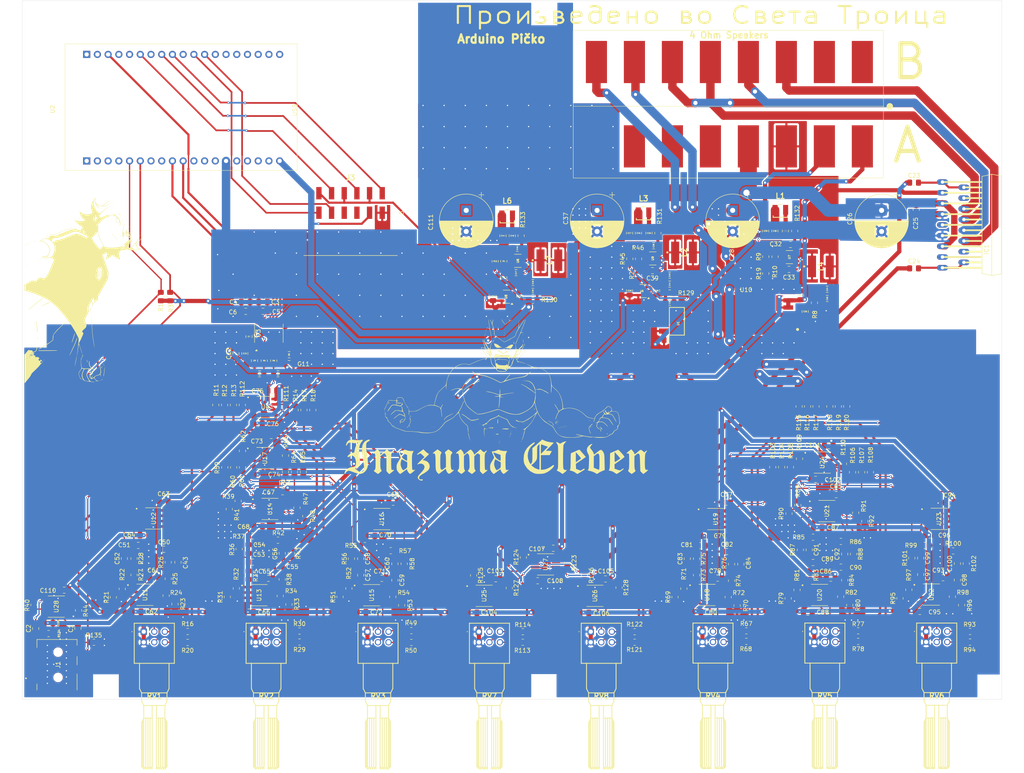
<source format=kicad_pcb>
(kicad_pcb (version 20240108) (generator "pcbnew") (generator_version "8.0")
  (layers (0 "F.Cu" signal) (31 "B.Cu" signal) (34 "B.Paste" user) (35 "F.Paste" user) (36 "B.SilkS" user "B.Silkscreen") (37 "F.SilkS" user "F.Silkscreen") (38 "B.Mask" user) (39 "F.Mask" user) (44 "Edge.Cuts" user))
  (net 0 "")
  (net 1 "Net-(U28A-+)")
  (net 2 "Net-(C1-Pad1)")
  (net 3 "Net-(C2-Pad1)")
  (net 4 "Net-(U28B-+)")
  (net 5 "GND")
  (net 6 "Net-(U3-LDOO)")
  (net 7 "+3.3VDigital")
  (net 8 "Net-(U3-CAPP)")
  (net 9 "Net-(U3-CAPM)")
  (net 10 "+3.3VAnalog")
  (net 11 "GNDA")
  (net 12 "Net-(U3-VNEG)")
  (net 13 "Net-(U4A--)")
  (net 14 "Net-(U4B--)")
  (net 15 "+12VPerm")
  (net 16 "Net-(U9-EN)")
  (net 17 "Net-(U1-IN)")
  (net 18 "+5VAnalog")
  (net 19 "+5VDigital")
  (net 20 "Net-(IC1-INPUT1)")
  (net 21 "MSL")
  (net 22 "Net-(IC1-IN3)")
  (net 23 "MSR")
  (net 24 "Net-(U10-*SHDN)")
  (net 25 "Net-(U7-CB)")
  (net 26 "Net-(U7-SW)")
  (net 27 "Net-(U9-SW)")
  (net 28 "Net-(U9-CB)")
  (net 29 "-5VAnalog")
  (net 30 "Net-(C43-Pad1)")
  (net 31 "FALowR")
  (net 32 "Net-(U6-EN)")
  (net 33 "Net-(U6-CB)")
  (net 34 "Net-(U6-SW)")
  (net 35 "Net-(U12B-+)")
  (net 36 "Net-(U12A-+)")
  (net 37 "Net-(C52-Pad1)")
  (net 38 "FALowL")
  (net 39 "Net-(C53-Pad2)")
  (net 40 "Net-(U14A-+)")
  (net 41 "Net-(C55-Pad2)")
  (net 42 "Net-(U14B-+)")
  (net 43 "Net-(C57-Pad1)")
  (net 44 "Net-(C57-Pad2)")
  (net 45 "Net-(U16A-+)")
  (net 46 "Net-(C59-Pad2)")
  (net 47 "Net-(C59-Pad1)")
  (net 48 "Net-(U16B-+)")
  (net 49 "Net-(U19A-+)")
  (net 50 "Net-(U19B-+)")
  (net 51 "FANCLowL")
  (net 52 "Net-(C83-Pad1)")
  (net 53 "Net-(C84-Pad1)")
  (net 54 "FANCLowR")
  (net 55 "Net-(C89-Pad2)")
  (net 56 "Net-(C90-Pad2)")
  (net 57 "Net-(U21A-+)")
  (net 58 "Net-(U21B-+)")
  (net 59 "Net-(C97-Pad2)")
  (net 60 "Net-(C97-Pad1)")
  (net 61 "Net-(C98-Pad2)")
  (net 62 "Net-(C100-Pad2)")
  (net 63 "Net-(U23A-+)")
  (net 64 "Net-(U23B-+)")
  (net 65 "RightFront+")
  (net 67 "LeftFront-")
  (net 71 "GNDPWR")
  (net 72 "LeftFront+")
  (net 73 "RightFront-")
  (net 74 "Net-(U2-IO35)")
  (net 75 "Net-(U2-IO34)")
  (net 76 "AVRCP_NEXT")
  (net 77 "I2C_SDA")
  (net 79 "AVRC_PREV")
  (net 80 "I2C_SCL")
  (net 81 "AVRCP_PLAY")
  (net 83 "RANCR")
  (net 88 "RANCL")
  (net 90 "Net-(R2-Pad1)")
  (net 91 "Net-(R4-Pad2)")
  (net 92 "Net-(U6-FB)")
  (net 93 "Net-(U3-OUTL)")
  (net 94 "Net-(U3-OUTR)")
  (net 95 "Net-(U7-FB)")
  (net 96 "Net-(R19-Pad2)")
  (net 97 "RALowL")
  (net 98 "Net-(R11-Pad1)")
  (net 99 "RAMidL")
  (net 100 "RAHighL")
  (net 101 "Net-(R111-Pad2)")
  (net 102 "RALowR")
  (net 103 "Net-(R16-Pad1)")
  (net 104 "RAMidR")
  (net 105 "RAHighR")
  (net 106 "Net-(R20-Pad1)")
  (net 107 "Net-(U11A--)")
  (net 108 "Net-(R22-Pad1)")
  (net 109 "Net-(U11B--)")
  (net 110 "Net-(R24-Pad1)")
  (net 111 "Net-(R29-Pad1)")
  (net 112 "Net-(R30-Pad1)")
  (net 113 "Net-(U13A--)")
  (net 114 "Net-(R32-Pad1)")
  (net 115 "Net-(U13B--)")
  (net 116 "Net-(R34-Pad1)")
  (net 117 "FAMidL")
  (net 118 "Net-(U14A--)")
  (net 119 "Net-(U28B--)")
  (net 120 "FAMidR")
  (net 121 "Net-(U28A--)")
  (net 122 "Net-(U9-FB)")
  (net 123 "Net-(U14B--)")
  (net 124 "Net-(R49-Pad1)")
  (net 125 "Net-(R50-Pad1)")
  (net 126 "Net-(U15A--)")
  (net 127 "Net-(U15B--)")
  (net 128 "FAHighL")
  (net 129 "FAHighR")
  (net 130 "Net-(U17A--)")
  (net 131 "FAL")
  (net 132 "Net-(U17B--)")
  (net 133 "FAR")
  (net 134 "RANCLowL")
  (net 135 "Net-(R67-Pad1)")
  (net 136 "Net-(R68-Pad1)")
  (net 137 "RANCLowR")
  (net 138 "Net-(U18A--)")
  (net 139 "Net-(U18B--)")
  (net 140 "Net-(R71-Pad1)")
  (net 141 "Net-(R72-Pad1)")
  (net 142 "Net-(R77-Pad1)")
  (net 143 "RANCMidL")
  (net 144 "Net-(R78-Pad1)")
  (net 145 "RANCMidR")
  (net 146 "Net-(U20A--)")
  (net 147 "Net-(U20B--)")
  (net 148 "Net-(R81-Pad1)")
  (net 149 "Net-(R82-Pad1)")
  (net 150 "FANCMidL")
  (net 151 "FANCMidR")
  (net 152 "Net-(U21A--)")
  (net 153 "Net-(U21B--)")
  (net 154 "RANCHighL")
  (net 155 "Net-(R93-Pad1)")
  (net 156 "RANCHighR")
  (net 157 "Net-(R94-Pad1)")
  (net 158 "Net-(U22A--)")
  (net 159 "Net-(U22B--)")
  (net 160 "FANCHighL")
  (net 161 "FANCHighR")
  (net 162 "Net-(U24A--)")
  (net 163 "Net-(U24B--)")
  (net 164 "FANCL")
  (net 165 "FANCR")
  (net 166 "Net-(R113-Pad1)")
  (net 167 "Net-(R114-Pad1)")
  (net 168 "Net-(R121-Pad1)")
  (net 169 "Net-(R122-Pad1)")
  (net 170 "Net-(U27B--)")
  (net 171 "Net-(U27A--)")
  (net 172 "Net-(U25A--)")
  (net 173 "Net-(U26A--)")
  (net 174 "Net-(U25B--)")
  (net 175 "Net-(U26B--)")
  (net 176 "Net-(U11B-+)")
  (net 177 "Net-(U11A-+)")
  (net 178 "Net-(U13A-+)")
  (net 179 "Net-(U13B-+)")
  (net 180 "Net-(U15A-+)")
  (net 181 "Net-(U15B-+)")
  (net 182 "Net-(U18B-+)")
  (net 183 "Net-(U18A-+)")
  (net 184 "Net-(U20B-+)")
  (net 185 "Net-(U20A-+)")
  (net 186 "Net-(U22A-+)")
  (net 187 "Net-(U22B-+)")
  (net 188 "Net-(U25A-+)")
  (net 189 "Net-(U25B-+)")
  (net 190 "Net-(U26A-+)")
  (net 191 "Net-(U26B-+)")
  (net 195 "I2S_WS")
  (net 198 "I2S_SCK")
  (net 208 "I2S_SD")
  (net 222 "Net-(C16-Pad1)")
  (net 223 "Net-(C31-Pad1)")
  (net 224 "Net-(U7-GND)")
  (net 225 "Net-(C40-Pad1)")
  (net 226 "Net-(C45-Pad1)")
  (net 227 "Net-(C48-Pad1)")
  (footprint "AudioSystemFootprintLibrary:LMR51420YFDDCR" (layer "F.Cu") (at 277.63 206.836459 180)
    (property "Reference" "U6")
    (property "Value" "LMR51420YFDDCR")
  )
  (footprint "AudioSystemFootprintLibrary:VLS6045EX-4R7M-H" (layer "F.Cu") (at 317 204.838541)
    (property "Reference" "L2")
    (property "Value" "4.7u" (hide yes))
  )
  (footprint "Capacitor_SMD:C_0805_2012Metric_Pad1.18x1.45mm_HandSolder" (layer "F.Cu") (at 336.3211 199.759941 -90)
    (property "Reference" "C29")
    (property "Value" "10n")
  )
  (footprint "Capacitor_SMD:C_0805_2012Metric_Pad1.18x1.45mm_HandSolder" (layer "F.Cu") (at 313.6 216.7)
    (property "Reference" "C20")
    (property "Value" "10u")
  )
  (footprint "Capacitor_SMD:C_0805_2012Metric_Pad1.18x1.45mm_HandSolder" (layer "F.Cu") (at 330.4625 278.75 90)
    (property "Reference" "C84")
    (property "Value" "22n")
  )
  (footprint "Capacitor_SMD:C_0805_2012Metric_Pad1.18x1.45mm_HandSolder" (layer "F.Cu") (at 242.7 272.05)
    (property "Reference" "C70")
    (property "Value" "100n")
  )
  (footprint "Resistor_SMD:R_0805_2012Metric_Pad1.20x1.40mm_HandSolder" (layer "F.Cu") (at 346.2625 241.35 -90)
    (property "Reference" "R116")
    (property "Value" "1k")
  )
  (footprint "Capacitor_SMD:C_0805_2012Metric_Pad1.18x1.45mm_HandSolder" (layer "F.Cu") (at 187.3 290)
    (property "Reference" "C62")
    (property "Value" "100n")
  )
  (footprint "Resistor_SMD:R_0805_2012Metric_Pad1.20x1.40mm_HandSolder" (layer "F.Cu") (at 359.0625 256.95 -90)
    (property "Reference" "R107")
    (property "Value" "1k")
  )
  (footprint "AudioSystemFootprintLibrary:SJ1-3515-SMT-TR-BE" (layer "F.Cu") (at 168.7 302.6 90)
    (property "Reference" "J1")
    (property "Value" "SJ1-3515-SMT-TR-BE")
  )
  (footprint "Resistor_SMD:R_0805_2012Metric_Pad1.20x1.40mm_HandSolder" (layer "F.Cu") (at 343.9625 264.755 -90)
    (property "Reference" "R89")
    (property "Value" "2k")
  )
  (footprint "Resistor_SMD:R_0805_2012Metric_Pad1.20x1.40mm_HandSolder" (layer "F.Cu") (at 328.2625 278.75 -90)
    (property "Reference" "R76")
    (property "Value" "16k")
  )
  (footprint "Resistor_SMD:R_0805_2012Metric_Pad1.20x1.40mm_HandSolder" (layer "F.Cu") (at 313.6 214.4625 180)
    (property "Reference" "R129")
    (property "Value" "0")
  )
  (footprint "Capacitor_SMD:C_0805_2012Metric_Pad1.18x1.45mm_HandSolder" (layer "F.Cu") (at 338.5211 199.759941 -90)
    (property "Reference" "C30")
    (property "Value" "100n")
  )
  (footprint "Capacitor_SMD:C_0805_2012Metric_Pad1.18x1.45mm_HandSolder" (layer "F.Cu") (at 381.7625 282.505 -90)
    (property "Reference" "C98")
    (property "Value" "22n")
  )
  (footprint "Resistor_SMD:R_0805_2012Metric_Pad1.20x1.40mm_HandSolder" (layer "F.Cu") (at 344.2525 241.35 -90)
    (property "Reference" "R115")
    (property "Value" "1k")
  )
  (footprint "Resistor_SMD:R_0805_2012Metric_Pad1.20x1.40mm_HandSolder" (layer "F.Cu") (at 293.4 281.4 -90)
    (property "Reference" "R126")
    (property "Value" "1k")
  )
  (footprint "AudioSystemFootprintLibrary:PTN092H10120K1B" (layer "F.Cu") (at 347.8625 294.7)
    (property "Reference" "RV5")
    (property "Value" "10k" (hide yes))
  )
  (footprint "Capacitor_SMD:C_0805_2012Metric_Pad1.18x1.45mm_HandSolder" (layer "F.Cu") (at 221.8 276.16 -90)
    (property "Reference" "C56")
    (property "Value" "22n")
  )
  (footprint "Capacitor_SMD:C_0805_2012Metric_Pad1.18x1.45mm_HandSolder" (layer "F.Cu") (at 272.4 282.2 180)
    (property "Reference" "C103")
    (property "Value" "100n")
  )
  (footprint "Capacitor_SMD:C_0805_2012Metric_Pad1.18x1.45mm_HandSolder" (layer "F.Cu") (at 193.755 263.9 180)
    (property "Reference" "C63")
    (property "Value" "100n")
  )
  (footprint "Capacitor_SMD:C_0805_2012Metric_Pad1.18x1.45mm_HandSolder" (layer "F.Cu") (at 326.9925 264.05 180)
    (property "Reference" "C77")
    (property "Value" "100n")
  )
  (footprint "Package_SO:TSSOP-20_4.4x6.5mm_P0.65mm" (layer "F.Cu") (at 218.6375 224 90)
    (property "Reference" "U3")
    (property "Value" "PCM5102A")
  )
  (footprint "Resistor_SMD:R_0805_2012Metric_Pad1.20x1.40mm_HandSolder" (layer "F.Cu") (at 224.855 242.2 -90)
    (property "Reference" "R14")
    (property "Value" "1k")
  )
  (footprint "Capacitor_SMD:C_0805_2012Metric_Pad1.18x1.45mm_HandSolder" (layer "F.Cu") (at 372 194.6625 90)
    (property "Reference" "C25")
    (property "Value" "100n")
  )
  (footprint "Resistor_SMD:R_0805_2012Metric_Pad1.20x1.40mm_HandSolder" (layer "F.Cu") (at 221.33 286.295 -90)
    (property "Reference" "R34")
    (property "Value" "500")
  )
  (footprint "LOGO" (layer "F.Cu") (at 276.15 253)
    (property "Reference" "G***" (hide yes))
    (property "Value" "LOGO" (hide yes))
  )
  (footprint "Resistor_SMD:R_0805_2012Metric_Pad1.20x1.40mm_HandSolder" (layer "F.Cu") (at 319.9625 277.45 -90)
    (property "Reference" "R75")
    (property "Value" "16k")
  )
  (footprint "Resistor_SMD:R_0805_2012Metric_Pad1.20x1.40mm_HandSolder" (layer "F.Cu") (at 209.26 265.7 -90)
    (property "Reference" "R41")
    (property "Value" "1k")
  )
  (footprint "Resistor_SMD:R_0805_2012Metric_Pad1.20x1.40mm_HandSolder" (layer "F.Cu") (at 380.5625 286.45 -90)
    (property "Reference" "R98")
    (property "Value" "500")
  )
  (footprint "Resistor_SMD:R_0805_2012Metric_Pad1.20x1.40mm_HandSolder" (layer "F.Cu") (at 306.2375 206.3625 -90)
    (property "Reference" "R46")
    (property "Value" "12k")
  )
  (footprint "Resistor_SMD:R_0805_2012Metric_Pad1.20x1.40mm_HandSolder" (layer "F.Cu") (at 340.1125 255.75 -90)
    (property "Reference" "R104")
    (property "Value" "1k")
  )
  (footprint "Resistor_SMD:R_0805_2012Metric_Pad1.20x1.40mm_HandSolder" (layer "F.Cu") (at 384.7625 297.2)
    (property "Reference" "R94")
    (property "Value" "5k")
  )
  (footprint "AudioSystemFootprintLibrary:OPA2134UA" (layer "F.Cu") (at 189.3 286)
    (property "Reference" "U11")
    (property "Value" "OPA2134")
  )
  (footprint "Resistor_SMD:R_0805_2012Metric_Pad1.20x1.40mm_HandSolder" (layer "F.Cu") (at 341.6625 286.85 90)
    (property "Reference" "R79")
    (property "Value" "1k")
  )
  (footprint "Capacitor_THT:CP_Radial_D12.5mm_P5.00mm" (layer "F.Cu") (at 328.5211 194.876041 -90)
    (property "Reference" "C28")
    (property "Value" "1000u")
  )
  (footprint "Capacitor_SMD:C_0805_2012Metric_Pad1.18x1.45mm_HandSolder" (layer "F.Cu") (at 213.8 275.16 -90)
    (property "Reference" "C54")
    (property "Value" "22n")
  )
  (footprint "Capacitor_SMD:C_0805_2012Metric_Pad1.18x1.45mm_HandSolder" (layer "F.Cu") (at 354.1625 279.45)
    (property "Reference" "C90")
    (property "Value" "22n")
  )
  (footprint "Capacitor_SMD:C_0805_2012Metric_Pad1.18x1.45mm_HandSolder" (layer "F.Cu") (at 278.1375 215.223959 90)
    (property "Reference" "C22")
    (property "Value" "1u")
  )
  (footprint "Resistor_SMD:R_0805_2012Metric_Pad1.20x1.40mm_HandSolder" (layer "F.Cu") (at 224.7 256.9 -90)
    (property "Reference" "R64")
    (property "Value" "1k")
  )
  (footprint "Capacitor_SMD:C_0805_2012Metric_Pad1.18x1.45mm_HandSolder" (layer "F.Cu") (at 240.6 290.1)
    (property "Reference" "C72")
    (property "Value" "100n")
  )
  (footprint "Capacitor_SMD:C_0805_2012Metric_Pad1.18x1.45mm_HandSolder" (layer "F.Cu") (at 373.0625 281.205 -90)
    (property "Reference" "C97")
    (property "Value" "22n")
  )
  (footprint "Resistor_SMD:R_0805_2012Metric_Pad1.20x1.40mm_HandSolder" (layer "F.Cu") (at 235.5 286.5 90)
    (property "Reference" "R51")
    (property "Value" "1k")
  )
  (footprint "Capacitor_SMD:C_0805_2012Metric_Pad1.18x1.45mm_HandSolder" (layer "F.Cu") (at 221.9 261.56 180)
    (property "Reference" "C67")
    (property "Value" "100n")
  )
  (footprint "Capacitor_SMD:C_0805_2012Metric_Pad1.18x1.45mm_HandSolder" (layer "F.Cu") (at 184.4 277.4 90)
    (property "Reference" "C52")
    (property "Value" "22n")
  )
  (footprint "Resistor_SMD:R_0805_2012Metric_Pad1.20x1.40mm_HandSolder" (layer "F.Cu") (at 212.4 251.9 -90)
    (property "Reference" "R62")
    (property "Value" "1k")
  )
  (footprint "Capacitor_SMD:C_0805_2012Metric_Pad1.18x1.45mm_HandSolder" (layer "F.Cu") (at 309.5175 209.1625)
    (property "Reference" "C39")
    (property "Value" "0.1u")
  )
  (footprint "AudioSystemFootprintLibrary:OPA2134UA" (layer "F.Cu") (at 295.9 286.25)
    (property "Reference" "U26")
    (property "Value" "OPA2134")
  )
  (footprint "Resistor_SMD:R_0805_2012Metric_Pad1.20x1.40mm_HandSolder" (layer "F.Cu") (at 343.7625 284.85 -90)
    (property "Reference" "R81")
    (property "Value" "500")
  )
  (footprint "Capacitor_SMD:C_0805_2012Metric_Pad1.18x1.45mm_HandSolder" (layer "F.Cu") (at 346.3325 290.085)
    (property "Reference" "C88")
    (property "Value" "100n")
  )
  (footprint "AudioSystemFootprintLibrary:OPA2134UA" (layer "F.Cu") (at 168.3 288.8 180)
    (property "Reference" "U28")
    (property "Value" "OPA2134")
  )
  (footprint "Resistor_SMD:R_0805_2012Metric_Pad1.20x1.40mm_HandSolder" (layer "F.Cu") (at 356.9125 256.95 -90)
    (property "Reference" "R106")
    (property "Value" "1k")
  )
  (footprint "Capacitor_SMD:C_0805_2012Metric_Pad1.18x1.45mm_HandSolder" (layer "F.Cu") (at 274.1 200.886459 -90)
    (property "Reference" "C44")
    (property "Value" "100n")
  )
  (footprint "NetTie:NetTie-2_SMD_Pad2.0mm" (layer "F.Cu") (at 291.985786 202.814214 -135)
    (property "Reference" "REF**" (hide yes))
    (property "Value" "NetTie-2_SMD_Pad2.0mm" (hide yes))
  )
  (footprint "Resistor_SMD:R_0805_2012Metric_Pad1.20x1.40mm_HandSolder" (layer "F.Cu") (at 305.3 297.25)
    (property "Reference" "R121")
    (property "Value" "5k")
  )
  (footprint "MountingHole:MountingHole_2.1mm" (layer "F.Cu") (at 283.85 147.8)
    (property "Reference" "REF**" (hide yes))
    (property "Value" "MountingHole_2.1mm")
  )
  (footprint "Capacitor_SMD:C_0805_2012Metric_Pad1.18x1.45mm_HandSolder" (layer "F.Cu") (at 375.2625 271.85)
    (property "Reference" "C96")
    (property "Value" "100n")
  )
  (footprint "Capacitor_SMD:C_0805_2012Metric_Pad1.18x1.45mm_HandSolder" (layer "F.Cu") (at 313.6 210.2625 180)
    (property "Reference" "C40")
    (property "Value" "10u")
  )
  (footprint "Capacitor_SMD:C_0805_2012Metric_Pad1.18x1.45mm_HandSolder" (layer "F.Cu") (at 351.7625 282.05 180)
    (property "Reference" "C86")
    (property "Value" "100n")
  )
  (footprint "Capacitor_SMD:C_0805_2012Metric_Pad1.18x1.45mm_HandSolder" (layer "F.Cu") (at 217.25625 216.6 180)
    (property "Reference" "C3")
    (property "Value" "10u")
  )
  (footprint "Capacitor_SMD:C_0805_2012Metric_Pad1.18x1.45mm_HandSolder" (layer "F.Cu") (at 277.5 203.85 180)
    (property "Reference" "C46")
    (property "Value" "2.2u")
  )
  (footprint "Resistor_SMD:R_0805_2012Metric_Pad1.20x1.40mm_HandSolder" (layer "F.Cu") (at 343.2211 199.759941 -90)
    (property "Reference" "R132")
    (property "Value" "0")
  )
  (footprint "Capacitor_SMD:C_0805_2012Metric_Pad1.18x1.45mm_HandSolder" (layer "F.Cu") (at 223.4375 229.1 180)
    (property "Reference" "C8")
    (property "Value" "0.1u")
  )
  (footprint "Capacitor_SMD:C_0805_2012Metric_Pad1.18x1.45mm_HandSolder" (layer "F.Cu") (at 240.4 281.35 -90)
    (property "Reference" "C57")
    (property "Value" "22n")
  )
  (footprint "MountingHole:MountingHole_2.1mm" (layer "F.Cu") (at 389.5 147.95)
    (property "Reference" "REF**" (hide yes))
    (property "Value" "MountingHole_2.1mm")
  )
  (footprint "AudioSystemFootprintLibrary:SRP0315-1R0K" (layer "F.Cu") (at 339.8211 194.959941)
    (property "Reference" "L1")
    (property "Value" "1u" (hide yes))
  )
  (footprint "Capacitor_SMD:C_0805_2012Metric_Pad1.18x1.45mm_HandSolder" (layer "F.Cu") (at 379.9175 264.15 180)
    (property "Reference" "C94")
    (property "Value" "100n")
  )
  (footprint "Resistor_SMD:R_0805_2012Metric_Pad1.20x1.40mm_HandSolder" (layer "F.Cu") (at 163 288.4 90)
    (property "Reference" "R40")
    (property "Value" "320")
  )
  (footprint "Resistor_SMD:R_0805_2012Metric_Pad1.20x1.40mm_HandSolder" (layer "F.Cu") (at 224 276.16 -90)
    (property "Reference" "R43")
    (property "Value" "56k")
  )
  (footprint "Resistor_SMD:R_0805_2012Metric_Pad1.20x1.40mm_HandSolder" (layer "F.Cu") (at 358.2625 297.05)
    (property "Reference" "R78")
    (property "Value" "5k")
  )
  (footprint "Resistor_SMD:R_0805_2012Metric_Pad1.20x1.40mm_HandSolder" (layer "F.Cu") (at 250.1 288.5 90)
    (property "Reference" "R53")
    (property "Value" "1k")
  )
  (footprint "Resistor_SMD:R_0805_2012Metric_Pad1.20x1.40mm_HandSolder" (layer "F.Cu") (at 359.8325 268.545 -90)
    (property "Reference" "R92")
    (property "Value" "1k")
  )
  (footprint "Capacitor_SMD:C_0805_2012Metric_Pad1.18x1.45mm_HandSolder" (layer "F.Cu") (at 345.7011 218.8411 -90)
    (property "Reference" "C36")
    (property "Value" "10u")
  )
  (footprint "Capacitor_SMD:C_0805_2012Metric_Pad1.18x1.45mm_HandSolder" (layer "F.Cu") (at 166.455 292.7)
    (property "Reference" "C109")
    (property "Value" "100n")
  )
  (footprint "Package_TO_SOT_SMD:SOT-23-5" (layer "F.Cu") (at 274.9375 215.336459 180)
    (property "Reference" "U8")
    (property "Value" "LP5907MFX-3.3")
  )
  (footprint "Capacitor_SMD:C_0805_2012Metric_Pad1.18x1.45mm_HandSolder" (layer "F.Cu") (at 371.5 208.62)
    (property "Reference" "C24")
    (property "Value" "220n")
  )
  (footprint "Capacitor_SMD:C_0805_2012Metric_Pad1.18x1.45mm_HandSolder" (layer "F.Cu") (at 309.8 203.25 180)
    (property "Reference" "C38")
    (property "Value" "2.2u")
  )
  (footprint "AudioSystemFootprintLibrary:Conn_ISO_Solder_Pad" (layer "F.Cu") (at 327.746447 185.2 180)
    (property "Reference" "J6" (hide yes))
    (property "Value" "Conn_ISO")
  )
  (footprint "AudioSystemFootprintLibrary:OPA2134UA" (layer "F.Cu") (at 218.9 265.66)
    (property "Reference" "U14")
    (property "Value" "OPA2134")
  )
  (footprint "Resistor_SMD:R_0805_2012Metric_Pad1.20x1.40mm_HandSolder" (layer "F.Cu") (at 383.8625 278.605 90)
    (property "Reference" "R102")
    (property "Value" "7.5k")
  )
  (footprint "AudioSystemFootprintLibrary:OPA2134UA" (layer "F.Cu") (at 217.7 253.6)
    (property "Reference" "U17")
    (property "Value" "OPA2134")
  )
  (footprint "Resistor_SMD:R_0805_2012Metric_Pad1.20x1.40mm_HandSolder" (layer "F.Cu") (at 274.3 206.936459 -90)
    (property "Reference" "R4")
    (property "Value" "11k")
  )
  (footprint "Resistor_SMD:R_0805_2012Metric_Pad1.20x1.40mm_HandSolder" (layer "F.Cu") (at 278.93 277.165 -90)
    (property "Reference" "R124")
    (property "Value" "1k")
  )
  (footprint "Resistor_SMD:R_0805_2012Metric_Pad1.20x1.40mm_HandSolder" (layer "F.Cu") (at 194.8 282.2 -90)
    (property "Reference" "R25")
    (property "Value" "16k")
  )
  (footprint "Resistor_SMD:R_0805_2012Metric_Pad1.20x1.40mm_HandSolder" (layer "F.Cu") (at 361.1625 256.95 -90)
    (property "Reference" "R108")
    (property "Value" "1k")
  )
  (footprint "Capacitor_THT:CP_Radial_D12.5mm_P5.00mm" (layer "F.Cu") (at 363.8 194.876041 -90)
    (property "Reference" "C26")
    (property "Value" "2200u")
  )
  (footprint "Resistor_SMD:R_0805_2012Metric_Pad1.20x1.40mm_HandSolder" (layer "F.Cu") (at 181.8 286.6 90)
    (property "Reference" "R21")
    (property "Value" "1k")
  )
  (footprint "Capacitor_SMD:C_0805_2012Metric_Pad1.18x1.45mm_HandSolder" (layer "F.Cu") (at 324.9625 282.045 180)
    (property "Reference" "C78")
    (property "Value" "100n")
  )
  (footprint "Capacitor_SMD:C_0805_2012Metric_Pad1.18x1.45mm_HandSolder" (layer "F.Cu") (at 193.8 275.2)
    (property "Reference" "C50")
    (property "Value" "22n")
  )
  (footprint "AudioSystemFootprintLibrary:TDA1558Q" (layer "F.Cu") (at 392.19 198.31 90)
    (property "Reference" "IC1")
    (property "Value" "TDA1558Q")
  )
  (footprint "Capacitor_SMD:C_0805_2012Metric_Pad1.18x1.45mm_HandSolder" (layer "F.Cu") (at 281.2 214.086459 180)
    (property "Reference" "C49")
    (property "Value" "10u")
  )
  (footprint "AudioSystemFootprintLibrary:LMR51420YFDDCR" (layer "F.Cu") (at 309.6 206.2625 180)
    (property "Reference" "U9")
    (property "Value" "LMR51420YFDDCR")
  )
  (footprint "Capacitor_SMD:C_0805_2012Metric_Pad1.18x1.45mm_HandSolder" (layer "F.Cu") (at 220.8 279.26)
    (property "Reference" "C55")
    (property "Value" "22n")
  )
  (footprint "Resistor_SMD:R_0805_2012Metric_Pad1.20x1.40mm_HandSolder" (layer "F.Cu") (at 225.3 265.36 -90)
    (property "Reference" "R47")
    (property "Value" "2k")
  )
  (footprint "Capacitor_SMD:C_0805_2012Metric_Pad1.18x1.45mm_HandSolder" (layer "F.Cu") (at 170.155 284.9 180)
    (property "Reference" "C110")
    (property "Value" "100n")
  )
  (footprint "Capacitor_SMD:C_0805_2012Metric_Pad1.18x1.45mm_HandSolder" (layer "F.Cu") (at 304.1 213.9 90)
    (property "Reference" "C19")
    (property "Value" "1u")
  )
  (footprint "Resistor_SMD:R_0805_2012Metric_Pad1.20x1.40mm_HandSolder" (layer "F.Cu") (at 219.8 230.5 -90)
    (property "Reference" "R6")
    (property "Value" "470")
  )
  (footprint "Resistor_SMD:R_0805_2012Metric_Pad1.20x1.40mm_HandSolder" (layer "F.Cu") (at 338.0125 255.75 -90)
    (property "Reference" "R103")
    (property "Value" "1k")
  )
  (footprint "Resistor_SMD:R_0805_2012Metric_Pad1.20x1.40mm_HandSolder" (layer "F.Cu") (at 210.3 255.8 -90)
    (property "Reference" "R60")
    (property "Value" "1k")
  )
  (footprint "Resistor_SMD:R_0805_2012Metric_Pad1.20x1.40mm_HandSolder" (layer "F.Cu") (at 355.5425 241.35 -90)
    (property "Reference" "R120")
    (property "Value" "1k")
  )
  (footprint "Capacitor_SMD:C_0805_2012Metric_Pad1.18x1.45mm_HandSolder" (layer "F.Cu") (at 310.5 213.9 90)
    (property "Reference" "C18")
    (property "Value" "1u")
  )
  (footprint "AudioSystemFootprintLibrary:SRP0315-1R0K" (layer "F.Cu") (at 275.1 196.286459)
    (property "Reference" "L6")
    (property "Value" "1u" (hide yes))
  )
  (footprint "Resistor_SMD:R_0805_2012Metric_Pad1.20x1.40mm_HandSolder" (layer "F.Cu") (at 225.9 297.2)
    (property "Reference" "R29")
    (property "Value" "5k")
  )
  (footprint "Resistor_SMD:R_0805_2012Metric_Pad1.20x1.40mm_HandSolder" (layer "F.Cu") (at 351.5425 241.35 -90)
    (property "Reference" "R118")
    (property "Value" "1k")
  )
  (footprint "Resistor_SMD:R_0805_2012Metric_Pad1.20x1.40mm_HandSolder" (layer "F.Cu") (at 217.5375 230.5 -90)
    (property "Reference" "R5")
    (property "Value" "470")
  )
  (footprint "LOGO" (layer "F.Cu") (at 174.85 212.45 -90)
    (property "Reference" "G***" (hide yes))
    (property "Value" "LOGO" (hide yes))
  )
  (footprint "Capacitor_SMD:C_0805_2012Metric_Pad1.18x1.45mm_HandSolder" (layer "F.Cu") (at 320.9625 274.35 180)
    (property "Reference" "C81")
    (property "Value" "22n")
  )
  (footprint "Capacitor_SMD:C_0805_2012Metric_Pad1.18x1.45mm_HandSolder" (layer "F.Cu") (at 317.7625 277.45 90)
    (property "Reference" "C83")
    (property "Value" "22n")
  )
  (footprint "Resistor_SMD:R_0805_2012Metric_Pad1.20x1.40mm_HandSolder" (layer "F.Cu") (at 211.36 263.76 -90)
    (property "Reference" "R39")
    (property "Value" "2k")
  )
  (footprint "Capacitor_SMD:C_0805_2012Metric_Pad1.18x1.45mm_HandSolder" (layer "F.Cu") (at 286.03 274.965 180)
    (property "Reference" "C107")
    (property "Value" "100n")
  )
  (footprint "Resistor_SMD:R_0805_2012Metric_Pad1.20x1.40mm_HandSolder" (layer "F.Cu") (at 183.9 284.6 -90)
    (property "Reference" "R22")
    (property "Value" "500")
  )
  (footprint "Resistor_SMD:R_0805_2012Metric_Pad1.20x1.40mm_HandSolder" (layer "F.Cu") (at 222.6 256.9 -90)
    (property "Reference" "R63")
    (property "Value" "1k")
  )
  (footprint "Capacitor_SMD:C_0805_2012Metric_Pad1.18x1.45mm_HandSolder" (layer "F.Cu") (at 308.7 200.2625 -90)
    (property "Reference" "C16")
    (property "Value" "100n")
  )
  (footprint "Resistor_SMD:R_0805_2012Metric_Pad1.20x1.40mm_HandSolder" (layer "F.Cu") (at 210.255 241 -90)
    (property "Reference" "R13")
    (property "Value" "1k")
  )
  (footprint "AudioSystemFootprintLibrary:OPA2134UA" (layer "F.Cu") (at 350.8425 266.15)
    (property "Reference" "U21")
    (property "Value" "OPA2134")
  )
  (footprint "Resistor_SMD:R_0805_2012Metric_Pad1.20x1.40mm_HandSolder" (layer "F.Cu") (at 380.7625 275.605 180)
    (property "Reference" "R100")
    (property "Value" "7.5k")
  )
  (footprint "Capacitor_SMD:C_0805_2012Metric_Pad1.18x1.45mm_HandSolder" (layer "F.Cu") (at 348.1625 258.65)
    (property "Reference" "C102")
    (property "Value" "100n")
  )
  (footprint "Capacitor_SMD:C_0805_2012Metric_Pad1.18x1.45mm_HandSolder" (layer "F.Cu") (at 220.8 233.6)
    (property "Reference" "C14")
    (property "Value" "2.2n")
  )
  (footprint "AudioSystemFootprintLibrary:LMR51420YFDDCR" (layer "F.Cu") (at 341.9661 205.95 180)
    (property "Reference" "U7")
    (property "Value" "LMR51420YFDDCR")
  )
  (footprint "Capacitor_SMD:C_0805_2012Metric_Pad1.18x1.45mm_HandSolder" (layer "F.Cu") (at 313.6 212.3625 180)
    (property "Reference" "C41")
    (property "Value" "10u")
  )
  (footprint "Capacitor_SMD:C_0805_2012Metric_Pad1.18x1.45mm_HandSolder" (layer "F.Cu") (at 218.53 282.095 180)
    (property "Reference" "C65")
    (property "Value" "100n")
  )
  (footprint "Resistor_SMD:R_0805_2012Metric_Pad1.20x1.40mm_HandSolder" (layer "F.Cu") (at 238.2 277.45 90)
    (property "Reference" "R56")
    (property "Value" "7.5k")
  )
  (footprint "Capacitor_SMD:C_0805_2012Metric_Pad1.18x1.45mm_HandSolder" (layer "F.Cu") (at 216.1 269.76)
    (property "Reference" "C68")
    (property "Value" "100n")
  )
  (footprint "Capacitor_SMD:C_0805_2012Metric_Pad1.18x1.45mm_HandSolder" (layer "F.Cu") (at 319.9625 290.045)
    (property "Reference" "C80")
    (property "Value" "100n")
  )
  (footprint "Capacitor_SMD:C_0805_2012Metric_Pad1.18x1.45mm_HandSolder" (layer "F.Cu") (at 348.6625 270.055)
    (property "Reference" "C87")
    (property "Value" "100n")
  )
  (footprint "Resistor_SMD:R_0805_2012Metric_Pad1.20x1.40mm_HandSolder" (layer "F.Cu") (at 384.7625 294.7)
    (property "Reference" "R93")
    (property "Value" "5k")
  )
  (footprint "AudioSystemFootprintLibrary:PTN092H10120K1B" (layer "F.Cu") (at 215.5 294.75)
    (property "Reference" "RV2")
    (property "Value" "10k" (hide yes))
  )
  (footprint "Resistor_SMD:R_0805_2012Metric_Pad1.20x1.40mm_HandSolder" (layer "F.Cu") (at 281.2 216.186459 180)
    (property "Reference" "R130")
    (property "Value" "0")
  )
  (footprint "Capacitor_SMD:C_0805_2012Metric_Pad1.18x1.45mm_HandSolder" (layer "F.Cu") (at 213.9375 224.8 90)
    (property "Reference" "C7")
    (property "Value" "2.2u")
  )
  (footprint "Capacitor_SMD:C_0805_2012Metric_Pad1.18x1.45mm_HandSolder" (layer "F.Cu") (at 217.25625 218.8 180)
    (property "Reference" "C5")
    (property "Value" "0.1u")
  )
  (footprint "Capacitor_SMD:C_0805_2012Metric_Pad1.18x1.45mm_HandSolder" (layer "F.Cu") (at 355.0625 276.35 -90)
    (property "Reference" "C92")
    (property "Value" "22n")
  )
  (footprint "Capacitor_SMD:C_0805_2012Metric_Pad1.18x1.45mm_HandSolder" (layer "F.Cu") (at 306.2 200.2625 -90)
    (property "Reference" "C15")
    (property "Value" "100n")
  )
  (footprint "Capacitor_SMD:C_0805_2012Metric_Pad1.18x1.45mm_HandSolder" (layer "F.Cu") (at 240.4 277.45 -90)
    (property "Reference" "C58")
    (property "Value" "22n")
  )
  (footprint "Resistor_SMD:R_0805_2012Metric_Pad1.20x1.40mm_HandSolder" (layer "F.Cu") (at 252.4 297.3)
    (property "Reference" "R50")
    (property "Value" "5k")
  )
  (footprint "AudioSystemFootprintLibrary:OPA2134UA" (layer "F.Cu") (at 322.4625 286.045)
    (property "Reference" "U18")
    (property "Value" "OPA2134")
  )
  (footprint "Capacitor_SMD:C_0805_2012Metric_Pad1.18x1.45mm_HandSolder" (layer "F.Cu") (at 282.33 282.665)
    (property "Reference" "C108")
    (property "Value" "100n")
  )
  (footprint "Resistor_SMD:R_0805_2012Metric_Pad1.20x1.40mm_HandSolder" (layer "F.Cu") (at 222.755 242.2 90)
    (property "Reference" "R111")
    (property "Value" "470")
  )
  (footprint "Capacitor_SMD:C_0805_2012Metric_Pad1.18x1.45mm_HandSolder" (layer "F.Cu") (at 341.8661 208.85)
    (property "Reference" "C33")
    (property "Value" "0.1u")
  )
  (footprint "Resistor_SMD:R_0805_2012Metric_Pad1.20x1.40mm_HandSolder" (layer "F.Cu") (at 356.2625 288.45 90)
    (property "Reference" "R80")
    (property "Value" "1k")
  )
  (footprint "Resistor_SMD:R_0805_2012Metric_Pad1.20x1.40mm_HandSolder" (layer "F.Cu") (at 316.9625 284.545 -90)
    (property "Reference" "R71")
    (property "Value" "500")
  )
  (footprint "Resistor_SMD:R_0805_2012Metric_Pad1.20x1.40mm_HandSolder" (layer "F.Cu") (at 336.3661 209.85 90)
    (property "Reference" "R19")
    (property "Value" "110")
  )
  (footprint "Resistor_SMD:R_0805_2012Metric_Pad1.20x1.40mm_HandSolder" (layer "F.Cu") (at 327.4625 286.545 -90)
    (property "Reference" "R72")
    (property "Value" "500")
  )
  (footprint "Capacitor_SMD:C_0805_2012Metric_Pad1.18x1.45mm_HandSolder" (layer "F.Cu") (at 223.4375 231.2 180)
    (property "Reference" "C11")
    (property "Value" "10u")
  )
  (footprint "Capacitor_SMD:C_0805_2012Metric_Pad1.18x1.45mm_HandSolder" (layer "F.Cu") (at 245.4 282.1 180)
    (property "Reference" "C71")
    (property "Value" "100n")
  )
  (footprint "Resistor_SMD:R_0805_2012Metric_Pad1.20x1.40mm_HandSolder" (layer "F.Cu") (at 347.5625 272.35)
    (property "Reference" "R85")
    (property "Value" "12k")
  )
  (footprint "MountingHole:MountingHole_2.1mm" (layer "F.Cu") (at 389.5 308)
    (property "Reference" "REF**" (hide yes))
    (property "Value" "MountingHole_2.1mm")
  )
  (footprint "Capacitor_SMD:C_0805_2012Metric_Pad1.18x1.45mm_HandSolder" (layer "F.Cu") (at 266.9 290.25)
    (property "Reference" "C104")
    (property "Value" "100n")
  )
  (footprint "AudioSystemFootprintLibrary:PTN092H10120K1B" (layer "F.Cu") (at 294.9 294.75)
    (property "Reference" "RV8")
    (property "Value" "10k" (hide yes))
  )
  (footprint "Capacitor_SMD:C_0805_2012Metric_Pad1.18x1.45mm_HandSolder" (layer "F.Cu") (at 248.5 278.65 -90)
    (property "Reference" "C60")
    (property "Value" "22n")
  )
  (footprint "Resistor_SMD:R_0805_2012Metric_Pad1.20x1.40mm_HandSolder" (layer "F.Cu") (at 357.6625 266.55 -90)
    (property "Reference" "R91")
    (property "Value" "2k")
  )
  (footprint "AudioSystemFootprintLibrary:OPA2134UA" (layer "F.Cu") (at 284.2 278.8)
    (property "Reference" "U27")
    (property "Value" "OPA2134")
  )
  (footprint "AudioSystemFootprintLibrary:OPA2134UA" (layer "F.Cu") (at 191.355 267.9)
    (property "Reference" "U12")
    (property "Value" "OPA2134")
  )
  (footprint "Capacitor_SMD:C_0805_2012Metric_Pad1.18x1.45mm_HandSolder" (layer "F.Cu") (at 216.055 245.4)
    (property "Reference" "C76")
    (property "Value" "100n")
  )
  (footprint "Resistor_SMD:R_0805_2012Metric_Pad1.20x1.40mm_HandSolder" (layer "F.Cu") (at 250.7 278.65 90)
    (property "Reference" "R58")
    (property "Value" "7.5k")
  )
  (footprint "Resistor_SMD:R_0805_2012Metric_Pad1.20x1.40mm_HandSolder" (layer "F.Cu") (at 314.8625 286.55 90)
    (property "Reference" "R69")
    (property "Value" "1k")
  )
  (footprint "Capacitor_SMD:C_0805_2012Metric_Pad1.18x1.45mm_HandSolder" (layer "F.Cu") (at 215.2375 230.5 -90)
    (property "Reference" "C9")
    (property "Value" "2.2u")
  )
  (footprint "Capacitor_SMD:C_0805_2012Metric_Pad1.18x1.45mm_HandSolder" (layer "F.Cu") (at 351.2925 250.65 180)
    (property "Reference" "C101")
    (property "Value" "100n")
  )
  (footprint "Capacitor_SMD:C_0805_2012Metric_Pad1.18x1.45mm_HandSolder" (layer "F.Cu") (at 321.9925 272.05)
    (property "Reference" "C79")
    (property "Value" "100n")
  )
  (footprint "Capacitor_SMD:C_0805_2012Metric_Pad1.18x1.45mm_HandSolder" (layer "F.Cu") (at 371.5 188.3)
    (property "Reference" "C23")
    (property "Value" "220n")
  )
  (footprint "Resistor_SMD:R_0805_2012Metric_Pad1.20x1.40mm_HandSolder" (layer "F.Cu") (at 247.5 275.55 180)
    (property "Reference" "R57")
    (property "Value" "7.5k")
  )
  (footprint "Capacitor_SMD:C_0805_2012Metric_Pad1.18x1.45mm_HandSolder" (layer "F.Cu") (at 213.15625 218.8 180)
    (property "Reference" "C6")
    (property "Value" "0.1u")
  )
  (footprint "Resistor_SMD:R_0805_2012Metric_Pad1.20x1.40mm_HandSolder" (layer "F.Cu") (at 193.0475 215.3 -90)
    (property "Reference" "R1")
    (property "Value" "100k")
  )
  (footprint "Resistor_SMD:R_0805_2012Metric_Pad1.20x1.40mm_HandSolder" (layer "F.Cu") (at 225.9 294.6)
    (property "Reference" "R30")
    (property "Value" "5k")
  )
  (footprint "Resistor_SMD:R_0805_2012Metric_Pad1.20x1.40mm_HandSolder" (layer "F.Cu") (at 223.4 288.3 90)
    (property "Reference" "R33")
    (property "Value" "1k")
  )
  (footprint "Resistor_SMD:R_0805_2012Metric_Pad1.20x1.40mm_HandSolder" (layer "F.Cu") (at 328.2625 282.65 -90)
    (property "Reference" "R74")
    (property "Value" "16k")
  )
  (footprint "AudioSystemFootprintLibrary:OPA2134UA" (layer "F.Cu") (at 269.65 286.25)
    (property "Reference" "U25")
    (property "Value" "OPA2134")
  )
  (footprint "Capacitor_SMD:C_0805_2012Metric_Pad1.18x1.45mm_HandSolder" (layer "F.Cu") (at 327.1625 275.75)
    (property "Reference" "C82")
    (property "Value" "22n")
  )
  (footprint "Capacitor_SMD:C_0805_2012Metric_Pad1.18x1.45mm_HandSolder" (layer "F.Cu") (at 373.0625 277.305 -90)
    (property "Reference" "C99")
    (property "Value" "22n")
  )
  (footprint "Capacitor_SMD:C_0805_2012Metric_Pad1.18x1.45mm_HandSolder" (layer "F.Cu") (at 212.9375 228.8 90)
    (property "Reference" "C10")
    (property "Value" "0.1u")
  )
  (footprint "AudioSystemFootprintLibrary:OPA2134UA" (layer "F.Cu") (at 349.1125 286.045)
    (property "Reference" "U20")
    (property "Value" "OPA2134")
  )
  (footprint "Capacitor_SMD:C_0805_2012Metric_Pad1.18x1.45mm_HandSolder" (layer "F.Cu") (at 197.1 278.3 90)
    (property "Reference" "C43")
    (property "Value" "22n")
  )
  (footprint "AudioSystemFootprintLibrary:OPA2134UA" (layer "F.Cu") (at 349.7625 254.65)
    (property "Reference" "U24")
    (property "Value" "OPA2134")
  )
  (footprint "Resistor_SMD:R_0805_2012Metric_Pad1.20x1.40mm_HandSolder" (layer "F.Cu") (at 221.8 282.36 -90)
    (property "Reference" "R38")
    (property "Value" "12k")
  )
  (footprint "AudioSystemFootprintLibrary:PTN092H10120K1B" (layer "F.Cu") (at 268.4 294.75)
    (property "Reference" "RV7")
    (property "Value" "10k" (hide yes))
  )
  (footprint "Capacitor_SMD:C_0805_2012Metric_Pad1.18x1.45mm_HandSolder" (layer "F.Cu") (at 248.1 264.05 180)
    (property "Reference" "C69")
    (property "Value" "100n")
  )
  (footprint "Capacitor_SMD:C_0805_2012Metric_Pad1.18x1.45mm_HandSolder" (layer "F.Cu") (at 219.455 237.6 180)
    (property "Reference" "C75")
    (property "Value" "100n")
  )
  (footprint "Resistor_SMD:R_0805_2012Metric_Pad1.20x1.40mm_HandSolder" (layer "F.Cu") (at 347.9011 216.775 -90)
    (property "Reference" "R8")
    (property "Value" "0")
  )
  (footprint "AudioSystemFootprintLibrary:VLS6045EX-4R7M-H" (layer "F.Cu") (at 349.4211 208.1625)
    (property "Reference" "L4")
    (property "Value" "4.7u" (hide yes))
  )
  (footprint "MountingHole:MountingHole_2.1mm" (layer "F.Cu") (at 283.85 308)
    (property "Reference" "REF**" (hide yes))
    (property "Value" "MountingHole_2.1mm")
  )
  (footprint "Resistor_SMD:R_0805_2012Metric_Pad1.20x1.40mm_HandSolder" (layer "F.Cu") (at 278.4 200.886459 -90)
    (property "Reference" "R133")
    (property "Value" "0")
  )
  (footprint "AudioSystemFootprintLibrary:MODULE_DEVKIT_V1_ESP32-WROOM-32" (layer "F.Cu") (at 195.66 170.4 90)
    (property "Reference" "U2")
    (property "Value" "DEVKIT_V1_ESP32-WROOM-32")
  )
  (footprint "AudioSystemFootprintLibrary:PTN092H10120K1B" (layer "F.Cu") (at 321.3625 294.7)
    (property "Reference" "RV4")
    (property "Value" "10k" (hide yes))
  )
  (footprint "Resistor_SMD:R_0805_2012Metric_Pad1.20x1.40mm_HandSolder" (layer "F.Cu") (at 374.0625 274.305)
    (property "Reference" "R99")
    (property "Value" "7.5k")
  )
  (footprint "AudioSystemFootprintLibrary:SRP0315-1R0K" (layer "F.Cu") (at 307.4 195.5625)
    (property "Reference" "L3")
    (property "Value" "1u" (hide yes))
  )
  (footprint "Resistor_SMD:R_0805_2012Metric_Pad1.20x1.40mm_HandSolder" (layer "F.Cu") (at 301.6 284.3 -90)
    (property "Reference" "R128")
    (property "Value" "1k")
  )
  (footprint "Resistor_SMD:R_0805_2012Metric_Pad1.20x1.40mm_HandSolder" (layer "F.Cu") (at 382.7625 288.45 90)
    (property "Reference" "R96")
    (property "Value" "1k")
  )
  (footprint "AudioSystemFootprintLibrary:OPA2134UA" (layer "F.Cu") (at 217.755 241.5)
    (property "Reference" "U4")
    (property "Value" "OPA2134")
  )
  (footprint "Capacitor_SMD:C_0805_2012Metric_Pad1.18x1.45mm_HandSolder" (layer "F.Cu") (at 381.7625 278.605 -90)
    (property "Reference" "C100")
    (property "Value" "22n")
  )
  (footprint "AudioSystemFootprintLibrary:PTN092H10120K1B" (layer "F.Cu") (at 242 294.75)
    (property "Reference" "RV3")
    (property "Value" "10k" (hide yes))
  )
  (footprint "AudioSystemFootprintLibrary:OPA2134UA" (layer "F.Cu") (at 245.4 268.05)
    (property "Reference" "U16")
    (property "Value" "OPA2134")
  )
  (footprint "Capacitor_THT:CP_Radial_D12.5mm_P5.00mm" (layer "F.Cu") (at 296.4 194.876041 -90)
    (property "Reference" "C37")
    (property "Value" "1000u")
  )
  (footprint "MountingHole:MountingHole_2.1mm" (layer "F.Cu") (at 163 147.95)
    (property "Reference" "REF**" (hide yes))
    (property "Value" "MountingHole_2.1mm")
  )
  (footprint "Resistor_SMD:R_0805_2012Metric_Pad1.20x1.40mm_HandSolder" (layer "F.Cu") (at 248 286.5 -90)
    (property "Reference" "R54")
    (property "Value" "500")
  )
  (footprint "Resistor_SMD:R_0805_2012Metric_Pad1.20x1.40mm_HandSolder" (layer "F.Cu") (at 196.4 288.2 90)
    (property "Reference" "R23")
    (property "Value" "1k")
  )
  (footprint "Resistor_SMD:R_0805_2012Metric_Pad1.20x1.40mm_HandSolder" (layer "F.Cu") (at 229.055 242.2 -90)
    (property "Reference" "R18")
    (property "Value" "1k")
  )
  (footprint "Resistor_SMD:R_0805_2012Metric_Pad1.20x1.40mm_HandSolder" (layer "F.Cu") (at 338.5661 205.85 -90)
    (property "Reference" "R10")
    (property "Value" "100k")
  )
  (footprint "NetTie:NetTie-2_SMD_Pad2.0mm" (layer "F.Cu") (at 294.835786 202.814214 135)
    (property "Reference" "REF**" (hide yes))
    (property "Value" "NetTie-2_SMD_Pad2.0mm" (hide yes))
  )
  (footprint "Resistor_SMD:R_0805_2012Metric_Pad1.20x1.40mm_HandSolder" (layer "F.Cu") (at 355.0625 282.55 -90)
    (property "Reference" "R84")
    (property "Value" "12k")
  )
  (footprint "Resistor_SMD:R_0805_2012Metric_Pad1.20x1.40mm_HandSolder" (layer "F.Cu") (at 194.8 278.3 -90)
    (property "Reference" "R26")
    (property "Value" "16k")
  )
  (footprint "Resistor_SMD:R_0805_2012Metric_Pad1.20x1.40mm_HandSolder" (layer "F.Cu") (at 344.5625 275.35 -90)
    (property "Reference" "R87")
    (property "Value" "56k")
  )
  (footprint "Resistor_SMD:R_0805_2012Metric_Pad1.20x1.40mm_HandSolder" (layer "F.Cu") (at 252.4 294.5)
    (property "Reference" "R49")
    (property "Value" "5k")
  )
  (footprint "AudioSystemFootprintLibrary:OPA2134UA" (layer "F.Cu") (at 324.4925 268.05)
    (property "Reference" "U19")
    (property "Value" "OPA2134")
  )
  (footprint "Resistor_SMD:R_0805_2012Metric_Pad1.20x1.40mm_HandSolder" (layer "F.Cu") (at 173.555 289.7 90)
    (property "Reference" "R44")
    (property "Value" "320")
  )
  (footprint "Capacitor_SMD:C_0805_2012Metric_Pad1.18x1.45mm_HandSolder" (layer "F.Cu") (at 213.15625 216.6 180)
    (property "Reference" "C4")
    (property "Value" "10u")
  )
  (footprint "Resistor_SMD:R_0805_2012Metric_Pad1.20x1.40mm_HandSolder" (layer "F.Cu") (at 199.4 294.7)
    (property "Reference" "R16")
    (property "Value" "5k")
  )
  (footprint "AudioSystemFootprintLibrary:MIC39100-5.0WS" (layer "F.Cu") (at 315.3 221.1625 -90)
    (property "Reference" "U1")
    (property "Value" "MIC39100-5.0WS")
  )
  (footprint "Resistor_SMD:R_0805_2012Metric_Pad1.20x1.40mm_HandSolder" (layer "F.Cu") (at 267.15 281.4 -90)
    (property "Reference" "R125")
    (property "Value" "1k")
  )
  (footprint "Capacitor_THT:CP_Radial_D12.5mm_P5.00mm" (layer "F.Cu") (at 265.4 194.876041 -90)
    (property "Reference" "C111")
    (property "Value" "1000u")
  )
  (footprint "Resistor_SMD:R_0805_2012Metric_Pad1.20x1.40mm_HandSolder" (layer "F.Cu") (at 275.6 284.4 -90)
    (property "Reference" "R127")
    (property "Value" "1k")
  )
  (footprint "Resistor_SMD:R_0805_2012Metric_Pad1.20x1.40mm_HandSolder" (layer "F.Cu") (at 370.9625 277.305 90)
    (property "Reference" "R101")
    (property "Value" "7.5k")
  )
  (footprint "Resistor_SMD:R_0805_2012Metric_Pad1.20x1.40mm_HandSolder" (layer "F.Cu") (at 336.3661 205.85 90)
    (property "Reference" "R9")
    (property "Value" "11k")
  )
  (footprint "Resistor_SMD:R_0805_2012Metric_Pad1.20x1.40mm_HandSolder" (layer "F.Cu") (at 354.7625 254.95 -90)
    (property "Reference" "R110")
    (property "Value" "1k")
  )
  (footprint "Resistor_SMD:R_0805_2012Metric_Pad1.20x1.40mm_HandSolder" (layer "F.Cu") (at 310.8 200.2625 -90)
    (property "Reference" "R131")
    (property "Value" "0")
  )
  (footprint "Resistor_SMD:R_0805_2012Metric_Pad1.20x1.40mm_HandSolder" (layer "F.Cu") (at 358.2625 294.55)
    (property "Reference" "R77")
    (property "Value" "5k")
  )
  (footprint "Resistor_SMD:R_0805_2012Metric_Pad1.20x1.40mm_HandSolder" (layer "F.Cu") (at 305.3 294.75)
    (property "Reference" "R122")
    (property "Value" "5k")
  )
  (footprint "Resistor_SMD:R_0805_2012Metric_Pad1.20x1.40mm_HandSolder" (layer "F.Cu") (at 278.8 294.75)
    (property "Reference" "R114")
    (property "Value" "5k")
  )
  (footprint "AudioSystemFootprintLibrary:LT3015EQ-5PBF" (layer "F.Cu") (at 332.8989 219.6018 90)
    (property "Reference" "U10")
    (property "Value" "LT3015EQ-5PBF")
  )
  (footprint "Resistor_SMD:R_0805_2012Metric_Pad1.20x1.40mm_HandSolder" (layer "F.Cu") (at 227.4 267.36 -90)
    (property "Reference" "R48")
    (property "Value" "1k")
  )
  (footprint "Resistor_SMD:R_0805_2012Metric_Pad1.20x1.40mm_HandSolder" (layer "F.Cu") (at 177.2 297.25)
    (property "Reference" "R135")
    (property "Value" "10k")
  )
  (footprint "Capacitor_SMD:C_0805_2012Metric_Pad1.18x1.45mm_HandSolder" (layer "F.Cu") (at 216.4375 233.6 180)
    (property "Reference" "C13")
    (property "Value" "2.2n")
  )
  (footprint "AudioSystemFootprintLibrary:VLS6045EX-4R7M-H" (layer "F.Cu") (at 285.1 206.686459)
    (property "Reference" "L7")
    (property "Value" "4.7u" (hide yes))
  )
  (footprint "Resistor_SMD:R_0805_2012Metric_Pad1.20x1.40mm_HandSolder" (layer "F.Cu") (at 357.1625 276.35 -90)
    (property "Reference" "R88")
    (property "Value" "56k")
  )
  (footprint "Resistor_SMD:R_0805_2012Metric_Pad1.20x1.40mm_HandSolder" (layer "F.Cu") (at 208.2 255.8 -90)
    (property "Reference" "R59")
    (property "Value" "1k")
  )
  (footprint "Resistor_SMD:R_0805_2012Metric_Pad1.20x1.40mm_HandSolder" (layer "F.Cu") (at 344.3625 253.75 -90)
    (property "Reference" "R109")
    (property "Value" "1k")
  )
  (footprint "Package_TO_SOT_SMD:SOT-23-5" (layer "F.Cu") (at 307.3 214 180)
    (property "Reference" "U5")
    (property "Value" "LP5907MFX-3.3")
  )
  (footprint "Resistor_SMD:R_0805_2012Metric_Pad1.20x1.40mm_HandSolder" (layer "F.Cu") (at 354.1125 286.45 -90)
    (property "Reference" "R82")
    (property "Value" "500")
  )
  (footprint "Resistor_SMD:R_0805_2012Metric_Pad1.20x1.40mm_HandSolder" (layer "F.Cu") (at 208.8 286.5 90)
    (property "Reference" "R31")
    (property "Value" "1k")
  )
  (footprint "Resistor_SMD:R_0805_2012Metric_Pad1.20x1.40mm_HandSolder" (layer "F.Cu") (at 368.1625 286.85 90)
    (property "Reference" "R95")
    (property "Value" "1k")
  )
  (footprint "AudioSystemFootprintLibrary:OPA2134UA" (layer "F.Cu") (at 216.33 286.095)
    (property "Reference" "U13")
    (property "Value" "OPA2134")
  )
  (footprint "Capacitor_SMD:C_0805_2012Metric_Pad1.18x1.45mm_HandSolder" (layer "F.Cu") (at 372.8625 289.95)
    (property "Reference" "C95")
    (property "Value" "100n")
  )
  (footprint "Capacitor_SMD:C_0805_2012Metric_Pad1.18x1.45mm_HandSolder" (layer "F.Cu") (at 342.2211 202.9625 180)
    (property "Reference" "C32")
    (property "Value" "2.2u")
  )
  (footprint "Capacitor_SMD:C_0805_2012Metric_Pad1.18x1.45mm_HandSolder" (layer "F.Cu") (at 298.4 282.25 180)
    (property "Reference" "C105")
    (property "Value" "100n")
  )
  (footprint "LOGO" (layer "F.Cu") (at 273.197845 237.61513)
    (property "Reference" "G***" (hide yes))
    (property "Value" "LOGO" (hide yes))
  )
  (footprint "Resistor_SMD:R_0805_2012Metric_Pad1.20x1.40mm_HandSolder" (layer "F.Cu") (at 226.8 256.9 -90)
    (property "Reference" "R65")
    (property "Value" "1k")
  )
  (footprint "Resistor_SMD:R_0805_2012Metric_Pad1.20x1.40mm_HandSolder" (layer "F.Cu") (at 222.6 253 -90)
    (property "Reference" "R66")
    (property "Value" "1k")
  )
  (footprint "Resistor_SMD:R_0805_2012Metric_Pad1.20x1.40mm_HandSolder" (layer "F.Cu") (at 237.6 284.5 -90)
    (property "Reference" "R52")
    (property "Value" "500")
  )
  (footprint "Resistor_SMD:R_0805_2012Metric_Pad1.20x1.40mm_HandSolder" (layer "F.Cu") (at 306.2375 210.2625 -90)
    (property "Reference" "R2")
    (property "Value" "240")
  )
  (footprint "AudioSystemFootprintLibrary:Molex-43045-1211" (layer "F.Cu") (at 238 193.115)
    (property "Reference" "J3")
    (property "Value" "Conn_Display_Buttons" (hide yes))
  )
  (footprint "Capacitor_SMD:C_0805_2012Metric_Pad1.18x1.45mm_HandSolder" (layer "F.Cu") (at 219.2 249.7 180)
    (property "Reference" "C73")
    (property "Value" "100n")
  )
  (footprint "Capacitor_SMD:C_0805_2012Metric_Pad1.18x1.45mm_HandSolder" (layer "F.Cu") (at 189.155 271.9)
    (property "Reference" "C64")
    (property "Value" "100n")
  )
  (footprint "MountingHole:MountingHole_2.1mm" (layer "F.Cu") (at 163 224.4)
    (property "Reference" "REF**" (hide yes))
    (property "Value" "MountingHole_2.1mm")
  )
  (footprint "Resistor_SMD:R_0805_2012Metric_Pad1.20x1.40mm_HandSolder" (layer "F.Cu") (at 212.355 241 90)
    (property "Reference" "R112")
    (property "Value" "470")
  )
  (footprint "Capacitor_SMD:C_0805_2012Metric_Pad1.18x1.45mm_HandSolder" (layer "F.Cu") (at 163.4 294 90)
    (property "Reference" "C2")
    (property "Value" "330n")
  )
  (footprint "Resistor_SMD:R_0805_2012Metric_Pad1.20x1.40mm_HandSolder" (layer "F.Cu") (at 208.155 241 -90)
    (property "Reference" "R12")
    (property "Value" "1k")
  )
  (footprint "Resistor_SMD:R_0805_2012Metric_Pad1.20x1.40mm_HandSolder" (layer "F.Cu") (at 211.6 275.16 -90)
    (property "Reference" "R36")
    (property "Value" "56k")
  )
  (footprint "MountingHole:MountingHole_2.1mm" (layer "F.Cu") (at 389.5 225.85)
    (property "Reference" "REF**" (hide yes))
    (property "Value" "MountingHole_2.1mm")
  )
  (footprint "Capacitor_SMD:C_0805_2012Metric_Pad1.18x1.45mm_HandSolder" (layer "F.Cu") (at 277.2 209.636459)
    (property "Reference" "C47")
    (property "Value" "0.1u")
  )
  (footprint "Capacitor_SMD:C_0805_2012Metric_Pad1.18x1.45mm_HandSolder" (layer "F.Cu") (at 173.4 294 90)
    (property "Reference" "C1")
    (property "Value" "330n")
  )
  (footprint "Resistor_SMD:R_0805_2012Metric_Pad1.20x1.40mm_HandSolder" (layer "F.Cu") (at 278.8 297.25)
    (property "Reference" "R113")
    (property "Value" "5k")
  )
  (footprint "AudioSystemFootprintLibrary:OPA2134UA" (layer "F.Cu") (at 377.4175 268.005)
    (property "Reference" "U23")
    (property "Value" "OPA2134")
  )
  (footprint "Resistor_SMD:R_0805_2012Metric_Pad1.20x1.40mm_HandSolder" (layer "F.Cu") (at 220.8 273.06 180)
    (property "Reference" "R42")
    (property "Value" "12k")
  )
  (footprint "Capacitor_SMD:C_0805_2012Metric_Pad1.18x1.45mm_HandSolder" (layer "F.Cu") (at 350.9211 213.5625)
    (property "Reference" "C34")
    (property "Value" "10u")
  )
  (footprint "AudioSystemFootprintLibrary:PTN092H10120K1B" (layer "F.Cu") (at 374.3625 294.7)
    (property "Reference" "RV6")
    (property "Value" "10k" (hide yes))
  )
  (footprint "Resistor_SMD:R_0805_2012Metric_Pad1.20x1.40mm_HandSolder" (layer "F.Cu") (at 199.4 297.3)
    (property "Reference" "R20")
    (property "Value" "5k")
  )
  (footprint "Capacitor_SMD:C_0805_2012Metric_Pad1.18x1.45mm_HandSolder" (layer "F.Cu") (at 341.0211 199.759941 -90)
    (property "Reference" "C31")
    (property "Value" "100n")
  )
  (footprint "Capacitor_SMD:C_0805_2012Metric_Pad1.18x1.45mm_HandSolder" (layer "F.Cu") (at 276.3 200.886459 -90)
    (property "Reference" "C45")
    (property "Value" "100n")
  )
  (footprint "Resistor_SMD:R_0805_2012Metric_Pad1.20x1.40mm_HandSolder" (layer "F.Cu") (at 304.1575 206.3625 90)
    (property "Reference" "R45")
    (property "Value" "100k")
  )
  (footprint "Resistor_SMD:R_0805_2012Metric_Pad1.20x1.40mm_HandSolder" (layer "F.Cu") (at 274.3 210.786459 -90)
    (property "Reference" "R7")
    (property "Value" "2k")
  )
  (footprint "MountingHole:MountingHole_2.1mm" (layer "F.Cu") (at 180.05 308)
    (property "Reference" "REF**" (hide yes))
    (property "Value" "MountingHole_2.1mm")
  )
  (footprint "Resistor_SMD:R_0805_2012Metric_Pad1.20x1.40mm_HandSolder" (layer "F.Cu") (at 354.1625 273.35 180)
    (property "Reference" "R86")
    (property "Value" "12k")
  )
  (footprint "Capacitor_SMD:C_0805_2012Metric_Pad1.18x1.45mm_HandSolder" (layer "F.Cu") (at 350.9211 215.7625)
    (property "Reference" "C35")
    (property "Value" "10u")
  )
  (footprint "Capacitor_SMD:C_0805_2012Metric_Pad1.18x1.45mm_HandSolder" (layer "F.Cu") (at 304.1 200.2625 -90)
    (property "Reference" "C17")
    (property "Value" "10n")
  )
  (footprint "Resistor_SMD:R_0805_2012Metric_Pad1.20x1.40mm_HandSolder" (layer "F.Cu") (at 195.2475 215.3 -90)
    (property "Reference" "R3")
    (property "Value" "100k")
  )
  (footprint "AudioSystemFootprintLibrary:OPA2134UA" (layer "F.Cu") (at 243 286.1)
    (property "Reference" "U15")
    (property "Value" "OPA2134")
  )
  (footprint "AudioSystemFootprintLibrary:PTN092H10120K1B" (layer "F.Cu") (at 189 294.75)
    (property "Reference" "RV1")
    (property "Value" "10k" (hide yes))
  )
  (footprint "Capacitor_SMD:C_0805_2012Metric_Pad1.18x1.45mm_HandSolder" (layer "F.Cu") (at 248.5 282.55 -90)
    (property "Reference" "C59")
    (property "Value" "22n")
  )
  (footprint "Resistor_SMD:R_0805_2012Metric_Pad1.20x1.40mm_HandSolder" (layer "F.Cu") (at 210.93 284.495 -90)
    (property "Reference" "R32")
    (property "Value" "500")
  )
  (footprint "Resistor_SMD:R_0805_2012Metric_Pad1.20x1.40mm_HandSolder" (layer "F.Cu") (at 186.7 277.4 -90)
    (property "Reference" "R28")
    (property "Value" "16k")
  )
  (footprint "Capacitor_SMD:C_0805_2012Metric_Pad1.18x1.45mm_HandSolder" (layer "F.Cu") (at 213.93 290.095)
    (property "Reference" "C66")
    (property "Value" "100n")
  )
  (footprint "Capacitor_SMD:C_0805_2012Metric_Pad1.18x1.45mm_HandSolder" (layer "F.Cu") (at 344.6 215 90)
    (property "Reference" "C42")
    (property "Value" "10u")
  )
  (footprint "Capacitor_SMD:C_0805_2012Metric_Pad1.18x1.45mm_HandSolder" (layer "F.Cu") (at 214.8 278.26 180)
    (property "Reference" "C53")
    (property "Value" "22n")
  )
  (footprint "Resistor_SMD:R_0805_2012Metric_Pad1.20x1.40mm_HandSolder" (layer "F.Cu") (at 241.4 274.35)
    (property "Reference" "R55")
    (property "Value" "7.5k")
  )
  (footprint "Capacitor_SMD:C_0805_2012Metric_Pad1.18x1.45mm_HandSolder" (layer "F.Cu") (at 187.7 274.3 180)
    (property "Reference" "C51")
    (property "Value" "22n")
  )
  (footprint "Capacitor_SMD:C_0805_2012Metric_Pad1.18x1.45mm_HandSolder" (layer "F.Cu") (at 271.7375 215.223959 90)
    (property "Reference" "C27")
    (property "Value" "1u")
  )
  (footprint "Resistor_SMD:R_0805_2012Metric_Pad1.20x1.40mm_HandSolder" (layer "F.Cu") (at 346.6625 281.35 -90)
    (property "Reference" "R83")
    (property "Value" "12k")
  )
  (footprint "Resistor_SMD:R_0805_2012Metric_Pad1.20x1.40mm_HandSolder" (layer "F.Cu") (at 289.33 278.465 -90)
    (property "Reference" "R123")
    (property "Value" "1k")
  )
  (footprint "Resistor_SMD:R_0805_2012Metric_Pad1.20x1.40mm_HandSolder" (layer "F.Cu") (at 186.7 281.3 -90)
    (property "Reference" "R27")
    (property "Value" "16k")
  )
  (footprint "Resistor_SMD:R_0805_2012Metric_Pad1.20x1.40mm_HandSolder" (layer "F.Cu") (at 206.055 241 -90)
    (property "Reference" "R11")
    (property "Value" "1k")
  )
  (footprint "Resistor_SMD:R_0805_2012Metric_Pad1.20x1.40mm_HandSolder" (layer "F.Cu") (at 341.8625 266.75 -90)
    (property "Reference" "R90")
    (property "Value" "1k")
  )
  (footprint "Resistor_SMD:R_0805_2012Metric_Pad1.20x1.40mm_HandSolder" (layer "F.Cu") (at 194.3 286.2 -90)
    (property "Reference" "R24")
    (property "Value" "500")
  )
  (footprint "Capacitor_SMD:C_0805_2012Metric_Pad1.18x1.45mm_HandSolder" (layer "F.Cu") (at 210.8375 228.8 90)
    (property "Reference" "C12")
    (property "Value" "10u")
  )
  (footprint "Capacitor_SMD:C_0805_2012Metric_Pad1.18x1.45mm_HandSolder" (layer "F.Cu") (at 313.3 225.6)
    (property "Reference" "C21")
    (property "Value" "10u")
  )
  (footprint "Resistor_SMD:R_0805_2012Metric_Pad1.20x1.40mm_HandSolder" (layer "F.Cu") (at 329.5625 288.55 90)
    (property "Reference" "R70")
    (property "Value" "1k")
  )
  (footprint "Capacitor_SMD:C_0805_2012Metric_Pad1.18x1.45mm_HandSolder" (layer "F.Cu") (at 191.5 282 180)
    (property "Reference" "C61")
    (property "Value" "100n")
  )
  (footprint "Capacitor_SMD:C_0805_2012Metric_Pad1.18x1.45mm_HandSolder" (layer "F.Cu") (at 353.0625 262.255 180)
    (property "Reference" "C85")
    (property "Value" "100n")
  )
  (footprint "Resistor_SMD:R_0805_2012Metric_Pad1.20x1.40mm_HandSolder" (layer "F.Cu") (at 370.2625 284.805 -90)
    (property "Reference" "R97")
    (property "Value" "500")
  )
  (footprint "Resistor_SMD:R_0805_2012Metric_Pad1.20x1.40mm_HandSolder" (layer "F.Cu") (at 348.2625 241.35 -90)
    (property "Reference" "R117")
    (property "Value" "1k")
  )
  (footprint "Resistor_SMD:R_0805_2012Metric_Pad1.20x1.40mm_HandSolder" (layer "F.Cu") (at 212.4 255.8 -90)
    (property "Reference" "R61")
    (property "Value" "1k")
  )
  (footprint "Resistor_SMD:R_0805_2012Metric_Pad1.20x1.40mm_HandSolder" (layer "F.Cu") (at 226.955 242.2 -90)
    (property "Reference" "R17")
    (property "Value" "1k")
  )
  (footprint "Capacitor_SMD:C_0805_2012Metric_Pad1.18x1.45mm_HandSolder" (layer "F.Cu") (at 216.2 257.5)
    (property "Reference" "C74")
    (property "Value" "100n")
  )
  (footprint "Capacitor_SMD:C_0805_2012Metric_Pad1.18x1.45mm_HandSolder" (layer "F.Cu") (at 346.6625 275.35 -90)
    (property "Reference" "C91")
    (property "Value" "22n")
  )
  (footprint "Resistor_SMD:R_0805_2012Metric_Pad1.20x1.40mm_HandSolder" (layer "F.Cu") (at 342.2125 255.75 -90)
    (property "Reference" "R105")
    (property "Value" "1k")
  )
  (footprint "Resistor_SMD:R_0805_2012Metric_Pad1.20x1.40mm_HandSolder" (layer "F.Cu") (at 166.45 295.2 180)
    (property "Reference" "R134")
    (property "Value" "10k")
  )
  (footprint "Capacitor_SMD:C_0805_2012Metric_Pad1.18x1.45mm_HandSolder" (layer "F.Cu") (at 347.5625 278.35 180)
    (property "Reference" "C89")
    (property "Value" "22n")
  )
  (footprint "Resistor_SMD:R_0805_2012Metric_Pad1.20x1.40mm_HandSolder" (layer "F.Cu") (at 213.8 281.36 -90)
    (property "Reference" "R35")
    (property "Value" "12k")
  )
  (footprint "Resistor_SMD:R_0805_2012Metric_Pad1.20x1.40mm_HandSolder" (layer "F.Cu") (at 214.8 272.06)
    (property "Reference" "R37")
    (property "Value" "12k")
  )
  (footprint "Resistor_SMD:R_0805_2012Metric_Pad1.20x1.40mm_HandSolder" (layer "F.Cu") (at 272.25 206.936459 90)
    (property "Reference" "R15")
    (property "Value" "100k")
  )
  (footprint "Resistor_SMD:R_0805_2012Metric_Pad1.20x1.40mm_HandSolder" (layer "F.Cu") (at 331.7625 294.55)
    (property "Reference" "R67")
    (property "Value" "5k")
  )
  (footprint "Resistor_SMD:R_0805_2012Metric_Pad1.20x1.40mm_HandSolder" (layer "F.Cu") (at 331.7625 297.05)
    (property "Reference" "R68")
    (property "Value" "5k")
  )
  (footprint "Capacitor_SMD:C_0805_2012Metric_Pad1.18x1.45mm_HandSolder" (layer "F.Cu") (at 378.3625 281.95 180)
    (property "Reference" "C93")
    (property "Value" "100n")
  )
  (footprint "AudioSystemFootprintLibrary:OPA2134UA" (layer "F.Cu") (at 375.6125 285.95)
    (property "Reference" "U22")
    (property "Value" "OPA2134")
  )
  (footprint "Resistor_SMD:R_0805_2012Metric_Pad1.20x1.40mm_HandSolder" (layer "F.Cu") (at 353.5525 241.35 -90)
    (property "Reference" "R119")
    (property "Value" "1k")
  )
  (footprint "Resistor_SMD:R_0805_2012Metric_Pad1.20x1.40mm_HandSolder" (layer "F.Cu") (at 319.9625 281.35 -90)
    (property "Reference" "R73")
    (property "Value" "16k")
  )
  (footprint "Capacitor_SMD:C_0805_2012Metric_Pad1.18x1.45mm_HandSolder" (layer "F.Cu") (at 293.4 290.25)
    (property "Reference" "C106")
    (property "Value" "100n")
  )
  (footprint "Capacitor_SMD:C_0805_2012Metric_Pad1.18x1.45mm_HandSolder" (layer "F.Cu") (at 281.2 211.986459 180)
    (property "Reference" "C48")
    (property "Value" "10u")
  )
  (gr_rect (start 160.2 145.15) (end 392.3 310.8) (stroke (width 0.05)) (fill none) (layer "Edge.Cuts"))
  (gr_text "4 Ohm Speakers\n" (at 318.1 154.2 0) (layer "F.SilkS") (effects (font (size 1.5 1.5) (thickness 0.3) (bold yes)) (justify left bottom)))
  (gr_text "Произведено во Света Троица" (at 261.9 150.95 0) (layer "F.SilkS") (effects (font (size 4 5) (thickness 0.5)) (justify left bottom)))
  (gr_text "Arduino Pičko\n" (at 263 155.4 0) (layer "F.SilkS") (effects (font (size 2 2) (thickness 0.5) (bold yes)) (justify left bottom)))
  (segment (start 169.735 288.165) (end 170.77 288.165) (width 0.3) (layer "F.Cu") (net 1))
  (segment (start 169.4 291.6) (end 169.4 288.5) (width 0.3) (layer "F.Cu") (net 1))
  (segment (start 170.02688 291.7) (end 169.5 291.7) (width 0.3) (layer "F.Cu") (net 1))
  (segment (start 169.4 288.5) (end 169.735 288.165) (width 0.3) (layer "F.Cu") (net 1))
  (segment (start 173.4 292.9625) (end 171.28938 292.9625) (width 0.3) (layer "F.Cu") (net 1))
  (segment (start 169.5 291.7) (end 169.4 291.6) (width 0.3) (layer "F.Cu") (net 1))
  (segment (start 171.28938 292.9625) (end 170.02688 291.7) (width 0.3) (layer "F.Cu") (net 1))
  (segment (start 173.3 299.3) (end 173.3 297.3) (width 0.3) (layer "F.Cu") (net 2))
  (segment (start 173.3 297.3) (end 173.3 295.1375) (width 0.3) (layer "F.Cu") (net 2))
  (segment (start 173.3 295.1375) (end 173.4 295.0375) (width 0.3) (layer "F.Cu") (net 2))
  (segment (start 176.15 297.3) (end 176.2 297.25) (width 0.3) (layer "F.Cu") (net 2))
  (segment (start 173.3 297.3) (end 176.15 297.3) (width 0.3) (layer "F.Cu") (net 2))
  (segment (start 163.65 296.9) (end 163.6 296.95) (width 0.2) (layer "F.Cu") (net 3))
  (segment (start 163.6 299.6) (end 163.6 296.95) (width 0.3) (layer "F.Cu") (net 3))
  (segment (start 163.6 295.2375) (end 163.4 295.0375) (width 0.3) (layer "F.Cu") (net 3))
  (segment (start 165.45 296.05) (end 164.6 296.9) (width 0.2) (layer "F.Cu") (net 3))
  (segment (start 164.6 296.9) (end 163.65 296.9) (width 0.2) (layer "F.Cu") (net 3))
  (segment (start 163.6 296.95) (end 163.6 295.2375) (width 0.3) (layer "F.Cu") (net 3))
  (segment (start 165.45 295.2) (end 165.45 296.05) (width 0.2) (layer "F.Cu") (net 3))
  (segment (start 164.424681 287.624681) (end 165.154362 286.895) (width 0.3) (layer "F.Cu") (net 4))
  (segment (start 165.154362 286.895) (end 165.83 286.895) (width 0.3) (layer "F.Cu") (net 4))
  (segment (start 163.4 292.9625) (end 163.4 291.5) (width 0.3) (layer "F.Cu") (net 4))
  (via (at 163.4 291.5) (size 0.6) (drill 0.3) (layers "F.Cu" "B.Cu") (net 4))
  (via (at 164.424681 287.624681) (size 0.6) (drill 0.3) (layers "F.Cu" "B.Cu") (net 4))
  (segment (start 164.2 290.6) (end 163.4 291.4) (width 0.3) (layer "B.Cu") (net 4))
  (segment (start 164.2 287.849362) (end 164.2 290.6) (width 0.3) (layer "B.Cu") (net 4))
  (segment (start 163.4 291.4) (end 163.4 291.5) (width 0.3) (layer "B.Cu") (net 4))
  (segment (start 164.424681 287.624681) (end 164.2 287.849362) (width 0.3) (layer "B.Cu") (net 4))
  (segment (start 216.21875 219.15) (end 216.21875 218.8) (width 0.5) (layer "F.Cu") (net 5))
  (segment (start 221.7 222.4) (end 221.5625 222.2625) (width 0.3) (layer "F.Cu") (net 5))
  (segment (start 221.5625 226.8625) (end 222.5 225.925) (width 0.3) (layer "F.Cu") (net 5))
  (segment (start 216.3625 219.8) (end 216.3625 218.94375) (width 0.5) (layer "F.Cu") (net 5))
  (segment (start 222.5 223.2) (end 221.5625 222.2625) (width 0.3) (layer "F.Cu") (net 5))
  (segment (start 214.4 219.8) (end 214.19375 219.59375) (width 0.5) (layer "F.Cu") (net 5))
  (segment (start 216.756912 222.4) (end 216.581912 222.225) (width 0.4) (layer "F.Cu") (net 5))
  (segment (start 216.3625 221.1375) (end 216.3625 222.005588) (width 0.3) (layer "F.Cu") (net 5))
  (segment (start 221.5625 222.2625) (end 221.5625 221.1375) (width 0.3) (layer "F.Cu") (net 5))
  (segment (start 222.5 225.925) (end 222.5 223.2) (width 0.3) (layer "F.Cu") (net 5))
  (segment (start 218.3125 221.9) (end 218.3125 221.1375) (width 0.3) (layer "F.Cu") (net 5))
  (segment (start 217.8125 222.4) (end 216.756912 222.4) (width 0.4) (layer "F.Cu") (net 5))
  (segment (start 216.3625 218.94375) (end 216.21875 218.8) (width 0.5) (layer "F.Cu") (net 5))
  (segment (start 214.19375 219.59375) (end 214.19375 218.8) (width 0.5) (layer "F.Cu") (net 5))
  (segment (start 217.8125 222.4) (end 218.3125 221.9) (width 0.3) (layer "F.Cu") (net 5))
  (segment (start 216.3625 221.1375) (end 216.3625 219.8) (width 0.5) (layer "F.Cu") (net 5))
  (segment (start 216.3625 222.005588) (end 216.581912 222.225) (width 0.3) (layer "F.Cu") (net 5))
  (segment (start 216.3625 219.8) (end 214.4 219.8) (width 0.5) (layer "F.Cu") (net 5))
  (segment (start 221.7 222.4) (end 217.8125 222.4) (width 0.4) (layer "F.Cu") (net 5))
  (via (at 230.175 210) (size 0.6) (drill 0.3) (layers "F.Cu" "B.Cu") (net 5))
  (via (at 240.175 210) (size 0.6) (drill 0.3) (layers "F.Cu" "B.Cu") (net 5))
  (via (at 230.175 220) (size 0.6) (drill 0.3) (layers "F.Cu" "B.Cu") (net 5))
  (via (at 250.175 215) (size 0.6) (drill 0.3) (layers "F.Cu" "B.Cu") (net 5))
  (via (at 290.175 215) (size 0.6) (drill 0.3) (layers "F.Cu" "B.Cu") (net 5))
  (via (at 240.175 215) (size 0.6) (drill 0.3) (layers "F.Cu" "B.Cu") (net 5))
  (via (at 285.175 225) (size 0.6) (drill 0.3) (layers "F.Cu" "B.Cu") (net 5))
  (via (at 206.5 205.35) (size 0.6) (drill 0.3) (layers "F.Cu" "B.Cu") (net 5))
  (via (at 255.175 215) (size 0.6) (drill 0.3) (layers "F.Cu" "B.Cu") (net 5))
  (via (at 290.175 220) (size 0.6) (drill 0.3) (layers "F.Cu" "B.Cu") (net 5))
  (via (at 245.175 215) (size 0.6) (drill 0.3) (layers "F.Cu" "B.Cu") (net 5))
  (via (at 250.175 205) (size 0.6) (drill 0.3) (layers "F.Cu" "B.Cu") (net 5))
  (via (at 290.175 210) (size 0.6) (drill 0.3) (layers "F.Cu" "B.Cu") (net 5))
  (via (at 270.175 205) (size 0.6) (drill 0.3) (layers "F.Cu" "B.Cu") (net 5))
  (via (at 235.175 215) (size 0.6) (drill 0.3) (layers "F.Cu" "B.Cu") (net 5))
  (via (at 220.175 200) (size 0.6) (drill 0.3) (layers "F.Cu" "B.Cu") (net 5))
  (via (at 225.175 205) (size 0.6) (drill 0.3) (layers "F.Cu" "B.Cu") (net 5))
  (via (at 265.175 220) (size 0.6) (drill 0.3) (layers "F.Cu" "B.Cu") (net 5))
  (via (at 215.175 215) (size 0.6) (drill 0.3) (layers "F.Cu" "B.Cu") (net 5))
  (via (at 260.175 215) (size 0.6) (drill 0.3) (layers "F.Cu" "B.Cu") (net 5))
  (via (at 215.175 200) (size 0.6) (drill 0.3) (layers "F.Cu" "B.Cu") (net 5))
  (via (at 260.175 210) (size 0.6) (drill 0.3) (layers "F.Cu" "B.Cu") (net 5))
  (via (at 260.175 220) (size 0.6) (drill 0.3) (layers "F.Cu" "B.Cu") (net 5))
  (via (at 270.175 210) (size 0.6) (drill 0.3) (layers "F.Cu" "B.Cu") (net 5))
  (via (at 210.175 210) (size 0.6) (drill 0.3) (layers "F.Cu" "B.Cu") (net 5))
  (via (at 255.175 220) (size 0.6) (drill 0.3) (layers "F.Cu" "B.Cu") (net 5))
  (via (at 240.175 220) (size 0.6) (drill 0.3) (layers "F.Cu" "B.Cu") (net 5))
  (via (at 230.175 200) (size 0.6) (drill 0.3) (layers "F.Cu" "B.Cu") (net 5))
  (via (at 210.175 220) (size 0.6) (drill 0.3) (layers "F.Cu" "B.Cu") (net 5))
  (via (at 265.175 205) (size 0.6) (drill 0.3) (layers "F.Cu" "B.Cu") (net 5))
  (via (at 225.175 210) (size 0.6) (drill 0.3) (layers "F.Cu" "B.Cu") (net 5))
  (via (at 230.175 205) (size 0.6) (drill 0.3) (layers "F.Cu" "B.Cu") (net 5))
  (via (at 206.55 218.2) (size 0.6) (drill 0.3) (layers "F.Cu" "B.Cu") (net 5))
  (via (at 245.175 205) (size 0.6) (drill 0.3) (layers "F.Cu" "B.Cu") (net 5))
  (via (at 235.175 200) (size 0.6) (drill 0.3) (layers "F.Cu" "B.Cu") (net 5))
  (via (at 255.175 210) (size 0.6) (drill 0.3) (layers "F.Cu" "B.Cu") (net 5))
  (via (at 206.8 213.85) (size 0.6) (drill 0.3) (layers "F.Cu" "B.Cu") (net 5))
  (via (at 275.175 220) (size 0.6) (drill 0.3) (layers "F.Cu" "B.Cu") (net 5))
  (via (at 225.175 215) (size 0.6) (drill 0.3) (layers "F.Cu" "B.Cu") (net 5))
  (via (at 265.175 215) (size 0.6) (drill 0.3) (layers "F.Cu" "B.Cu") (net 5))
  (via (at 290.175 225) (size 0.6) (drill 0.3) (layers "F.Cu" "B.Cu") (net 5))
  (via (at 240.175 200) (size 0.6) (drill 0.3) (layers "F.Cu" "B.Cu") (net 5))
  (via (at 250.175 220) (size 0.6) (drill 0.3) (layers "F.Cu" "B.Cu") (net 5))
  (via (at 280.175 225) (size 0.6) (drill 0.3) (layers "F.Cu" "B.Cu") (net 5))
  (via (at 235.175 210) (size 0.6) (drill 0.3) (layers "F.Cu" "B.Cu") (net 5))
  (via (at 285.175 220) (size 0.6) (drill 0.3) (layers "F.Cu" "B.Cu") (net 5))
  (via (at 240.175 205) (size 0.6) (drill 0.3) (layers "F.Cu" "B.Cu") (net 5))
  (via (at 245.175 210) (size 0.6) (drill 0.3) (layers "F.Cu" "B.Cu") (net 5))
  (via (at 235.175 205) (size 0.6) (drill 0.3) (layers "F.Cu" "B.Cu") (net 5))
  (via (at 245.175 200) (size 0.6) (drill 0.3) (layers "F.Cu" "B.Cu") (net 5))
  (via (at 225.175 220) (size 0.6) (drill 0.3) (layers "F.Cu" "B.Cu") (net 5))
  (via (at 250.175 210) (size 0.6) (drill 0.3) (layers "F.Cu" "B.Cu") (net 5))
  (via (at 270.175 220) (size 0.6) (drill 0.3) (layers "F.Cu" "B.Cu") (net 5))
  (via (at 245.175 220) (size 0.6) (drill 0.3) (layers "F.Cu" "B.Cu") (net 5))
  (via (at 255.175 205) (size 0.6) (drill 0.3) (layers "F.Cu" "B.Cu") (net 5))
  (via (at 220.175 205) (size 0.6) (drill 0.3) (layers "F.Cu" "B.Cu") (net 5))
  (segment (start 208.5 183.15) (end 208.5 199.75) (width 2) (layer "B.Cu") (net 5))
  (segment (start 218.29375 218.8) (end 217.0125 220.08125) (width 0.3) (layer "F.Cu") (net 6))
  (segment (start 218.29375 218.8) (end 218.29375 216.6) (width 0.3) (layer "F.Cu") (net 6))
  (segment (start 217.0125 220.08125) (end 217.0125 221.1375) (width 0.3) (layer "F.Cu") (net 6))
  (segment (start 193.0475 216.3) (end 195.2475 216.3) (width 1) (layer "F.Cu") (net 7))
  (segment (start 210.7 216.6) (end 212.11875 216.6) (width 1) (layer "F.Cu") (net 7))
  (segment (start 272.35 223.95) (end 272.35 217.9) (width 1) (layer "F.Cu") (net 7))
  (segment (start 214.45625 221.1375) (end 215.7125 221.1375) (width 0.4) (layer "F.Cu") (net 7))
  (segment (start 242.5 193.05) (end 248.05 193.05) (width 0.5) (layer "F.Cu") (net 7))
  (segment (start 242.5 193.05) (end 242.5 190.8) (width 0.5) (layer "F.Cu") (net 7))
  (segment (start 236.5 193.05) (end 242.5 193.05) (width 0.5) (layer "F.Cu") (net 7))
  (segment (start 270.6 225.7) (end 272.35 223.95) (width 1) (layer "F.Cu") (net 7))
  (segment (start 212.11875 218.8) (end 212.11875 216.6) (width 0.5) (layer "F.Cu") (net 7))
  (segment (start 270.2 216.2) (end 271.676041 216.2) (width 0.5) (layer "F.Cu") (net 7))
  (segment (start 271.7625 216.286459) (end 271.7375 216.261459) (width 0.5) (layer "F.Cu") (net 7))
  (segment (start 196.45 216.3) (end 196.5 216.35) (width 1) (layer "F.Cu") (net 7))
  (segment (start 273.8 216.286459) (end 271.7625 216.286459) (width 0.5) (layer "F.Cu") (net 7))
  (segment (start 232.869239 193.05) (end 236.5 193.05) (width 0.5) (layer "F.Cu") (net 7))
  (segment (start 248.05 193.05) (end 261.45 206.45) (width 0.5) (layer "F.Cu") (net 7))
  (segment (start 217.6625 221.1375) (end 217.6625 220.326117) (width 0.3) (layer "F.Cu") (net 7))
  (segment (start 217.6625 220.326117) (end 217.996591 219.992026) (width 0.3) (layer "F.Cu") (net 7))
  (segment (start 230.619239 190.8) (end 232.869239 193.05) (width 0.5) (layer "F.Cu") (net 7))
  (segment (start 198.5 216.35) (end 204.25 216.35) (width 1) (layer "F.Cu") (net 7))
  (segment (start 195.2475 216.3) (end 196.45 216.3) (width 1) (layer "F.Cu") (net 7))
  (segment (start 271.676041 216.2) (end 271.7375 216.261459) (width 0.5) (layer "F.Cu") (net 7))
  (segment (start 212.11875 218.8) (end 214.45625 221.1375) (width 0.5) (layer "F.Cu") (net 7))
  (segment (start 230.5 190.8) (end 230.619239 190.8) (width 0.5) (layer "F.Cu") (net 7))
  (segment (start 236.5 190.8) (end 236.5 193.05) (width 0.5) (layer "F.Cu") (net 7))
  (via (at 261.45 206.45) (size 0.6) (drill 0.3) (layers "F.Cu" "B.Cu") (net 7))
  (via (at 198.5 216.35) (size 1) (drill 0.5) (layers "F.Cu" "B.Cu") (net 7))
  (via (at 217.996591 219.992026) (size 0.5) (drill 0.3) (layers "F.Cu" "B.Cu") (net 7))
  (via (at 210.7 216.6) (size 1) (drill 0.5) (layers "F.Cu" "B.Cu") (net 7))
  (via (at 270.6 225.7) (size 1) (drill 0.5) (layers "F.Cu" "B.Cu") (net 7))
  (via (at 204.25 216.35) (size 1) (drill 0.5) (layers "F.Cu" "B.Cu") (net 7))
  (via (at 270.2 216.2) (size 0.6) (drill 0.3) (layers "F.Cu" "B.Cu") (net 7))
  (via (at 196.5 216.35) (size 1) (drill 0.5) (layers "F.Cu" "B.Cu") (net 7))
  (segment (start 204.25 216.35) (end 204.5 216.6) (width 1) (layer "B.Cu") (net 7))
  (segment (start 270.2 215.2) (end 270.2 216.2) (width 0.5) (layer "B.Cu") (net 7))
  (segment (start 204.5 216.6) (end 210.7 216.6) (width 1) (layer "B.Cu") (net 7))
  (segment (start 230.4 216.6) (end 239.5 225.7) (width 1) (layer "B.Cu") (net 7))
  (segment (start 196.5 216.35) (end 198.5 216.35) (width 1) (layer "B.Cu") (net 7))
  (segment (start 218.188617 219.8) (end 220.85 219.8) (width 0.3) (layer "B.Cu") (net 7))
  (segment (start 217.996591 219.992026) (end 218.188617 219.8) (width 0.3) (layer "B.Cu") (net 7))
  (segment (start 223.85 216.8) (end 223.85 216.6) (width 0.3) (layer "B.Cu") (net 7))
  (segment (start 220.85 219.8) (end 223.85 216.8) (width 0.3) (layer "B.Cu") (net 7))
  (segment (start 223.85 216.6) (end 230.4 216.6) (width 1) (layer "B.Cu") (net 7))
  (segment (start 239.5 225.7) (end 270.6 225.7) (width 1) (layer "B.Cu") (net 7))
  (segment (start 261.45 206.45) (end 270.2 215.2) (width 0.5) (layer "B.Cu") (net 7))
  (segment (start 210.7 216.6) (end 223.85 216.6) (width 1) (layer "B.Cu") (net 7))
  (segment (start 216.062499 225.825) (end 216.3625 226.125001) (width 0.2) (layer "F.Cu") (net 8))
  (segment (start 216.3625 226.125001) (end 216.3625 226.8625) (width 0.2) (layer "F.Cu") (net 8))
  (segment (start 213.9375 225.8375) (end 213.95 225.825) (width 0.2) (layer "F.Cu") (net 8))
  (segment (start 213.95 225.825) (end 216.062499 225.825) (width 0.2) (layer "F.Cu") (net 8))
  (segment (start 215.1 223.8) (end 213.975 223.8) (width 0.3) (layer "F.Cu") (net 9))
  (segment (start 213.975 223.8) (end 213.9375 223.7625) (width 0.3) (layer "F.Cu") (net 9))
  (segment (start 215.7 224.4) (end 215.1 223.8) (width 0.3) (layer "F.Cu") (net 9))
  (segment (start 217.6625 225.4) (end 217.6625 226.8625) (width 0.3) (layer "F.Cu") (net 9))
  (via (at 215.7 224.4) (size 0.6) (drill 0.3) (layers "F.Cu" "B.Cu") (net 9))
  (via (at 217.6625 225.4) (size 0.6) (drill 0.3) (layers "F.Cu" "B.Cu") (net 9))
  (segment (start 216.6625 224.4) (end 215.7 224.4) (width 0.3) (layer "B.Cu") (net 9))
  (segment (start 217.6625 225.4) (end 216.6625 224.4) (width 0.3) (layer "B.Cu") (net 9))
  (segment (start 222.4 231.2) (end 222.4 231.5) (width 1) (layer "F.Cu") (net 10))
  (segment (start 215.7125 226.925) (end 215.6375 227) (width 0.2) (layer "F.Cu") (net 10))
  (segment (start 221.630394 229.1) (end 222.4 229.1) (width 0.5) (layer "F.Cu") (net 10))
  (segment (start 222.4 231.5) (end 223 232.1) (width 1) (layer "F.Cu") (net 10))
  (segment (start 210.8375 227.7625) (end 212.9375 227.7625) (width 1) (layer "F.Cu") (net 10))
  (segment (start 214.8125 227.7625) (end 215.7125 226.8625) (width 0.5) (layer "F.Cu") (net 10))
  (segment (start 220.2625 227.8625) (end 221.5 229.1) (width 0.4) (layer "F.Cu") (net 10))
  (segment (start 210.8375 227.7625) (end 209.6875 227.7625) (width 1) (layer "F.Cu") (net 10))
  (segment (start 209.6875 227.7625) (end 209.25 228.2) (width 1) (layer "F.Cu") (net 10))
  (segment (start 222.4 229.1) (end 222.4 231.2) (width 1) (layer "F.Cu") (net 10))
  (segment (start 220.2625 226.8625) (end 220.2625 227.8625) (width 0.4) (layer "F.Cu") (net 10))
  (segment (start 221.5 229.1) (end 221.630394 229.1) (width 0.4) (layer "F.Cu") (net 10))
  (segment (start 212.9375 227.7625) (end 214.8125 227.7625) (width 0.5) (layer "F.Cu") (net 10))
  (via (at 209.25 228.2) (size 1) (drill 0.5) (layers "F.Cu" "B.Cu") (net 10))
  (via (at 223 232.1) (size 1) (drill 0.5) (layers "F.Cu" "B.Cu") (net 10))
  (via (at 302.5 216.25) (size 1) (drill 0.5) (layers "F.Cu" "B.Cu") (net 10))
  (segment (start 213.95 232.9) (end 223.8 232.9) (width 1) (layer "B.Cu") (net 10))
  (segment (start 302.5 223.05) (end 302.5 216.25) (width 1) (layer "B.Cu") (net 10))
  (segment (start 223 232.1) (end 223.8 232.9) (width 1) (layer "B.Cu") (net 10))
  (segment (start 292.65 232.9) (end 302.5 223.05) (width 1) (layer "B.Cu") (net 10))
  (segment (start 223.8 232.9) (end 292.65 232.9) (width 1) (layer "B.Cu") (net 10))
  (segment (start 209.25 228.2) (end 213.95 232.9) (width 1) (layer "B.Cu") (net 10))
  (segment (start 215.5 293.2) (end 214.9675 292.6675) (width 1) (layer "F.Cu") (net 11))
  (segment (start 321.3625 297.2) (end 321.3625 294.7) (width 1) (layer "F.Cu") (net 11))
  (segment (start 347.8625 294.7) (end 347.8625 293.05) (width 1) (layer "F.Cu") (net 11))
  (segment (start 267.9375 292.5375) (end 267.9375 290.25) (width 1) (layer "F.Cu") (net 11))
  (segment (start 216.6 224.7) (end 216.6 225.581912) (width 0.5) (layer "F.Cu") (net 11))
  (segment (start 220.9125 225.3625) (end 220.9 225.35) (width 0.3) (layer "F.Cu") (net 11))
  (segment (start 241.6375 292.4375) (end 241.6375 290.1) (width 1) (layer "F.Cu") (net 11))
  (segment (start 220.9125 226.8625) (end 220.9125 225.3625) (width 0.3) (layer "F.Cu") (net 11))
  (segment (start 189 294.75) (end 189 293.3) (width 1) (layer "F.Cu") (net 11))
  (segment (start 217.0125 225.994412) (end 217.0125 226.8625) (width 0.5) (layer "F.Cu") (net 11))
  (segment (start 294.4375 292.6375) (end 294.4375 290.25) (width 1) (layer "F.Cu") (net 11))
  (segment (start 189 293.3) (end 188.3375 292.6375) (width 1) (layer "F.Cu") (net 11))
  (segment (start 223.325 227.95) (end 221.1875 227.95) (width 0.3) (layer "F.Cu") (net 11))
  (segment (start 214.9675 292.6675) (end 214.9675 290.095) (width 1) (layer "F.Cu") (net 11))
  (segment (start 268.4 293) (end 267.9375 292.5375) (width 1) (layer "F.Cu") (net 11))
  (segment (start 347.8625 297.2) (end 347.8625 294.7) (width 1) (layer "F.Cu") (net 11))
  (segment (start 221.1875 227.95) (end 220.9125 227.675) (width 0.3) (layer "F.Cu") (net 11))
  (segment (start 224.475 229.1) (end 223.325 227.95) (width 0.3) (layer "F.Cu") (net 11))
  (segment (start 347.3625 292.55) (end 347.37 292.5425) (width 1) (layer "F.Cu") (net 11))
  (segment (start 189 297.25) (end 189 294.75) (width 1) (layer "F.Cu") (net 11))
  (segment (start 268.4 297.25) (end 268.4 294.75) (width 1) (layer "F.Cu") (net 11))
  (segment (start 321.3625 294.7) (end 321.3625 293.05) (width 1) (layer "F.Cu") (net 11))
  (segment (start 368.497057 190.1) (end 353 190.1) (width 1) (layer "F.Cu") (net 11))
  (segment (start 215.5 294.75) (end 215.5 293.2) (width 1) (layer "F.Cu") (net 11))
  (segment (start 374.3625 297.2) (end 374.3625 294.7) (width 1) (layer "F.Cu") (net 11))
  (segment (start 220.9125 227.675) (end 220.9125 226.8625) (width 0.3) (layer "F.Cu") (net 11))
  (segment (start 242 292.8) (end 241.6375 292.4375) (width 1) (layer "F.Cu") (net 11))
  (segment (start 242 297.25) (end 242 294.75) (width 1) (layer "F.Cu") (net 11))
  (segment (start 216.6 225.581912) (end 217.0125 225.994412) (width 0.5) (layer "F.Cu") (net 11))
  (segment (start 215.5 297.25) (end 215.5 294.75) (width 1) (layer "F.Cu") (net 11))
  (segment (start 369.087057 190.69) (end 368.497057 190.1) (width 1) (layer "F.Cu") (net 11))
  (segment (start 374.3625 292.95) (end 373.9 292.4875) (width 1) (layer "F.Cu") (net 11))
  (segment (start 294.9 294.75) (end 294.9 293.1) (width 1) (layer "F.Cu") (net 11))
  (segment (start 268.4 294.75) (end 268.4 293) (width 1) (layer "F.Cu") (net 11))
  (segment (start 294.9 297.25) (end 294.9 294.75) (width 1) (layer "F.Cu") (net 11))
  (segment (start 294.9 293.1) (end 294.4375 292.6375) (width 1) (layer "F.Cu") (net 11))
  (segment (start 188.3375 292.6375) (end 188.3375 290) (width 1) (layer "F.Cu") (net 11))
  (segment (start 242 294.75) (end 242 292.8) (width 1) (layer "F.Cu") (net 11))
  (segment (start 374.3625 294.7) (end 374.3625 292.95) (width 1) (layer "F.Cu") (net 11))
  (segment (start 321.3625 293.05) (end 321 292.6875) (width 1) (layer "F.Cu") (net 11))
  (segment (start 321 292.6875) (end 321 290.045) (width 1) (layer "F.Cu") (net 11))
  (segment (start 347.8625 293.05) (end 347.3625 292.55) (width 1) (layer "F.Cu") (net 11))
  (segment (start 216.6 224.7) (end 216.6 223.8) (width 0.5) (layer "F.Cu") (net 11))
  (segment (start 378.22 190.69) (end 369.087057 190.69) (width 1) (layer "F.Cu") (net 11))
  (segment (start 373.9 292.4875) (end 373.9 289.95) (width 1) (layer "F.Cu") (net 11))
  (segment (start 347.37 292.5425) (end 347.37 290.085) (width 1) (layer "F.Cu") (net 11))
  (via (at 343.175 287.5) (size 0.6) (drill 0.3) (layers "F.Cu" "B.Cu") (net 11))
  (via (at 209.675 271) (size 0.6) (drill 0.3) (layers "F.Cu" "B.Cu") (net 11))
  (via (at 225.3 272.7) (size 0.6) (drill 0.3) (layers "F.Cu" "B.Cu") (net 11))
  (via (at 294.795 216.12) (size 0.6) (drill 0.3) (layers "F.Cu" "B.Cu") (net 11))
  (via (at 227 271.75) (size 0.6) (drill 0.3) (layers "F.Cu" "B.Cu") (net 11))
  (via (at 337.975 203.42) (size 0.6) (drill 0.3) (layers "F.Cu" "B.Cu") (net 11))
  (via (at 269.675 286) (size 0.6) (drill 0.3) (layers "F.Cu" "B.Cu") (net 11))
  (via (at 206.675 268) (size 0.6) (drill 0.3) (layers "F.Cu" "B.Cu") (net 11))
  (via (at 377.675 275.5) (size 0.6) (drill 0.3) (layers "F.Cu" "B.Cu") (net 11))
  (via (at 194.6 288.65) (size 0.6) (drill 0.3) (layers "F.Cu" "B.Cu") (net 11))
  (via (at 349.6 255.35) (size 0.6) (drill 0.3) (layers "F.Cu" "B.Cu") (net 11))
  (via (at 358.175 292) (size 0.6) (drill 0.3) (layers "F.Cu" "B.Cu") (net 11))
  (via (at 297.335 211.04) (size 0.6) (drill 0.3) (layers "F.Cu" "B.Cu") (net 11))
  (via (at 217.175 280) (size 0.6) (drill 0.3) (layers "F.Cu" "B.Cu") (net 11))
  (via (at 320.195 228.82) (size 0.6) (drill 0.3) (layers "F.Cu" "B.Cu") (net 11))
  (via (at 245.675 274) (size 0.6) (drill 0.3) (layers "F.Cu" "B.Cu") (net 11))
  (via (at 307.495 221.2) (size 0.6) (drill 0.3) (layers "F.Cu" "B.Cu") (net 11))
  (via (at 177.65 287.25) (size 0.6) (drill 0.3) (layers "F.Cu" "B.Cu") (net 11))
  (via (at 218.675 265) (size 0.6) (drill 0.3) (layers "F.Cu" "B.Cu") (net 11))
  (via (at 231.295 228.82) (size 0.6) (drill 0.3) (layers "F.Cu" "B.Cu") (net 11))
  (via (at 205.895 228.82) (size 0.6) (drill 0.3) (layers "F.Cu" "B.Cu") (net 11))
  (via (at 295.9 286.55) (size 0.6) (drill 0.3) (layers "F.Cu" "B.Cu") (net 11))
  (via (at 245.675 269.5) (size 0.6) (drill 0.3) (layers "F.Cu" "B.Cu") (net 11))
  (via (at 302.415 228.82) (size 0.6) (drill 0.3) (layers "F.Cu" "B.Cu") (net 11))
  (via (at 315.115 218.66) (size 0.6) (drill 0.3) (layers "F.Cu" "B.Cu") (net 11))
  (via (at 345.595 223.74) (size 0.6) (drill 0.3) (layers "F.Cu" "B.Cu") (net 11))
  (via (at 194.8 291.3) (size 0.6) (drill 0.3) (layers "F.Cu" "B.Cu") (net 11))
  (via (at 377.675 269.5) (size 0.6) (drill 0.3) (layers "F.Cu" "B.Cu") (net 11))
  (via (at 337.975 226.28) (size 0.6) (drill 0.3) (layers "F.Cu" "B.Cu") (net 11))
  (via (at 245.675 266.5) (size 0.6) (drill 0.3) (layers "F.Cu" "B.Cu") (net 11))
  (via (at 302.415 213.58) (size 0.6) (drill 0.3) (layers "F.Cu" "B.Cu") (net 11))
  (via (at 299.875 228.82) (size 0.6) (drill 0.3) (layers "F.Cu" "B.Cu") (net 11))
  (via (at 208.435 223.74) (size 0.6) (drill 0.3) (layers "F.Cu" "B.Cu") (net 11))
  (via (at 324.45 269.3) (size 0.6) (drill 0.3) (layers "F.Cu" "B.Cu") (net 11))
  (via (at 225.65 270.95) (size 0.6) (drill 0.3) (layers "F.Cu" "B.Cu") (net 11))
  (via (at 299.875 213.58) (size 0.6) (drill 0.3) (layers "F.Cu" "B.Cu") (net 11))
  (via (at 242.675 281.5) (size 0.6) (drill 0.3) (layers "F.Cu" "B.Cu") (net 11))
  (via (at 233.835 228.82) (size 0.6) (drill 0.3) (layers "F.Cu" "B.Cu") (net 11))
  (via (at 226.3 234.15) (size 0.6) (drill 0.3) (layers "F.Cu" "B.Cu") (net 11))
  (via (at 340.515 228.82) (size 0.6) (drill 0.3) (layers "F.Cu" "B.Cu") (net 11))
  (via (at 226.175 292) (size 0.6) (drill 0.3) (layers "F.Cu" "B.Cu") (net 11))
  (via (at 338.675 268) (size 0.6) (drill 0.3) (layers "F.Cu" "B.Cu") (net 11))
  (via (at 343.175 269.5) (size 0.6) (drill 0.3) (layers "F.Cu" "B.Cu") (net 11))
  (via (at 350.675 259) (size 0.6) (drill 0.3) (layers "F.Cu" "B.Cu") (net 11))
  (via (at 217.175 275.5) (size 0.6) (drill 0.3) (layers "F.Cu" "B.Cu") (net 11))
  (via (at 304.955 218.66) (size 0.6) (drill 0.3) (layers "F.Cu" "B.Cu") (net 11))
  (via (at 340.175 271) (size 0.6) (drill 0.3) (layers "F.Cu" "B.Cu") (net 11))
  (via (at 338.675 269.5) (size 0.6) (drill 0.3) (layers "F.Cu" "B.Cu") (net 11))
  (via (at 337.175 287.5) (size 0.6) (drill 0.3) (layers "F.Cu" "B.Cu") (net 11))
  (via (at 169.175 302.5) (size 0.6) (drill 0.3) (layers "F.Cu" "B.Cu") (net 11))
  (via (at 228.755 226.28) (size 0.6) (drill 0.3) (layers "F.Cu" "B.Cu") (net 11))
  (via (at 302.415 205.96) (size 0.6) (drill 0.3) (layers "F.Cu" "B.Cu") (net 11))
  (via (at 226.215 226.28) (size 0.6) (drill 0.3) (layers "F.Cu" "B.Cu") (net 11))
  (via (at 350.675 266.5) (size 0.6) (drill 0.3) (layers "F.Cu" "B.Cu") (net 11))
  (via (at 269.675 283) (size 0.6) (drill 0.3) (layers "F.Cu" "B.Cu") (net 11))
  (via (at 226.215 231.36) (size 0.6) (drill 0.3) (layers "F.Cu" "B.Cu") (net 11))
  (via (at 170.675 299.5) (size 0.6) (drill 0.3) (layers "F.Cu" "B.Cu") (net 11))
  (via (at 179.675 296.5) (size 0.6) (drill 0.3) (layers "F.Cu" "B.Cu") (net 11))
  (via (at 302.415 211.04) (size 0.6) (drill 0.3) (layers "F.Cu" "B.Cu") (net 11))
  (via (at 217.175 274) (size 0.6) (drill 0.3) (layers "F.Cu" "B.Cu") (net 11))
  (via (at 304.955 223.74) (size 0.6) (drill 0.3) (layers "F.Cu" "B.Cu") (net 11))
  (via (at 218.675 277) (size 0.6) (drill 0.3) (layers "F.Cu" "B.Cu") (net 11))
  (via (at 167.675 302.5) (size 0.6) (drill 0.3) (layers "F.Cu" "B.Cu") (net 11))
  (via (at 294.795 213.58) (size 0.6) (drill 0.3) (layers "F.Cu" "B.Cu") (net 11))
  (via (at 350.675 277) (size 0.6) (drill 0.3) (layers "F.Cu" "B.Cu") (net 11))
  (via (at 233.835 226.28) (size 0.6) (drill 0.3) (layers "F.Cu" "B.Cu") (net 11))
  (via (at 299.875 208.5) (size 0.6) (drill 0.3) (layers "F.Cu" "B.Cu") (net 11))
  (via (at 217.65 255.25) (size 0.6) (drill 0.3) (layers "F.Cu" "B.Cu") (net 11))
  (via (at 350.675 265) (size 0.6) (drill 0.3) (layers "F.Cu" "B.Cu") (net 11))
  (via (at 340.515 226.28) (size 0.6) (drill 0.3) (layers "F.Cu" "B.Cu") (net 11))
  (via (at 166.175 301) (size 0.6) (drill 0.3) (layers "F.Cu" "B.Cu") (net 11))
  (via (at 286.175 284.5) (size 0.6) (drill 0.3) (layers "F.Cu" "B.Cu") (net 11))
  (via (at 350.675 274) (size 0.6) (drill 0.3) (layers "F.Cu" "B.Cu") (net 11))
  (via (at 330.355 208.5) (size 0.6) (drill 0.3) (layers "F.Cu" "B.Cu") (net 11))
  (via (at 218.675 266.5) (size 0.6) (drill 0.3) (layers "F.Cu" "B.Cu") (net 11))
  (via (at 295.75 282.3) (size 0.6) (drill 0.3) (layers "F.Cu" "B.Cu") (net 11))
  (via (at 297.335 216.12) (size 0.6) (drill 0.3) (layers "F.Cu" "B.Cu") (net 11))
  (via (at 208.435 231.36) (size 0.6) (drill 0.3) (layers "F.Cu" "B.Cu") (net 11))
  (via (at 297.335 221.2) (size 0.6) (drill 0.3) (layers "F.Cu" "B.Cu") (net 11))
  (via (at 170.675 298) (size 0.6) (drill 0.3) (layers "F.Cu" "B.Cu") (net 11))
  (via (at 331.175 292) (size 0.6) (drill 0.3) (layers "F.Cu" "B.Cu") (net 11))
  (via (at 198.5 288.65) (size 0.6) (drill 0.3) (layers "F.Cu" "B.Cu") (net 11))
  (via (at 349.175 262) (size 0.6) (drill 0.3) (layers "F.Cu" "B.Cu") (net 11))
  (via (at 343.175 272.5) (size 0.6) (drill 0.3) (layers "F.Cu" "B.Cu") (net 11))
  (via (at 313.175 287.5) (size 0.6) (drill 0.3) (layers "F.Cu" "B.Cu") (net 11))
  (via (at 294.795 218.66) (size 0.6) (drill 0.3) (layers "F.Cu" "B.Cu") (net 11))
  (via (at 299.875 218.66) (size 0.6) (drill 0.3) (layers "F.Cu" "B.Cu") (net 11))
  (via (at 244.175 274) (size 0.6) (drill 0.3) (layers "F.Cu" "B.Cu") (net 11))
  (via (at 294.795 221.2) (size 0.6) (drill 0.3) (layers "F.Cu" "B.Cu") (net 11))
  (via (at 269.675 284.5) (size 0.6) (drill 0.3) (layers "F.Cu" "B.Cu") (net 11))
  (via (at 310.035 211.04) (size 0.6) (drill 0.3) (layers "F.Cu" "B.Cu") (net 11))
  (via (at 379.175 290.5) (size 0.6) (drill 0.3) (layers "F.Cu" "B.Cu") (net 11))
  (via (at 167.55 284.9) (size 0.6) (drill 0.3) (layers "F.Cu" "B.Cu") (net 11))
  (via (at 225.5 268.25) (size 0.6) (drill 0.3) (layers "F.Cu" "B.Cu") (net 11))
  (via (at 170.675 301) (size 0.6) (drill 0.3) (layers "F.Cu" "B.Cu") (net 11))
  (via (at 179.675 287.5) (size 0.6) (drill 0.3) (layers "F.Cu" "B.Cu") (net 11))
  (via (at 198.3 291.3) (size 0.6) (drill 0.3) (layers "F.Cu" "B.Cu") (net 11))
  (via (at 225.8 288.8) (size 0.6) (drill 0.3) (layers "F.Cu" "B.Cu") (net 11))
  (via (at 222.35 245.1) (size 0.6) (drill 0.3) (layers "F.Cu" "B.Cu") (net 11))
  (via (at 320.195 226.28) (size 0.6) (drill 0.3) (layers "F.Cu" "B.Cu") (net 11))
  (via (at 233.835 231.36) (size 0.6) (drill 0.3) (layers "F.Cu" "B.Cu") (net 11))
  (via (at 242.675 280) (size 0.6) (drill 0.3) (layers "F.Cu" "B.Cu") (net 11))
  (via (at 302.415 208.5) (size 0.6) (drill 0.3) (layers "F.Cu" "B.Cu") (net 11))
  (via (at 335.435 213.58) (size 0.6) (drill 0.3) (layers "F.Cu" "B.Cu") (net 11))
  (via (at 170.675 304) (size 0.6) (drill 0.3) (layers "F.Cu" "B.Cu") (net 11))
  (via (at 166.175 307) (size 0.6) (drill 0.3) (layers "F.Cu" "B.Cu") (net 11))
  (via (at 304.955 228.82) (size 0.6) (drill 0.3) (layers "F.Cu" "B.Cu") (net 11))
  (via (at 227.45 288.75) (size 0.6) (drill 0.3) (layers "F.Cu" "B.Cu") (net 11))
  (via (at 208.175 271) (size 0.6) (drill 0.3) (layers "F.Cu" "B.Cu") (net 11))
  (via (at 210.975 226.28) (size 0.6) (drill 0.3) (layers "F.Cu" "B.Cu") (net 11))
  (via (at 355.175 292) (size 0.6) (drill 0.3) (layers "F.Cu" "B.Cu") (net 11))
  (via (at 170.675 307) (size 0.6) (drill 0.3) (layers "F.Cu" "B.Cu") (net 11))
  (via (at 215.675 275.5) (size 0.6) (drill 0.3) (layers "F.Cu" "B.Cu") (net 11))
  (via (at 294.795 205.96) (size 0.6) (drill 0.3) (layers "F.Cu" "B.Cu") (net 11))
  (via (at 205.895 231.36) (size 0.6) (drill 0.3) (layers "F.Cu" "B.Cu") (net 11))
  (via (at 221.15 288.85) (size 0.6) (drill 0.3) (layers "F.Cu" "B.Cu") (net 11))
  (via (at 322.735 223.74) (size 0.6) (drill 0.3) (layers "F.Cu" "B.Cu") (net 11))
  (via (at 377.675 266.5) (size 0.6) (drill 0.3) (layers "F.Cu" "B.Cu") (net 11))
  (via (at 246.4 277.25) (size 0.6) (drill 0.3) (layers "F.Cu" "B.Cu") (net 11))
  (via (at 215.675 274) (size 0.6) (drill 0.3) (layers "F.Cu" "B.Cu") (net 11))
  (via (at 251.675 292) (size 0.6) (drill 0.3) (layers "F.Cu" "B.Cu") (net 11))
  (via (at 224.675 292) (size 0.6) (drill 0.3) (layers "F.Cu" "B.Cu") (net 11))
  (via (at 218.25 235.75) (size 0.6) (drill 0.3) (layers "F.Cu" "B.Cu") (net 11))
  (via (at 294.795 208.5) (size 0.6) (drill 0.3) (layers "F.Cu" "B.Cu") (net 11))
  (via (at 188.675 277) (size 0.6) (drill 0.3) (layers "F.Cu" "B.Cu") (net 11))
  (via (at 188.675 281.5) (size 0.6) (drill 0.3) (layers "F.Cu" "B.Cu") (net 11))
  (via (at 332.895 205.96) (size 0.6) (drill 0.3) (layers "F.Cu" "B.Cu") (net 11))
  (via (at 188.675 278.5) (size 0.6) (drill 0.3) (layers "F.Cu" "B.Cu") (net 11))
  (via (at 332.895 211.04) (size 0.6) (drill 0.3) (layers "F.Cu" "B.Cu") (net 11))
  (via (at 377.2 264.25) (size 0.6) (drill 0.3) (layers "F.Cu" "B.Cu") (net 11))
  (via (at 250.175 292) (size 0.6) (drill 0.3) (layers "F.Cu" "B.Cu") (net 11))
  (via (at 310.035 221.2) (size 0.6) (drill 0.3) (layers "F.Cu" "B.Cu") (net 11))
  (via (at 370.175 287.5) (size 0.6) (drill 0.3) (layers "F.Cu" "B.Cu") (net 11))
  (via (at 377.675 278.5) (size 0.6) (drill 0.3) (layers "F.Cu" "B.Cu") (net 11))
  (via (at 343.055 213.58) (size 0.6) (drill 0.3) (layers "F.Cu" "B.Cu") (net 11))
  (via (at 166.175 298) (size 0.6) (drill 0.3) (layers "F.Cu" "B.Cu") (net 11))
  (via (at 338.675 287.5) (size 0.6) (drill 0.3) (layers "F.Cu" "B.Cu") (net 11))
  (via (at 228.755 223.74) (size 0.6) (drill 0.3) (layers "F.Cu" "B.Cu") (net 11))
  (via (at 352.175 277) (size 0.6) (drill 0.3) (layers "F.Cu" "B.Cu") (net 11))
  (via (at 307.495 216.12) (size 0.6) (drill 0.3) (layers "F.Cu" "B.Cu") (net 11))
  (via (at 299.875 203.42) (size 0.6) (drill 0.3) (layers "F.Cu" "B.Cu") (net 11))
  (via (at 331.55 288.8) (size 0.6) (drill 0.3) (layers "F.Cu" "B.Cu") (net 11))
  (via (at 299.875 205.96) (size 0.6) (drill 0.3) (layers "F.Cu" "B.Cu") (net 11))
  (via (at 170.675 296.5) (size 0.6) (drill 0.3) (layers "F.Cu" "B.Cu") (net 11))
  (via (at 269.675 281.5) (size 0.6) (drill 0.3) (layers "F.Cu" "B.Cu") (net 11))
  (via (at 217.1 251.2) (size 0.6) (drill 0.3) (layers "F.Cu" "B.Cu") (net 11))
  (via (at 231.295 231.36) (size 0.6) (drill 0.3) (layers "F.Cu" "B.Cu") (net 11))
  (via (at 348.135 221.2) (size 0.6) (drill 0.3) (layers "F.Cu" "B.Cu") (net 11))
  (via (at 244.175 275.5) (size 0.6) (drill 0.3) (layers "F.Cu" "B.Cu") (net 11))
  (via (at 219 258.25) (size 0.6) (drill 0.3) (layers "F.Cu" "B.Cu") (net 11))
  (via (at 190.175 277) (size 0.6) (drill 0.3) (layers "F.Cu" "B.Cu") (net 11))
  (via (at 244.7 277.1) (size 0.6) (drill 0.3) (layers "F.Cu" "B.Cu") (net 11))
  (via (at 299.875 221.2) (size 0.6) (drill 0.3) (layers "F.Cu" "B.Cu") (net 11))
  (via (at 350.675 278.5) (size 0.6) (drill 0.3) (layers "F.Cu" "B.Cu") (net 11))
  (via (at 350.675 275.5) (size 0.6) (drill 0.3) (layers "F.Cu" "B.Cu") (net 11))
  (via (at 304.955 221.2) (size 0.6) (drill 0.3) (layers "F.Cu" "B.Cu") (net 11))
  (via (at 211.175 287.5) (size 0.6) (drill 0.3) (layers "F.Cu" "B.Cu") (net 11))
  (via (at 316.9 287.6) (size 0.6) (drill 0.3) (layers "F.Cu" "B.Cu") (net 11))
  (via (at 350.675 272.5) (size 0.6) (drill 0.3) (layers "F.Cu" "B.Cu") (net 11))
  (via (at 228.4 270.05) (size 0.6) (drill 0.3) (layers "F.Cu" "B.Cu") (net 11))
  (via (at 245.35 264.15) (size 0.6) (drill 0.3) (layers "F.Cu" "B.Cu") (net 11))
  (via (at 233.835 223.74) (size 0.6) (drill 0.3) (layers "F.Cu" "B.Cu") (net 11))
  (via (at 311.675 287.5) (size 0.6) (drill 0.3) (layers "F.Cu" "B.Cu") (net 11))
  (via (at 297.335 218.66) (size 0.6) (drill 0.3) (layers "F.Cu" "B.Cu") (net 11))
  (via (at 205.175 287.5) (size 0.6) (drill 0.3) (layers "F.Cu" "B.Cu") (net 11))
  (via (at 190.175 278.5) (size 0.6) (drill 0.3) (layers "F.Cu" "B.Cu") (net 11))
  (via (at 210.975 233.9) (size 0.6) (drill 0.3) (layers "F.Cu" "B.Cu") (net 11))
  (via (at 206.675 271) (size 0.6) (drill 0.3) (layers "F.Cu" "B.Cu") (net 11))
  (via (at 208.435 233.9) (size 0.6) (drill 0.3) (layers "F.Cu" "B.Cu") (net 11))
  (via (at 332.895 208.5) (size 0.6) (drill 0.3) (layers "F.Cu" "B.Cu") (net 11))
  (via (at 166.175 304) (size 0.6) (drill 0.3) (layers "F.Cu" "B.Cu") (net 11))
  (via (at 317.655 228.82) (size 0.6) (drill 0.3) (layers "F.Cu" "B.Cu") (net 11))
  (via (at 209.675 272.5) (size 0.6) (drill 0.3) (layers "F.Cu" "B.Cu") (net 11))
  (via (at 283.5 274.95) (size 0.6) (drill 0.3) (layers "F.Cu" "B.Cu") (net 11))
  (via (at 350.675 218.66) (size 0.6) (drill 0.3) (layers "F.Cu" "B.Cu") (net 11))
  (via (at 323.675 280) (size 0.6) (drill 0.3) (layers "F.Cu" "B.Cu") (net 11))
  (via (at 221.135 223.74) (size 0.6) (drill 0.3) (layers "F.Cu" "B.Cu") (net 11))
  (via (at 190.175 275.5) (size 0.6) (drill 0.3) (layers "F.Cu" "B.Cu") (net 11))
  (via (at 361.175 272.5) (size 0.6) (drill 0.3) (layers "F.Cu" "B.Cu") (net 11))
  (via (at 299.875 216.12) (size 0.6) (drill 0.3) (layers "F.Cu" "B.Cu") (net 11))
  (via (at 210.8 231.4) (size 0.6) (drill 0.3) (layers "F.Cu" "B.Cu") (net 11))
  (via (at 206.675 272.5) (size 0.6) (drill 0.3) (layers "F.Cu" "B.Cu") (net 11))
  (via (at 337.975 211.04) (size 0.6) (drill 0.3) (layers "F.Cu" "B.Cu") (net 11))
  (via (at 358.45 288.65) (size 0.6) (drill 0.3) (layers "F.Cu" "B.Cu") (net 11))
  (via (at 283.175 284.5) (size 0.6) (drill 0.3) (layers "F.Cu" "B.Cu") (net 11))
  (via (at 322.735 218.66) (size 0.6) (drill 0.3) (layers "F.Cu" "B.Cu") (net 11))
  (via (at 210.975 223.74) (size 0.6) (drill 0.3) (layers "F.Cu" "B.Cu") (net 11))
  (via (at 179.675 298) (size 0.6) (drill 0.3) (layers "F.Cu" "B.Cu") (net 11))
  (via (at 218.675 268) (size 0.6) (drill 0.3) (layers "F.Cu" "B.Cu") (net 11))
  (via (at 323.675 274) (size 0.6) (drill 0.3) (layers "F.Cu" "B.Cu") (net 11))
  (via (at 310.175 287.5) (size 0.6) (drill 0.3) (layers "F.Cu" "B.Cu") (net 11))
  (via (at 323.675 275.5) (size 0.6) (drill 0.3) (layers "F.Cu" "B.Cu") (net 11))
  (via (at 297.335 213.58) (size 0.6) (drill 0.3) (layers "F.Cu" "B.Cu") (net 11))
  (via (at 295.9 284.25) (size 0.6) (drill 0.3) (layers "F.Cu" "B.Cu") (net 11))
  (via (at 221.675 292) (size 0.6) (drill 0.3) (layers "F.Cu" "B.Cu") (net 11))
  (via (at 302.415 203.42) (size 0.6) (drill 0.3) (layers "F.Cu" "B.Cu") (net 11))
  (via (at 294.795 226.28) (size 0.6) (drill 0.3) (layers "F.Cu" "B.Cu") (net 11))
  (via (at 166.175 299.5) (size 0.6) (drill 0.3) (layers "F.Cu" "B.Cu") (net 11))
  (via (at 330.355 213.58) (size 0.6) (drill 0.3) (layers "F.Cu" "B.Cu") (net 11))
  (via (at 341.675 272.5) (size 0.6) (drill 0.3) (layers "F.Cu" "B.Cu") (net 11))
  (via (at 203.675 287.5) (size 0.6) (drill 0.3) (layers "F.Cu" "B.Cu") (net 11))
  (via (at 350.2 256.95) (size 0.6) (drill 0.3) (layers "F.Cu" "B.Cu") (net 11))
  (via (at 217.175 262) (size 0.6) (drill 0.3) (layers "F.Cu" "B.Cu") (net 11))
  (via (at 359.675 272.5) (size 0.6) (drill 0.3) (layers "F.Cu" "B.Cu") (net 11))
  (via (at 286.175 283) (size 0.6) (drill 0.3) (layers "F.Cu" "B.Cu") (net 11))
  (via (at 310.035 218.66) (size 0.6) (drill 0.3) (layers "F.Cu" "B.Cu") (net 11))
  (via (at 191.25 269.95) (size 0.6) (drill 0.3) (layers "F.Cu" "B.Cu") (net 11))
  (via (at 377.675 274) (size 0.6) (drill 0.3) (layers "F.Cu" "B.Cu") (net 11))
  (via (at 385.175 290.5) (size 0.6) (drill 0.3) (layers "F.Cu" "B.Cu") (net 11))
  (via (at 170.675 295) (size 0.6) (drill 0.3) (layers "F.Cu" "B.Cu") (net 11))
  (via (at 294.795 211.04) (size 0.6) (drill 0.3) (layers "F.Cu" "B.Cu") (net 11))
  (via (at 337.975 213.58) (size 0.6) (drill 0.3) (layers "F.Cu" "B.Cu") (net 11))
  (via (at 315.115 228.82) (size 0.6) (drill 0.3) (layers "F.Cu" "B.Cu") (net 11))
  (via (at 169.175 295) (size 0.6) (drill 0.3) (layers "F.Cu" "B.Cu") (net 11))
  (via (at 167.75 286.2) (size 0.6) (drill 0.3) (layers "F.Cu" "B.Cu") (net 11))
  (via (at 231.295 226.28) (size 0.6) (drill 0.3) (layers "F.Cu" "B.Cu") (net 11))
  (via (at 302.415 226.28) (size 0.6) (drill 0.3) (layers "F.Cu" "B.Cu") (net 11))
  (via (at 287.675 284.5) (size 0.6) (drill 0.3) (layers "F.Cu" "B.Cu") (net 11))
  (via (at 377.675 277) (size 0.6) (drill 0.3) (layers "F.Cu" "B.Cu") (net 11))
  (via (at 380.675 290.5) (size 0.6) (drill 0.3) (layers "F.Cu" "B.Cu") (net 11))
  (via (at 307.495 226.28) (size 0.6) (drill 0.3) (layers "F.Cu" "B.Cu") (net 11))
  (via (at 169.175 296.5) (size 0.6) (drill 0.3) (layers "F.Cu" "B.Cu") (net 11))
  (via (at 328.175 292) (size 0.6) (drill 0.3) (layers "F.Cu" "B.Cu") (net 11))
  (via (at 191 263.65) (size 0.6) (drill 0.3) (layers "F.Cu" "B.Cu") (net 11))
  (via (at 294.795 223.74) (size 0.6) (drill 0.3) (layers "F.Cu" "B.Cu") (net 11))
  (via (at 220.175 275.5) (size 0.6) (drill 0.3) (layers "F.Cu" "B.Cu") (net 11))
  (via (at 223.175 292) (size 0.6) (drill 0.3) (layers "F.Cu" "B.Cu") (net 11))
  (via (at 228.755 231.36) (size 0.6) (drill 0.3) (layers "F.Cu" "B.Cu") (net 11))
  (via (at 170.675 302.5) (size 0.6) (drill 0.3) (layers "F.Cu" "B.Cu") (net 11))
  (via (at 231.295 223.74) (size 0.6) (drill 0.3) (layers "F.Cu" "B.Cu") (net 11))
  (via (at 323.675 277) (size 0.6) (drill 0.3) (layers "F.Cu" "B.Cu") (net 11))
  (via (at 209.675 269.5) (size 0.6) (drill 0.3) (layers "F.Cu" "B.Cu") (net 11))
  (via (at 226.215 223.74) (size 0.6) (drill 0.3) (layers "F.Cu" "B.Cu") (net 11))
  (via (at 228.7 234.15) (size 0.6) (drill 0.3) (layers "F.Cu" "B.Cu") (net 11))
  (via (at 191.2 267.5) (size 0.6) (drill 0.3) (layers "F.Cu" "B.Cu") (net 11))
  (via (at 252 288.9) (size 0.6) (drill 0.3) (layers "F.Cu" "B.Cu") (net 11))
  (via (at 341.675 269.5) (size 0.6) (drill 0.3) (layers "F.Cu" "B.Cu") (net 11))
  (via (at 205.895 223.74) (size 0.6) (drill 0.3) (layers "F.Cu" "B.Cu") (net 11))
  (via (at 190.175 274) (size 0.6) (drill 0.3) (layers "F.Cu" "B.Cu") (net 11))
  (via (at 205.895 233.9) (size 0.6) (drill 0.3) (layers "F.Cu" "B.Cu") (net 11))
  (via (at 324.5 267) (size 0.6) (drill 0.3) (layers "F.Cu" "B.Cu") (net 11))
  (via (at 307.495 223.74) (size 0.6) (drill 0.3) (layers "F.Cu" "B.Cu") (net 11))
  (via (at 377.675 268) (size 0.6) (drill 0.3) (layers "F.Cu" "B.Cu") (net 11))
  (via (at 349.175 275.5) (size 0.6) (drill 0.3) (layers "F.Cu" "B.Cu") (net 11))
  (via (at 237.6 287.5) (size 0.6) (drill 0.3) (layers "F.Cu" "B.Cu") (net 11))
  (via (at 190.175 280) (size 0.6) (drill 0.3) (layers "F.Cu" "B.Cu") (net 11))
  (via (at 332.895 213.58) (size 0.6) (drill 0.3) (layers "F.Cu" "B.Cu") (net 11))
  (via (at 220.175 277) (size 0.6) (drill 0.3) (layers "F.Cu" "B.Cu") (net 11))
  (via (at 324.25 264.05) (size 0.6) (drill 0.3) (layers "F.Cu" "B.Cu") (net 11))
  (via (at 170.675 305.5) (size 0.6) (drill 0.3) (layers "F.Cu" "B.Cu") (net 11))
  (via (at 215.675 281.5) (size 0.6) (drill 0.3) (layers "F.Cu" "B.Cu") (net 11))
  (via (at 218.595 223.74) (size 0.6) (drill 0.3) (layers "F.Cu" "B.Cu") (net 11))
  (via (at 217.3 242.1) (size 0.6) (drill 0.3) (layers "F.Cu" "B.Cu") (net 11))
  (via (at 349.175 274) (size 0.6) (drill 0.3) (layers "F.Cu" "B.Cu") (net 11))
  (via (at 352.175 259) (size 0.6) (drill 0.3) (layers "F.Cu" "B.Cu") (net 11))
  (via (at 350.675 268) (size 0.6) (drill 0.3) (layers "F.Cu" "B.Cu") (net 11))
  (via (at 299.875 211.04) (size 0.6) (drill 0.3) (layers "F.Cu" "B.Cu") (net 11))
  (via (at 245.675 268) (size 0.6) (drill 0.3) (layers "F.Cu" "B.Cu") (net 11))
  (via (at 340.175 269.5) (size 0.6) (drill 0.3) (layers "F.Cu" "B.Cu") (net 11))
  (via (at 206.675 269.5) (size 0.6) (drill 0.3) (layers "F.Cu" "B.Cu") (net 11))
  (via (at 330.355 211.04) (size 0.6) (drill 0.3) (layers "F.Cu" "B.Cu") (net 11))
  (via (at 284.675 277) (size 0.6) (drill 0.3) (layers "F.Cu" "B.Cu") (net 11))
  (via (at 335.435 228.82) (size 0.6) (drill 0.3) (layers "F.Cu" "B.Cu") (net 11))
  (via (at 206.675 266.5) (size 0.6) (drill 0.3) (layers "F.Cu" "B.Cu") (net 11))
  (via (at 206.675 287.5) (size 0.6) (drill 0.3) (layers "F.Cu" "B.Cu") (net 11))
  (via (at 343.055 226.28) (size 0.6) (drill 0.3) (layers "F.Cu" "B.Cu") (net 11))
  (via (at 297.335 208.5) (size 0.6) (drill 0.3) (layers "F.Cu" "B.Cu") (net 11))
  (via (at 356.675 292) (size 0.6) (drill 0.3) (layers "F.Cu" "B.Cu") (net 11))
  (via (at 168.7 286.85) (size 0.6) (drill 0.3) (layers "F.Cu" "B.Cu") (net 11))
  (via (at 343.175 271) (size 0.6) (drill 0.3) (layers "F.Cu" "B.Cu") (net 11))
  (via (at 304.955 226.28) (size 0.6) (drill 0.3) (layers "F.Cu" "B.Cu") (net 11))
  (via (at 183.7 287.6) (size 0.6) (drill 0.3) (layers "F.Cu" "B.Cu") (net 11))
  (via (at 208.175 269.5) (size 0.6) (drill 0.3) (layers "F.Cu" "B.Cu") (net 11))
  (via (at 208.435 226.28) (size 0.6) (drill 0.3) (layers "F.Cu" "B.Cu") (net 11))
  (via (at 366.45 287.85) (size 0.6) (drill 0.3) (layers "F.Cu" "B.Cu") (net 11))
  (via (at 340.175 268) (size 0.6) (drill 0.3) (layers "F.Cu" "B.Cu") (net 11))
  (via (at 329.675 292) (size 0.6) (drill 0.3) (layers "F.Cu" "B.Cu") (net 11))
  (via (at 322.735 221.2) (size 0.6) (drill 0.3) (layers "F.Cu" "B.Cu") (net 11))
  (via (at 226.215 228.82) (size 0.6) (drill 0.3) (layers "F.Cu" "B.Cu") (net 11))
  (via (at 218.675 262) (size 0.6) (drill 0.3) (layers "F.Cu" "B.Cu") (net 11))
  (via (at 322.735 228.82) (size 0.6) (drill 0.3) (layers "F.Cu" "B.Cu") (net 11))
  (via (at 166.175 302.5) (size 0.6) (drill 0.3) (layers "F.Cu" "B.Cu") (net 11))
  (via (at 304.955 203.42) (size 0.6) (drill 0.3) (layers "F.Cu" "B.Cu") (net 11))
  (via (at 322.735 226.28) (size 0.6) (drill 0.3) (layers "F.Cu" "B.Cu") (net 11))
  (via (at 324.75 272) (size 0.6) (drill 0.3) (layers "F.Cu" "B.Cu") (net 11))
  (via (at 228.755 228.82) (size 0.6) (drill 0.3) (layers "F.Cu" "B.Cu") (net 11))
  (via (at 218.675 275.5) (size 0.6) (drill 0.3) (layers "F.Cu" "B.Cu") (net 11))
  (via (at 188.675 280) (size 0.6) (drill 0.3) (layers "F.Cu" "B.Cu") (net 11))
  (via (at 224.05 234.2) (size 0.6) (drill 0.3) (layers "F.Cu" "B.Cu") (net 11))
  (via (at 218.675 263.5) (size 0.6) (drill 0.3) (layers "F.Cu" "B.Cu") (net 11))
  (via (at 215.675 280) (size 0.6) (drill 0.3) (layers "F.Cu" "B.Cu") (net 11))
  (via (at 337.975 228.82) (size 0.6) (drill 0.3) (layers "F.Cu" "B.Cu") (net 11))
  (via (at 341.675 271) (size 0.6) (drill 0.3) (layers "F.Cu" "B.Cu") (net 11))
  (via (at 340.515 213.58) (size 0.6) (drill 0.3) (layers "F.Cu" "B.Cu") (net 11))
  (via (at 248.675 292) (size 0.6) (drill 0.3) (layers "F.Cu" "B.Cu") (net 11))
  (via (at 335.435 226.28) (size 0.6) (drill 0.3) (layers "F.Cu" "B.Cu") (net 11))
  (via (at 307.495 218.66) (size 0.6) (drill 0.3) (layers "F.Cu" "B.Cu") (net 11))
  (via (at 218.1 253.8) (size 0.6) (drill 0.3) (layers "F.Cu" "B.Cu") (net 11))
  (via (at 205.895 226.28) (size 0.6) (drill 0.3) (layers "F.Cu" "B.Cu") (net 11))
  (via (at 317.655 226.28) (size 0.6) (drill 0.3) (layers "F.Cu" "B.Cu") (net 11))
  (via (at 297.335 223.74) (size 0.6) (drill 0.3) (layers "F.Cu" "B.Cu") (net 11))
  (via (at 233.675 287.5) (size 0.6) (drill 0.3) (layers "F.Cu" "B.Cu") (net 11))
  (via (at 352.175 275.5) (size 0.6) (drill 0.3) (layers "F.Cu" "B.Cu") (net 11))
  (via (at 323.675 278.5) (size 0.6) (drill 0.3) (layers "F.Cu" "B.Cu") (net 11))
  (via (at 284.675 284.5) (size 0.6) (drill 0.3) (layers "F.Cu" "B.Cu") (net 11))
  (via (at 191.25 265.9) (size 0.6) (drill 0.3) (layers "F.Cu" "B.Cu") (net 11))
  (via (at 166.175 305.5) (size 0.6) (drill 0.3) (layers "F.Cu" "B.Cu") (net 11))
  (via (at 287.675 283) (size 0.6) (drill 0.3) (layers "F.Cu" "B.Cu") (net 11))
  (via (at 208.175 272.5) (size 0.6) (drill 0.3) (layers "F.Cu" "B.Cu") (net 11))
  (segment (start 216.4 228.3) (end 217.601668 228.3) (width 0.3) (layer "F.Cu") (net 12))
  (segment (start 217.601668 228.3) (end 217.7 228.3) (width 0.3) (layer "F.Cu") (net 12))
  (segment (start 218.3125 227.6875) (end 218.3125 227.589168) (width 0.4) (layer "F.Cu") (net 12))
  (segment (start 218.3125 227.589168) (end 218.3125 226.8625) (width 0.4) (layer "F.Cu") (net 12))
  (segment (start 215.2375 229.4625) (end 216.4 228.3) (width 0.3) (layer "F.Cu") (net 12))
  (segment (start 217.7 228.3) (end 218.3125 227.6875) (width 0.3) (layer "F.Cu") (net 12))
  (segment (start 173.555 272.545) (end 201.9 244.2) (width 0.4) (layer "F.Cu") (net 13))
  (segment (start 217.475 234.725) (end 217 235.2) (width 0.3) (layer "F.Cu") (net 13))
  (segment (start 217.475 233.6) (end 217.475 231.5625) (width 0.3) (layer "F.Cu") (net 13))
  (segment (start 173.555 288.7) (end 173.555 272.545) (width 0.4) (layer "F.Cu") (net 13))
  (segment (start 213.6 242.5) (end 213.6 242.01117) (width 0.4) (layer "F.Cu") (net 13))
  (segment (start 217 235.2) (end 217 239.61812) (width 0.3) (layer "F.Cu") (net 13))
  (segment (start 215.75312 240.865) (end 215.285 240.865) (width 0.3) (layer "F.Cu") (net 13))
  (segment (start 217.475 233.6) (end 217.475 234.725) (width 0.3) (layer "F.Cu") (net 13))
  (segment (start 212.355 242) (end 213.49 240.865) (width 0.3) (layer "F.Cu") (net 13))
  (segment (start 217.475 231.5625) (end 217.5375 231.5) (width 0.3) (layer "F.Cu") (net 13))
  (segment (start 213.6 242.01117) (end 214.74617 240.865) (width 0.4) (layer "F.Cu") (net 13))
  (segment (start 213.49 240.865) (end 215.285 240.865) (width 0.3) (layer "F.Cu") (net 13))
  (segment (start 217 239.61812) (end 215.75312 240.865) (width 0.3) (layer "F.Cu") (net 13))
  (segment (start 214.74617 240.865) (end 215.285 240.865) (width 0.4) (layer "F.Cu") (net 13))
  (via (at 213.6 242.5) (size 0.6) (drill 0.3) (layers "F.Cu" "B.Cu") (net 13))
  (via (at 201.9 244.2) (size 0.6) (drill 0.3) (layers "F.Cu" "B.Cu") (net 13))
  (segment (start 201.9 244.2) (end 211.9 244.2) (width 0.4) (layer "B.Cu") (net 13))
  (segment (start 211.9 244.2) (end 213.6 242.5) (width 0.4) (layer "B.Cu") (net 13))
  (segment (start 212.7 238) (end 205.4 238) (width 0.5) (layer "F.Cu") (net 14))
  (segment (start 205.4 238) (end 163 280.4) (width 0.5) (layer "F.Cu") (net 14))
  (segment (start 219.7625 231.5375) (end 219.8 231.5) (width 0.3) (layer "F.Cu") (net 14))
  (segment (start 220.225 242.135) (end 221.69 242.135) (width 0.3) (layer "F.Cu") (net 14))
  (segment (start 219.7625 233.6) (end 219.7625 231.5375) (width 0.3) (layer "F.Cu") (net 14))
  (segment (start 163 280.4) (end 163 287.4) (width 0.5) (layer "F.Cu") (net 14))
  (segment (start 220.225 242.135) (end 218.835 242.135) (width 0.5) (layer "F.Cu") (net 14))
  (segment (start 219.7625 233.6) (end 219.7625 235.7) (width 0.3) (layer "F.Cu") (net 14))
  (segment (start 219.13688 241.515) (end 219.605 241.515) (width 0.3) (layer "F.Cu") (net 14))
  (segment (start 218.835 242.135) (end 218.8 242.1) (width 0.4) (layer "F.Cu") (net 14))
  (segment (start 218.7 241.07812) (end 219.13688 241.515) (width 0.3) (layer "F.Cu") (net 14))
  (segment (start 218.7 240.9) (end 218.7 241.07812) (width 0.3) (layer "F.Cu") (net 14))
  (segment (start 219.605 241.515) (end 220.225 242.135) (width 0.3) (layer "F.Cu") (net 14))
  (segment (start 221.69 242.135) (end 222.755 243.2) (width 0.3) (layer "F.Cu") (net 14))
  (via (at 218.8 242.1) (size 0.6) (drill 0.3) (layers "F.Cu" "B.Cu") (net 14))
  (via (at 219.7625 235.7) (size 0.6) (drill 0.3) (layers "F.Cu" "B.Cu") (net 14))
  (via (at 218.7 240.9) (size 0.6) (drill 0.3) (layers "F.Cu" "B.Cu") (net 14))
  (via (at 212.7 238) (size 0.6) (drill 0.3) (layers "F.Cu" "B.Cu") (net 14))
  (segment (start 218.7 236.7625) (end 218.7 240.9) (width 0.3) (layer "B.Cu") (net 14))
  (segment (start 216.8 238.5) (end 216.3 238) (width 0.5) (layer "B.Cu") (net 14))
  (segment (start 219.7625 235.7) (end 218.7 236.7625) (width 0.3) (layer "B.Cu") (net 14))
  (segment (start 218.8 242.1) (end 217.1 240.4) (width 0.5) (layer "B.Cu") (net 14))
  (segment (start 217.1 240.4) (end 217.1 239) (width 0.5) (layer "B.Cu") (net 14))
  (segment (start 217.1 238.8) (end 216.8 238.5) (width 0.5) (layer "B.Cu") (net 14))
  (segment (start 217.1 239) (end 217.1 238.8) (width 0.4) (layer "B.Cu") (net 14))
  (segment (start 216.3 238) (end 212.7 238) (width 0.5) (layer "B.Cu") (net 14))
  (segment (start 306.15 199.175) (end 306.2 199.225) (width 2) (layer "F.Cu") (net 15))
  (segment (start 306.15 195.3325) (end 306.15 199.175) (width 2) (layer "F.Cu") (net 15))
  (segment (start 265.4 194.876041) (end 265.4 190.75) (width 4) (layer "F.Cu") (net 15))
  (segment (start 378.83 193.23) (end 378.22 193.23) (width 1.5) (layer "F.Cu") (net 15))
  (segment (start 273.85 199.598959) (end 274.1 199.848959) (width 2) (layer "F.Cu") (net 15))
  (segment (start 304.1 199.225) (end 300.748959 199.225) (width 2) (layer "F.Cu") (net 15))
  (segment (start 300.5 190.7) (end 265.45 190.7) (width 4) (layer "F.Cu") (net 15))
  (segment (start 338.5711 194.729941) (end 338.5711 198.672441) (width 2) (layer "F.Cu") (net 15))
  (segment (start 334.6 198.722441) (end 332.3675 198.722441) (width 2) (layer "F.Cu") (net 15))
  (segment (start 338.5211 198.722441) (end 336.3211 198.722441) (width 2) (layer "F.Cu") (net 15))
  (segment (start 378.19 193.2) (end 372.425 193.2) (width 1.5) (layer "F.Cu") (net 15))
  (segment (start 334.6 204.668644) (end 334.6 201.8) (width 0.2) (layer "F.Cu") (net 15))
  (segment (start 300.5 190.7) (end 331.795753 190.7) (width 4) (layer "F.Cu") (net 15))
  (segment (start 336.3211 198.722441) (end 334.6 198.722441) (width 2) (layer "F.Cu") (net 15))
  (segment (start 378.22 193.23) (end 378.19 193.2) (width 1.5) (layer "F.Cu") (net 15))
  (segment (start 381.028 195.428) (end 378.83 193.23) (width 1.5) (layer "F.Cu") (net 15))
  (segment (start 332.246447 179.7) (end 332.246447 190.249306) (width 4) (layer "F.Cu") (net 15))
  (segment (start 378.22 203.39) (end 378.874 203.39) (width 1.5) (layer "F.Cu") (net 15))
  (segment (start 340.7111 205.95) (end 335.881356 205.95) (width 0.2) (layer "F.Cu") (net 15))
  (segment (start 306.2 199.225) (end 304.1 199.225) (width 2) (layer "F.Cu") (net 15))
  (segment (start 332.246447 190.249306) (end 331.795753 190.7) (width 4) (layer "F.Cu") (net 15))
  (segment (start 335.881356 205.95) (end 334.6 204.668644) (width 0.2) (layer "F.Cu") (net 15))
  (segment (start 332.3675 198.722441) (end 328.5211 194.876041) (width 2) (layer "F.Cu") (net 15))
  (segment (start 338.5711 198.672441) (end 338.5211 198.722441) (width 2) (layer "F.Cu") (net 15))
  (segment (start 265.45 190.7) (end 265.4 190.75) (width 4) (layer "F.Cu") (net 15))
  (segment (start 331.795753 190.7) (end 331.795753 191.601388) (width 3) (layer "F.Cu") (net 15))
  (segment (start 273.85 196.056459) (end 273.85 199.598959) (width 2) (layer "F.Cu") (net 15))
  (segment (start 331.795753 191.601388) (end 328.5211 194.876041) (width 3) (layer "F.Cu") (net 15))
  (segment (start 296.4 194.876041) (end 296.4 190.7) (width 3) (layer "F.Cu") (net 15))
  (segment (start 381.028 201.236) (end 381.028 195.428) (width 1.5) (layer "F.Cu") (net 15))
  (segment (start 372.425 193.2) (end 372 193.625) (width 1.5) (layer "F.Cu") (net 15))
  (segment (start 300.748959 199.225) (end 296.4 194.876041) (width 2) (layer "F.Cu") (net 15))
  (segment (start 270.372918 199.848959) (end 265.4 194.876041) (width 2) (layer "F.Cu") (net 15))
  (segment (start 378.874 203.39) (end 381.028 201.236) (width 1.5) (layer "F.Cu") (net 15))
  (segment (start 334.6 199.7) (end 334.6 198.722441) (width 0.2) (layer "F.Cu") (net 15))
  (segment (start 274.1 199.848959) (end 270.372918 199.848959) (width 2) (layer "F.Cu") (net 15))
  (segment (start 296.4 190.7) (end 300.5 190.7) (width 3) (layer "F.Cu") (net 15))
  (via (at 334.6 201.8) (size 0.5) (drill 0.3) (layers "F.Cu" "B.Cu") (net 15))
  (via (at 334.6 199.7) (size 0.5) (drill 0.3) (layers "F.Cu" "B.Cu") (net 15))
  (via (at 331.795753 190.7) (size 3) (drill 1.5) (layers "F.Cu" "B.Cu") (net 15))
  (segment (start 331.795753 190.7) (end 347 190.7) (width 3) (layer "B.Cu") (net 15))
  (segment (start 347 190.7) (end 351.176041 194.876041) (width 3) (layer "B.Cu") (net 15))
  (segment (start 351.176041 194.876041) (end 363.8 194.876041) (width 3) (layer "B.Cu") (net 15))
  (segment (start 334.6 201.8) (end 334.6 199.7) (width 0.2) (layer "B.Cu") (net 15))
  (segment (start 310.2875 205.3125) (end 310.855 205.3125) (width 0.3) (layer "F.Cu") (net 16))
  (segment (start 308.345 206.2625) (end 309.3375 206.2625) (width 0.3) (layer "F.Cu") (net 16))
  (segment (start 309.3375 206.2625) (end 310.2875 205.3125) (width 0.3) (layer "F.Cu") (net 16))
  (segment (start 310.8 201.2625) (end 310.8 203.325) (width 0.7) (layer "F.Cu") (net 16))
  (segment (start 310.8125 205.3125) (end 310.855 205.3125) (width 0.2) (layer "F.Cu") (net 16))
  (segment (start 310.8375 203.3625) (end 310.8375 205.295) (width 0.5) (layer "F.Cu") (net 16))
  (segment (start 310.8375 205.295) (end 310.855 205.3125) (width 0.5) (layer "F.Cu") (net 16))
  (segment (start 310.8 203.325) (end 310.8375 203.3625) (width 0.7) (layer "F.Cu") (net 16))
  (segment (start 309.090256 213.05) (end 309.4 213.359744) (width 0.2) (layer "F.Cu") (net 17))
  (segment (start 312.6 216.6625) (end 312.5625 216.7) (width 0.7) (layer "F.Cu") (net 17))
  (segment (start 308.45 214.9375) (end 308.4375 214.95) (width 0.5) (layer "F.Cu") (net 17))
  (segment (start 309.4 214.6375) (end 309.0875 214.95) (width 0.2) (layer "F.Cu") (net 17))
  (segment (start 312.5625 216.7) (end 312.5625 218.4898) (width 1) (layer "F.Cu") (net 17))
  (segment (start 312.1375 214.4625) (end 311.6625 214.9375) (width 0.7) (layer "F.Cu") (net 17))
  (segment (start 308.4375 213.05) (end 309.090256 213.05) (width 0.2) (layer "F.Cu") (net 17))
  (segment (start 312.6 214.4625) (end 312.6 216.6625) (width 0.7) (layer "F.Cu") (net 17))
  (segment (start 312.6 214.4625) (end 312.1375 214.4625) (width 0.7) (layer "F.Cu") (net 17))
  (segment (start 312.5625 218.4898) (end 312.2012 218.8511) (width 1) (layer "F.Cu") (net 17))
  (segment (start 310.5 214.9375) (end 308.45 214.9375) (width 0.5) (layer "F.Cu") (net 17))
  (segment (start 309.4 213.359744) (end 309.4 214.6375) (width 0.2) (layer "F.Cu") (net 17))
  (segment (start 309.0875 214.95) (end 308.4375 214.95) (width 0.2) (layer "F.Cu") (net 17))
  (segment (start 311.6625 214.9375) (end 310.5 214.9375) (width 0.7) (layer "F.Cu") (net 17))
  (segment (start 249.1375 264.8775) (end 247.87 266.145) (width 1) (layer "F.Cu") (net 18))
  (segment (start 244.5 236.6) (end 300 236.6) (width 1) (layer "F.Cu") (net 18))
  (segment (start 273.4375 282.2) (end 273.4375 281.2625) (width 0.7) (layer "F.Cu") (net 18))
  (segment (start 192.5375 280.9625) (end 192.6 280.9) (width 0.7) (layer "F.Cu") (net 18))
  (segment (start 249.1375 264.05) (end 249.1375 264.8775) (width 1) (layer "F.Cu") (net 18))
  (segment (start 219.5675 282.095) (end 219.5675 281.1325) (width 1) (layer "F.Cu") (net 18))
  (segment (start 352.33 250.65) (end 352.33 249.93) (width 1) (layer "F.Cu") (net 18))
  (segment (start 299.4375 282.25) (end 299.4375 283.2775) (width 1) (layer "F.Cu") (net 18))
  (segment (start 352.8 282.05) (end 352.8 281.1) (width 1) (layer "F.Cu") (net 18))
  (segment (start 354.1 262.255) (end 354.1 263.4575) (width 1) (layer "F.Cu") (net 18))
  (segment (start 279.05 269.55) (end 273.5 275.1) (width 1) (layer "F.Cu") (net 18))
  (segment (start 352.33 252.6475) (end 352.2325 252.745) (width 1) (layer "F.Cu") (net 18))
  (segment (start 194.7925 263.9) (end 194.7925 265.0275) (width 1) (layer "F.Cu") (net 18))
  (segment (start 350.246447 179.7) (end 350.246447 182.553553) (width 1) (layer "F.Cu") (net 18))
  (segment (start 288.1 248.7) (end 288.1 260.55) (width 1) (layer "F.Cu") (net 18))
  (segment (start 350.246447 182.553553) (end 346.9 185.9) (width 1) (layer "F.Cu") (net 18))
  (segment (start 379.4 281.1) (end 379.1 280.8) (width 1) (layer "F.Cu") (net 18))
  (segment (start 352.33 249.93) (end 351.9 249.5) (width 1) (layer "F.Cu") (net 18))
  (segment (start 220.2375 251.6275) (end 220.17 251.695) (width 1) (layer "F.Cu") (net 18))
  (segment (start 222.9375 261.56) (end 222.9375 260.7625) (width 1) (layer "F.Cu") (net 18))
  (segment (start 312.2012 225.5387) (end 312.2625 225.6) (width 1) (layer "F.Cu") (net 18))
  (segment (start 326 283.0725) (end 324.9325 284.14) (width 1) (layer "F.Cu") (net 18))
  (segment (start 279.1 269.55) (end 279.05 269.55) (width 1) (layer "F.Cu") (net 18))
  (segment (start 299.4375 282.1625) (end 300.1 281.5) (width 1) (layer "F.Cu") (net 18))
  (segment (start 379.4 281.95) (end 379.4 281.1) (width 1) (layer "F.Cu") (net 18))
  (segment (start 220.4925 237.2075) (end 221.1 236.6) (width 1) (layer "F.Cu") (net 18))
  (segment (start 336.2 188.3) (end 336.2 194.522441) (width 1) (layer "F.Cu") (net 18))
  (segment (start 238.8 254.95) (end 238.85 255) (width 1) (layer "F.Cu") (net 18))
  (segment (start 354.1 262.255) (end 353.7 261.855) (width 0.7) (layer "F.Cu") (net 18))
  (segment (start 379.4 281.95) (end 379.4 282.7275) (width 1) (layer "F.Cu") (net 18))
  (segment (start 287.0675 276.4975) (end 286.67 276.895) (width 1) (layer "F.Cu") (net 18))
  (segment (start 222.9375 262.1875) (end 221.37 263.755) (width 1) (layer "F.Cu") (net 18))
  (segment (start 288.1 260.55) (end 279.1 269.55) (width 1) (layer "F.Cu") (net 18))
  (segment (start 352.8 282.9225) (end 351.5825 284.14) (width 1) (layer "F.Cu") (net 18))
  (segment (start 238.85 255.7) (end 238.85 260.35) (width 1) (layer "F.Cu") (net 18))
  (segment (start 299.4375 282.25) (end 299.4375 282.1625) (width 1) (layer "F.Cu") (net 18))
  (segment (start 219.5675 283.4225) (end 218.8 284.19) (width 1) (layer "F.Cu") (net 18))
  (segment (start 246.4375 280.9625) (end 246.5 280.9) (width 0.7) (layer "F.Cu") (net 18))
  (segment (start 235.5 259.1) (end 238.85 255.75) (width 1) (layer "F.Cu") (net 18))
  (segment (start 220.4925 237.6) (end 220.4925 239.3275) (width 1) (layer "F.Cu") (net 18))
  (segment (start 220.4925 239.3275) (end 220.225 239.595) (width 1) (layer "F.Cu") (net 18))
  (segment (start 220.2375 249.7) (end 220.2375 251.6275) (width 1) (layer "F.Cu") (net 18))
  (segment (start 219.5675 282.095) (end 219.5675 283.4225) (width 1) (layer "F.Cu") (net 18))
  (segment (start 287.635 274.965) (end 288.1 274.5) (width 1) (layer "F.Cu") (net 18))
  (segment (start 246.4375 283.2275) (end 245.47 284.195) (width 1) (layer "F.Cu") (net 18))
  (segment (start 192.5375 283.3275) (end 191.77 284.095) (width 1) (layer "F.Cu") (net 18))
  (segment (start 249.1375 263.5375) (end 248.6 263) (width 1) (layer "F.Cu") (net 18))
  (segment (start 328.03 265.0775) (end 326.9625 266.145) (width 1) (layer "F.Cu") (net 18))
  (segment (start 194.7925 262.8075) (end 194.8 262.8) (width 0.7) (layer "F.Cu") (net 18))
  (segment (start 287.0675 274.965) (end 287.0675 276.4975) (width 1) (layer "F.Cu") (net 18))
  (segment (start 380.955 265.0325) (end 379.8875 266.1) (width 1) (layer "F.Cu") (net 18))
  (segment (start 165.4175 292.7) (end 165.4175 291.1175) (width 1) (layer "F.Cu") (net 18))
  (segment (start 353.7 261.855) (end 353.7 259.4) (width 0.7) (layer "F.Cu") (net 18))
  (segment (start 273.4375 281.2625) (end 273.5 281.2) (width 0.7) (layer "F.Cu") (net 18))
  (segment (start 352.33 250.65) (end 352.33 252.6475) (width 1) (layer "F.Cu") (net 18))
  (segment (start 352.8 282.05) (end 352.8 282.9225) (width 1) (layer "F.Cu") (net 18))
  (segment (start 192.5375 282) (end 192.5375 283.3275) (width 1) (layer "F.Cu") (net 18))
  (segment (start 222.9375 260.7625) (end 223.1 260.6) (width 1) (layer "F.Cu") (net 18))
  (segment (start 336.2 194.522441) (end 333.7 197.022441) (width 1) (layer "F.Cu") (net 18))
  (segment (start 246.4375 282.1) (end 246.4375 280.9625) (width 1) (layer "F.Cu") (net 18))
  (segment (start 300.1 236.7) (end 288.1 248.7) (width 1) (layer "F.Cu") (net 18))
  (segment (start 194.7925 265.0275) (end 193.825 265.995) (width 1) (layer "F.Cu") (net 18))
  (segment (start 194.7925 263.9) (end 194.7925 262.8075) (width 1) (layer "F.Cu") (net 18))
  (segment (start 312.2012 223.4739) (end 312.2012 225.5387) (width 1) (layer "F.Cu") (net 18))
  (segment (start 165.4175 292.7) (end 166.3 292.7) (width 0.7) (layer "F.Cu") (net 18))
  (segment (start 326 242.4) (end 310.2 226.6) (width 1) (layer "F.Cu") (net 18))
  (segment (start 328.03 264.05) (end 328.03 265.0775) (width 1) (layer "F.Cu") (net 18))
  (segment (start 328.03 263.17) (end 328.03 264.05) (width 0.7) (layer "F.Cu") (net 18))
  (segment (start 379.4 282.7275) (end 378.0825 284.045) (width 1) (layer "F.Cu") (net 18))
  (segment (start 354.1 263.4575) (end 353.3125 264.245) (width 1) (layer "F.Cu") (net 18))
  (segment (start 380.955 264.15) (end 380.955 263.555) (width 0.7) (layer "F.Cu") (net 18))
  (segment (start 326 282.045) (end 326 281.1) (width 1) (layer "F.Cu") (net 18))
  (segment (start 249.1375 264.05) (end 249.1375 263.5375) (width 0.7) (layer "F.Cu") (net 18))
  (segment (start 220.2375 249.7) (end 221.8 249.7) (width 1) (layer "F.Cu") (net 18))
  (segment (start 192.5375 282) (end 192.5375 280.9625) (width 1) (layer "F.Cu") (net 18))
  (segment (start 300.1 270.3) (end 300.1 236.7) (width 1) (layer "F.Cu") (net 18))
  (segment (start 326 282.045) (end 326 283.0725) (width 1) (layer "F.Cu") (net 18))
  (segment (start 165.4175 291.1175) (end 165.83 290.705) (width 1) (layer "F.Cu") (net 18))
  (segment (start 238.85 255) (end 238.85 255.7) (width 1) (layer "F.Cu") (net 18))
  (segment (start 238.85 255.75) (end 238.85 255.7) (width 1) (layer "F.Cu") (net 18))
  (segment (start 221.1 236.6) (end 244.5 236.6) (width 1) (layer "F.Cu") (net 18))
  (segment (start 246.4375 282.1) (end 246.4375 283.2275) (width 1) (layer "F.Cu") (net 18))
  (segment (start 299.4375 283.2775) (end 298.37 284.345) (width 1) (layer "F.Cu") (net 18))
  (segment (start 222.9375 261.56) (end 222.9375 262.1875) (width 1) (layer "F.Cu") (net 18))
  (segment (start 300 236.6) (end 300.1 236.7) (width 1) (layer "F.Cu") (net 18))
  (segment (start 380.955 263.555) (end 380.5 263.1) (width 0.7) (layer "F.Cu") (net 18))
  (segment (start 273.4375 282.2) (end 273.4375 283.0275) (width 1) (layer "F.Cu") (net 18))
  (segment (start 300.1 236.7) (end 310.2 226.6) (width 1) (layer "F.Cu") (net 18))
  (segment (start 219.5675 281.1325) (end 219.6 281.1) (width 0.7) (layer "F.Cu") (net 18))
  (segment (start 273.4375 283.0275) (end 272.12 284.345) (width 1) (layer "F.Cu") (net 18))
  (segment (start 220.4925 237.6) (end 220.4925 237.2075) (width 0.7) (layer "F.Cu") (net 18))
  (segment (start 380.955 264.15) (end 380.955 265.0325) (width 1) (layer "F.Cu") (net 18))
  (segment (start 287.0675 274.965) (end 287.635 274.965) (width 1) (layer "F.Cu") (net 18))
  (via (at 300.1 270.3) (size 1) (drill 0.5) (layers "F.Cu" "B.Cu") (net 18))
  (via (at 246.5 280.9) (size 1) (drill 0.5) (layers "F.Cu" "B.Cu") (net 18))
  (via (at 379.1 280.8) (size 1) (drill 0.5) (layers "F.Cu" "B.Cu") (net 18))
  (via (at 166.3 292.7) (size 0.6) (drill 0.3) (layers "F.Cu" "B.Cu") (net 18))
  (via (at 192.6 280.9) (size 1) (drill 0.5) (layers "F.Cu" "B.Cu") (net 18))
  (via (at 351.9 249.5) (size 1) (drill 0.5) (layers "F.Cu" "B.Cu") (net 18))
  (via (at 288.1 274.5) (size 1) (drill 0.5) (layers "F.Cu" "B.Cu") (net 18))
  (via (at 194.8 262.8) (size 1) (drill 0.5) (layers "F.Cu" "B.Cu") (net 18))
  (via (at 238.85 260.35) (size 1) (drill 0.5) (layers "F.Cu" "B.Cu") (net 18))
  (via (at 273.5 275.1) (size 1) (drill 0.5) (layers "F.Cu" "B.Cu") (net 18))
  (via (at 221.8 249.7) (size 1) (drill 0.5) (layers "F.Cu" "B.Cu") (net 18))
  (via (at 273.5 281.2) (size 0.6) (drill 0.3) (layers "F.Cu" "B.Cu") (net 18))
  (via (at 380.5 263.1) (size 1) (drill 0.5) (layers "F.Cu" "B.Cu") (net 18))
  (via (at 288.1 260.55) (size 1) (drill 0.5) (layers "F.Cu" "B.Cu") (net 18))
  (via (at 328.03 263.17) (size 1) (drill 0.5) (layers "F.Cu" "B.Cu") (net 18))
  (via (at 336.2 188.3) (size 1) (drill 0.5) (layers "F.Cu" "B.Cu") (net 18))
  (via (at 219.6 281.1) (size 1) (drill 0.5) (layers "F.Cu" "B.Cu") (net 18))
  (via (at 238.8 254.95) (size 1) (drill 0.5) (layers "F.Cu" "B.Cu") (net 18))
  (via (at 326 242.4) (size 1) (drill 0.5) (layers "F.Cu" "B.Cu") (net 18))
  (via (at 300.1 281.5) (size 1) (drill 0.5) (layers "F.Cu" "B.Cu") (net 18))
  (via (at 223.1 260.6) (size 1) (drill 0.5) (layers "F.Cu" "B.Cu") (net 18))
  (via (at 346.9 185.9) (size 1) (drill 0.5) (layers "F.Cu" "B.Cu") (net 18))
  (via (at 244.5 236.6) (size 1) (drill 0.5) (layers "F.Cu" "B.Cu") (net 18))
  (via (at 310.2 226.6) (size 1) (drill 0.5) (layers "F.Cu" "B.Cu") (net 18))
  (via (at 352.8 281.1) (size 1) (drill 0.5) (layers "F.Cu" "B.Cu") (net 18))
  (via (at 248.6 263) (size 1) (drill 0.5) (layers "F.Cu" "B.Cu") (net 18))
  (via (at 235.5 259.1) (size 1) (drill 0.5) (layers "F.Cu" "B.Cu") (net 18))
  (via (at 353.7 259.4) (size 0.6) (drill 0.3) (layers "F.Cu" "B.Cu") (net 18))
  (via (at 221.1 236.6) (size 1) (drill 0.5) (layers "F.Cu" "B.Cu") (net 18))
  (via (at 333.7 197.022441) (size 1) (drill 0.5) (layers "F.Cu" "B.Cu") (net 18))
  (via (at 326 281.1) (size 1) (drill 0.5) (layers "F.Cu" "B.Cu") (net 18))
  (segment (start 380.5 263.1) (end 378.25 260.85) (width 1) (layer "B.Cu") (net 18))
  (segment (start 221.1 241.8) (end 219.6 243.3) (width 1) (layer "B.Cu") (net 18))
  (segment (start 194.8 262.8) (end 197.8 262.8) (width 1) (layer "B.Cu") (net 18))
  (segment (start 326 259.9) (end 326 242.4) (width 1) (layer "B.Cu") (net 18))
  (segment (start 338.2 186.3) (end 336.2 188.3) (width 1) (layer "B.Cu") (net 18))
  (segment (start 379.1 280.8) (end 379.1 261.7) (width 1) (layer "B.Cu") (net 18))
  (segment (start 328.03 263.17) (end 328.03 261.93) (width 1) (layer "B.Cu") (net 18))
  (segment (start 223.1 260.6) (end 234 260.6) (width 1) (layer "B.Cu") (net 18))
  (segment (start 328.03 261.93) (end 328.03 262.33) (width 1) (layer "B.Cu") (net 18))
  (segment (start 238.8 242.5) (end 238.85 242.45) (width 1) (layer "B.Cu") (net 18))
  (segment (start 273.5 281.2) (end 273.5 275.1) (width 1) (layer "B.Cu") (net 18))
  (segment (start 248.6 263) (end 239.9 263) (width 1) (layer "B.Cu") (net 18))
  (segment (start 238.95 242.45) (end 244.5 236.9) (width 1) (layer "B.Cu") (net 18))
  (segment (start 197.8 262.8) (end 214.6 246) (width 1) (layer "B.Cu") (net 18))
  (segment (start 234 260.6) (end 235.5 259.1) (width 1) (layer "B.Cu") (net 18))
  (segment (start 288.1 274.5) (end 288.1 260.55) (width 1) (layer "B.Cu") (net 18))
  (segment (start 180.8 292.7) (end 192.6 280.9) (width 1) (layer "B.Cu") (net 18))
  (segment (start 244.5 236.9) (end 244.5 236.6) (width 1) (layer "B.Cu") (net 18))
  (segment (start 353.7 255.1) (end 348.1 249.5) (width 0.7) (layer "B.Cu") (net 18))
  (segment (start 166.3 292.7) (end 180.8 292.7) (width 1) (layer "B.Cu") (net 18))
  (segment (start 219.6 281.1) (end 238.85 261.85) (width 1) (layer "B.Cu") (net 18))
  (segment (start 332.9 197.822441) (end 333.7 197.022441) (width 1) (layer "B.Cu") (net 18))
  (segment (start 310.2 226.6) (end 324.4 212.4) (width 1) (layer "B.Cu") (net 18))
  (segment (start 346.9 185.9) (end 346.5 186.3) (width 1) (layer "B.Cu") (net 18))
  (segment (start 346.8 281.1) (end 347.310418 281.1) (width 1) (layer "B.Cu") (net 18))
  (segment (start 214.6 246) (end 214.6 245.602082) (width 1) (layer "B.Cu") (net 18))
  (segment (start 351.9 249.5) (end 348.1 249.5) (width 1) (layer "B.Cu") (net 18))
  (segment (start 346.5 186.3) (end 338.2 186.3) (width 1) (layer "B.Cu") (net 18))
  (segment (start 366.9 249.5) (end 351.9 249.5) (width 1) (layer "B.Cu") (net 18))
  (segment (start 328.03 261.93) (end 326 259.9) (width 1) (layer "B.Cu") (net 18))
  (segment (start 378.25 260.85) (end 366.9 249.5) (width 1) (layer "B.Cu") (net 18))
  (segment (start 230.3 251) (end 238.85 242.45) (width 1) (layer "B.Cu") (net 18))
  (segment (start 214.6 245.602082) (end 214.6 245.397918) (width 0.7) (layer "B.Cu") (net 18))
  (segment (start 324.4 212.4) (end 324.4 211.2) (width 1) (layer "B.Cu") (net 18))
  (segment (start 216.348959 243.3) (end 214.6 245.048959) (width 1) (layer "B.Cu") (net 18))
  (segment (start 219.6 243.3) (end 216.348959 243.3) (width 1) (layer "B.Cu") (net 18))
  (segment (start 214.6 245.048959) (end 214.6 245.397918) (width 1) (layer "B.Cu") (net 18))
  (segment (start 192.6 280.9) (end 192.6 265) (width 1) (layer "B.Cu") (net 18))
  (segment (start 333.1 249.5) (end 326 242.4) (width 1) (layer "B.Cu") (net 18))
  (segment (start 221.1 236.6) (end 221.1 241.8) (width 1) (layer "B.Cu") (net 18))
  (segment (start 238.85 261.85) (end 238.85 260.35) (width 1) (layer "B.Cu") (net 18))
  (segment (start 192.6 265) (end 194.8 262.8) (width 1) (layer "B.Cu") (net 18))
  (segment (start 238.95 273.35) (end 238.95 261.95) (width 1) (layer "B.Cu") (net 18))
  (segment (start 223.1 251) (end 230.3 251) (width 1) (layer "B.Cu") (net 18))
  (segment (start 328.03 262.33) (end 346.8 281.1) (width 1) (layer "B.Cu") (net 18))
  (segment (start 379.1 261.7) (end 378.25 260.85) (width 0.7) (layer "B.Cu") (net 18))
  (segment (start 246.5 280.9) (end 238.95 273.35) (width 1) (layer "B.Cu") (net 18))
  (segment (start 326 281.1) (end 326 259.9) (width 1) (layer "B.Cu") (net 18))
  (segment (start 332.9 202.7) (end 332.9 197.822441) (width 1) (layer "B.Cu") (net 18))
  (segment (start 238.8 254.95) (end 238.8 242.5) (width 1) (layer "B.Cu") (net 18))
  (segment (start 300.1 281.5) (end 300.1 270.3) (width 1) (layer "B.Cu") (net 18))
  (segment (start 324.4 211.2) (end 332.9 202.7) (width 1) (layer "B.Cu") (net 18))
  (segment (start 348.1 249.5) (end 333.1 249.5) (width 1) (layer "B.Cu") (net 18))
  (segment (start 238.85 242.45) (end 238.95 242.45) (width 1) (layer "B.Cu") (net 18))
  (segment (start 239.9 263) (end 238.85 261.95) (width 1) (layer "B.Cu") (net 18))
  (segment (start 353.7 259.4) (end 353.7 255.1) (width 0.7) (layer "B.Cu") (net 18))
  (segment (start 352.8 281.1) (end 347.310418 281.1) (width 1) (layer "B.Cu") (net 18))
  (segment (start 221.8 249.7) (end 223.1 251) (width 1) (layer "B.Cu") (net 18))
  (segment (start 242.5 196.2) (end 242.5 195.43) (width 0.5) (layer "F.Cu") (net 19))
  (segment (start 276.737499 216.286459) (end 276.075 216.286459) (width 0.3) (layer "F.Cu") (net 19))
  (segment (start 280.2 217.8) (end 280.2 216.186459) (width 1.5) (layer "F.Cu") (net 19))
  (segment (start 276.075 214.386459) (end 276.737499 214.386459) (width 0.3) (layer "F.Cu") (net 19))
  (segment (start 280.2 216.186459) (end 278.2125 216.186459) (width 0.5) (layer "F.Cu") (net 19))
  (segment (start 278.2125 216.186459) (end 278.1375 216.261459) (width 0.5) (layer "F.Cu") (net 19))
  (segment (start 240.65 198.05) (end 242.5 196.2) (width 0.5) (layer "F.Cu") (net 19))
  (segment (start 277.0875 215.936458) (end 276.737499 216.286459) (width 0.3) (layer "F.Cu") (net 19))
  (segment (start 278.1375 216.261459) (end 276.1 216.261459) (width 0.7) (layer "F.Cu") (net 19))
  (segment (start 277.0875 214.73646) (end 277.0875 215.936458) (width 0.3) (layer "F.Cu") (net 19))
  (segment (start 276.737499 214.386459) (end 277.0875 214.73646) (width 0.3) (layer "F.Cu") (net 19))
  (segment (start 276.1 216.261459) (end 276.075 216.286459) (width 0.5) (layer "F.Cu") (net 19))
  (segment (start 230.4 198.05) (end 240.65 198.05) (width 0.5) (layer "F.Cu") (net 19))
  (via (at 230.4 198.05) (size 0.6) (drill 0.3) (layers "F.Cu" "B.Cu") (net 19))
  (via (at 280.2 217.8) (size 1.5) (drill 0.75) (layers "F.Cu" "B.Cu") (net 19))
  (segment (start 228.6875 212.252081) (end 228.6875 198.65) (width 1.5) (layer "B.Cu") (net 19))
  (segment (start 240.385419 223.95) (end 228.6875 212.252081) (width 1.5) (layer "B.Cu") (net 19))
  (segment (start 274.25 223.95) (end 280.2 218) (width 1.5) (layer "B.Cu") (net 19))
  (segment (start 228.6875 190.6375) (end 221.2 183.15) (width 1.5) (layer "B.Cu") (net 19))
  (segment (start 228.6875 198.65) (end 229.2875 198.05) (width 0.5) (layer "B.Cu") (net 19))
  (segment (start 280.2 218) (end 280.2 217.9) (width 1) (layer "B.Cu") (net 19))
  (segment (start 229.2875 198.05) (end 230.4 198.05) (width 0.5) (layer "B.Cu") (net 19))
  (segment (start 254.95 223.95) (end 240.385419 223.95) (width 1.5) (layer "B.Cu") (net 19))
  (segment (start 228.6875 198.65) (end 228.6875 190.6375) (width 1.5) (layer "B.Cu") (net 19))
  (segment (start 254.95 223.95) (end 274.25 223.95) (width 1.5) (layer "B.Cu") (net 19))
  (segment (start 378.07 188.3) (end 378.22 188.15) (width 0.5) (layer "F.Cu") (net 20))
  (segment (start 379.72 189.42) (end 383.3 189.42) (width 0.5) (layer "F.Cu") (net 20))
  (segment (start 378.45 188.15) (end 379.72 189.42) (width 0.5) (layer "F.Cu") (net 20))
  (segment (start 378.22 188.15) (end 378.45 188.15) (width 0.5) (layer "F.Cu") (net 20))
  (segment (start 372.5375 188.3) (end 378.07 188.3) (width 0.5) (layer "F.Cu") (net 20))
  (segment (start 299.4 273.2) (end 368 204.6) (width 1) (layer "F.Cu") (net 21))
  (segment (start 368 204.6) (end 368 191.3) (width 1) (layer "F.Cu") (net 21))
  (segment (start 279.66 276.895) (end 278.93 276.165) (width 0.3) (layer "F.Cu") (net 21))
  (segment (start 278.93 276.165) (end 281.895 273.2) (width 1) (layer "F.Cu") (net 21))
  (segment (start 369.7 188.3) (end 370.4625 188.3) (width 1) (layer "F.Cu") (net 21))
  (segment (start 281.73 276.895) (end 279.66 276.895) (width 0.3) (layer "F.Cu") (net 21))
  (segment (start 281.895 273.2) (end 299.4 273.2) (width 1) (layer "F.Cu") (net 21))
  (segment (start 369.3 188.7) (end 369.7 188.3) (width 1) (layer "F.Cu") (net 21))
  (via (at 368 191.3) (size 1) (drill 0.5) (layers "F.Cu" "B.Cu") (net 21))
  (via (at 369.3 188.7) (size 1) (drill 0.5) (layers "F.Cu" "B.Cu") (net 21))
  (segment (start 369.3 188.7) (end 368 190) (width 1) (layer "B.Cu") (net 21))
  (segment (start 368 190) (end 368 191.3) (width 1) (layer "B.Cu") (net 21))
  (segment (start 382.03 208.47) (end 372.6875 208.47) (width 0.5) (layer "F.Cu") (net 22))
  (segment (start 372.6875 208.47) (end 372.5375 208.62) (width 0.5) (layer "F.Cu") (net 22))
  (segment (start 383.3 207.2) (end 382.03 208.47) (width 0.5) (layer "F.Cu") (net 22))
  (segment (start 298.735 277.465) (end 289.33 277.465) (width 1) (layer "F.Cu") (net 23))
  (segment (start 286.67 278.165) (end 288.63 278.165) (width 0.3) (layer "F.Cu") (net 23))
  (segment (start 288.63 278.165) (end 289.33 277.465) (width 0.3) (layer "F.Cu") (net 23))
  (segment (start 367.58 208.62) (end 298.735 277.465) (width 1) (layer "F.Cu") (net 23))
  (segment (start 370.4625 208.62) (end 367.58 208.62) (width 1) (layer "F.Cu") (net 23))
  (segment (start 345.7011 217.8036) (end 344.9761 217.8036) (width 1) (layer "F.Cu") (net 24))
  (segment (start 347.8725 217.8036) (end 347.9011 217.775) (width 1) (layer "F.Cu") (net 24))
  (segment (start 344.9761 217.8036) (end 343.1779 219.6018) (width 1) (layer "F.Cu") (net 24))
  (segment (start 341.7 223.0054) (end 336.3025 223.0054) (width 1) (layer "F.Cu") (net 24))
  (segment (start 341.7 219.6018) (end 332.8989 219.6018) (width 1) (layer "F.Cu") (net 24))
  (segment (start 343.1779 219.6018) (end 341.7 219.6018) (width 1) (layer "F.Cu") (net 24))
  (segment (start 345.7011 217.8036) (end 347.8725 217.8036) (width 1) (layer "F.Cu") (net 24))
  (segment (start 336.5036 221.1822) (end 333.1 217.7786) (width 1) (layer "F.Cu") (net 24))
  (segment (start 345.6761 217.7786) (end 345.7011 217.8036) (width 1) (layer "F.Cu") (net 24))
  (segment (start 340.7111 206.9) (end 340.7111 208.7325) (width 0.5) (layer "F.Cu") (net 25))
  (segment (start 340.7111 208.7325) (end 340.8286 208.85) (width 0.5) (layer "F.Cu") (net 25))
  (segment (start 344.6 206.2) (end 344.35 205.95) (width 0.5) (layer "F.Cu") (net 26))
  (segment (start 344.05 208.85) (end 344.1 208.8) (width 0.5) (layer "F.Cu") (net 26))
  (segment (start 344.35 205.95) (end 343.2211 205.95) (width 0.5) (layer "F.Cu") (net 26))
  (segment (start 342.9036 208.85) (end 344.05 208.85) (width 0.5) (layer "F.Cu") (net 26))
  (via (at 344.6 206.2) (size 0.6) (drill 0.3) (layers "F.Cu" "B.Cu") (net 26))
  (via (at 344.1 208.8) (size 0.6) (drill 0.3) (layers "F.Cu" "B.Cu") (net 26))
  (segment (start 344.6 206.2) (end 344.6 208.3) (width 0.5) (layer "B.Cu") (net 26))
  (segment (start 344.6 208.3) (end 344.1 208.8) (width 0.5) (layer "B.Cu") (net 26))
  (segment (start 310.555 209.1625) (end 311.3375 209.1625) (width 0.5) (layer "F.Cu") (net 27))
  (segment (start 311.06 206.0575) (end 310.855 206.2625) (width 0.5) (layer "F.Cu") (net 27))
  (segment (start 311.3375 209.1625) (end 311.6 208.9) (width 0.5) (layer "F.Cu") (net 27))
  (segment (start 311.93 206.0575) (end 311.06 206.0575) (width 0.5) (layer "F.Cu") (net 27))
  (via (at 311.6 208.9) (size 0.6) (drill 0.3) (layers "F.Cu" "B.Cu") (net 27))
  (via (at 311.93 206.0575) (size 0.6) (drill 0.3) (layers "F.Cu" "B.Cu") (net 27))
  (segment (start 311.93 206.0575) (end 312.1 206.2275) (width 0.5) (layer "B.Cu") (net 27))
  (segment (start 312.1 208.4) (end 311.6 208.9) (width 0.5) (layer "B.Cu") (net 27))
  (segment (start 312.1 206.2275) (end 312.1 208.4) (width 0.5) (layer "B.Cu") (net 27))
  (segment (start 308.345 207.2125) (end 308.345 209.0275) (width 0.5) (layer "F.Cu") (net 28))
  (segment (start 308.345 209.0275) (end 308.48 209.1625) (width 0.5) (layer "F.Cu") (net 28))
  (segment (start 188.1175 271.9) (end 188.1175 270.5725) (width 1) (layer "F.Cu") (net 29))
  (segment (start 335.4125 290) (end 335.5125 289.9) (width 0.7) (layer "F.Cu") (net 29))
  (segment (start 188.1175 271.9) (end 189 271.9) (width 0.7) (layer "F.Cu") (net 29))
  (segment (start 292.3625 290.25) (end 293.15 290.25) (width 0.7) (layer "F.Cu") (net 29))
  (segment (start 344.485 290.085) (end 345.295 290.085) (width 0.7) (layer "F.Cu") (net 29))
  (segment (start 356.4 188) (end 359.246447 185.153553) (width 1) (layer "F.Cu") (net 29))
  (segment (start 215.0625 269.76) (end 215.0625 268.9325) (width 1) (layer "F.Cu") (net 29))
  (segment (start 261.45 240.8) (end 263.5 238.75) (width 1) (layer "F.Cu") (net 29))
  (segment (start 320.955 272.05) (end 321.75 272.05) (width 0.7) (layer "F.Cu") (net 29))
  (segment (start 345.5625 216.0375) (end 345.6 216) (width 1) (layer "F.Cu") (net 29))
  (segment (start 315.8 234.3) (end 304.55 234.3) (width 1) (layer "F.Cu") (net 29))
  (segment (start 171.1925 284.1075) (end 171.6 283.7) (width 1) (layer "F.Cu") (net 29))
  (segment (start 178.55 290) (end 186.2625 290) (width 1) (layer "F.Cu") (net 29))
  (segment (start 346.45 258.65) (end 346.2 258.4) (width 0.7) (layer "F.Cu") (net 29))
  (segment (start 370.9 289.8) (end 365.75 289.8) (width 1) (layer "F.Cu") (net 29))
  (segment (start 202.95 290.05) (end 202.995 290.095) (width 0.7) (layer "F.Cu") (net 29))
  (segment (start 280.8 290.25) (end 292.3625 290.25) (width 1) (layer "F.Cu") (net 29))
  (segment (start 345.6 192.820634) (end 348.915952 189.504682) (width 1) (layer "F.Cu") (net 29))
  (segment (start 281.2925 281.1425) (end 281.73 280.705) (width 0.7) (layer "F.Cu") (net 29))
  (segment (start 261.45 263.25) (end 261.45 240.8) (width 1) (layer "F.Cu") (net 29))
  (segment (start 213.695 290.095) (end 213.7 290.1) (width 0.7) (layer "F.Cu") (net 29))
  (segment (start 188.1175 270.5725) (end 188.885 269.805) (width 1) (layer "F.Cu") (net 29))
  (segment (start 212.8925 290.095) (end 213.695 290.095) (width 0.7) (layer "F.Cu") (net 29))
  (segment (start 212.8925 290.095) (end 212.8925 288.9675) (width 1) (layer "F.Cu") (net 29))
  (segment (start 281.2925 282.665) (end 281.2925 281.1425) (width 1) (layer "F.Cu") (net 29))
  (segment (start 335.5125 289.9) (end 344.3 289.9) (width 1) (layer "F.Cu") (net 29))
  (segment (start 318.925 289.0175) (end 319.9925 287.95) (width 1) (layer "F.Cu") (net 29))
  (segment (start 232.55 290.1) (end 239.5625 290.1) (width 1) (layer "F.Cu") (net 29))
  (segment (start 215.0625 269.76) (end 215.84 269.76) (width 0.7) (layer "F.Cu") (net 29))
  (segment (start 265.8625 290.25) (end 265.8625 289.4725) (width 1) (layer "F.Cu") (net 29))
  (segment (start 215.0625 268.9325) (end 216.43 267.565) (width 1) (layer "F.Cu") (net 29))
  (segment (start 345.295 289.2975) (end 346.6425 287.95) (width 1) (layer "F.Cu") (net 29))
  (segment (start 347.125 256.7225) (end 347.2925 256.555) (width 1) (layer "F.Cu") (net 29))
  (segment (start 371.825 289.95) (end 371.05 289.95) (width 0.7) (layer "F.Cu") (net 29))
  (segment (start 374.225 271.85) (end 374.225 270.6325) (width 1) (layer "F.Cu") (net 29))
  (segment (start 309.055 290.045) (end 318.925 290.045) (width 1) (layer "F.Cu") (net 29))
  (segment (start 347.625 268.8025) (end 348.3725 268.055) (width 1) (layer "F.Cu") (net 29))
  (segment (start 344.6 216.0375) (end 345.5625 216.0375) (width 1) (layer "F.Cu") (net 29))
  (segment (start 345.6 192.9) (end 345.6 192.820634) (width 1) (layer "F.Cu") (net 29))
  (segment (start 374.225 271.85) (end 374.95 271.85) (width 0.7) (layer "F.Cu") (net 29))
  (segment (start 347.625 270.055) (end 347.625 268.8025) (width 1) (layer "F.Cu") (net 29))
  (segment (start 215.0175 245.4) (end 215.0175 243.6725) (width 1) (layer "F.Cu") (net 29))
  (segment (start 293.15 290.25) (end 293.2 290.2) (width 0.7) (layer "F.Cu") (net 29))
  (segment (start 241.6625 272.05) (end 242.45 272.05) (width 0.7) (layer "F.Cu") (net 29))
  (segment (start 371.825 289.95) (end 371.825 289.1725) (width 1) (layer "F.Cu") (net 29))
  (segment (start 266.65 290.25) (end 266.7 290.2) (width 0.7) (layer "F.Cu") (net 29))
  (segment (start 299.75 234.3) (end 267.95 234.3) (width 1) (layer "F.Cu") (net 29))
  (segment (start 215.1625 255.5725) (end 215.23 255.505) (width 1) (layer "F.Cu") (net 29))
  (segment (start 241.6625 271.2225) (end 242.93 269.955) (width 1) (layer "F.Cu") (net 29))
  (segment (start 239.5625 290.1) (end 240.4 290.1) (width 0.7) (layer "F.Cu") (net 29))
  (segment (start 280.75 290.2) (end 280.8 290.25) (width 0.7) (layer "F.Cu") (net 29))
  (segment (start 241.6625 272.05) (end 241.6625 271.2225) (width 1) (layer "F.Cu") (net 29))
  (segment (start 341.7 216.1982) (end 344.4393 216.1982) (width 1) (layer "F.Cu") (net 29))
  (segment (start 320.955 272.05) (end 320.955 271.0225) (width 1) (layer "F.Cu") (net 29))
  (segment (start 186.2625 290) (end 186.2625 288.4725) (width 1) (layer "F.Cu") (net 29))
  (segment (start 250.1 252.15) (end 263.5 238.75) (width 1) (layer "F.Cu") (net 29))
  (segment (start 215.8 245.4) (end 215.9 245.3) (width 0.7) (layer "F.Cu") (net 29))
  (segment (start 344.4393 216.1982) (end 344.6 216.0375) (width 1) (layer "F.Cu") (net 29))
  (segment (start 215.1625 257.5) (end 216 257.5) (width 0.7) (layer "F.Cu") (net 29))
  (segment (start 308.9 290.2) (end 309.055 290.045) (width 1) (layer "F.Cu") (net 29))
  (segment (start 171.1925 286.4725) (end 170.77 286.895) (width 1) (layer "F.Cu") (net 29))
  (segment (start 242.45 272.05) (end 242.5 272) (width 0.7) (layer "F.Cu") (net 29))
  (segment (start 374.95 271.85) (end 375 271.8) (width 0.7) (layer "F.Cu") (net 29))
  (segment (start 212.8925 288.9675) (end 213.86 288) (width 1) (layer "F.Cu") (net 29))
  (segment (start 355.4 188) (end 356.4 188) (width 1) (layer "F.Cu") (net 29))
  (segment (start 231.15 234.3) (end 230.15 235.3) (width 1) (layer "F.Cu") (net 29))
  (segment (start 267.95 234.3) (end 231.15 234.3) (width 1) (layer "F.Cu") (net 29))
  (segment (start 202.995 290.095) (end 212.8925 290.095) (width 1) (layer "F.Cu") (net 29))
  (segment (start 265.7125 290.1) (end 265.8625 290.25) (width 0.7) (layer "F.Cu") (net 29))
  (segment (start 345.6 202.1) (end 345.6 196.8) (width 1) (layer "F.Cu") (net 29))
  (segment (start 347.125 258.65) (end 346.45 258.65) (width 0.7) (layer "F.Cu") (net 29))
  (segment (start 319.655 290.045) (end 319.8 289.9) (width 0.7) (layer "F.Cu") (net 29))
  (segment (start 359.246447 185.153553) (end 359.246447 179.7) (width 1) (layer "F.Cu") (net 29))
  (segment (start 344.3 289.9) (end 344.4 290) (width 0.7) (layer "F.Cu") (net 29))
  (segment (start 215.0175 243.6725) (end 215.285 243.405) (width 1) (layer "F.Cu") (net 29))
  (segment (start 265.8625 289.4725) (end 267.18 288.155) (width 1) (layer "F.Cu") (net 29))
  (segment (start 239.5625 290.1) (end 239.5625 288.9725) (width 1) (layer "F.Cu") (net 29))
  (segment (start 215.1625 257.5) (end 215.1625 255.5725) (width 1) (layer "F.Cu") (net 29))
  (segment (start 320.955 271.0225) (end 322.0225 269.955) (width 1) (layer "F.Cu") (net 29))
  (segment (start 344.4 290) (end 344.485 290.085) (width 0.7) (layer "F.Cu") (net 29))
  (segment (start 265.8625 290.25) (end 266.65 290.25) (width 0.7) (layer "F.Cu") (net 29))
  (segment (start 215.0175 245.4) (end 215.8 245.4) (width 0.7) (layer "F.Cu") (net 29))
  (segment (start 318.925 290.045) (end 319.655 290.045) (width 1) (layer "F.Cu") (net 29))
  (segment (start 280.75 290.2) (end 281.4 289.55) (width 1) (layer "F.Cu") (net 29))
  (segment (start 171.1925 284.9) (end 171.1925 286.4725) (width 1) (layer "F.Cu") (net 29))
  (segment (start 347.625 270.055) (end 348.445 270.055) (width 0.7) (layer "F.Cu") (net 29))
  (segment (start 371.825 289.1725) (end 373.1425 287.855) (width 1) (layer "F.Cu") (net 29))
  (segment (start 292.3625 289.2225) (end 293.43 288.155) (width 1) (layer "F.Cu") (net 29))
  (segment (start 348.445 270.055) (end 348.5 270) (width 0.7) (layer "F.Cu") (net 29))
  (segment (start 171.1925 284.9) (end 171.1925 284.1075) (width 1) (layer "F.Cu") (net 29))
  (segment (start 260.3 290.1) (end 265.7125 290.1) (width 1) (layer "F.Cu") (net 29))
  (segment (start 371.05 289.95) (end 370.9 289.8) (width 0.7) (layer "F.Cu") (net 29))
  (segment (start 186.2625 288.4725) (end 186.83 287.905) (width 1) (layer "F.Cu") (net 29))
  (segment (start 308.35 290.2) (end 308.9 290.2) (width 1) (layer "F.Cu") (net 29))
  (segment (start 345.295 290.085) (end 345.295 289.2975) (width 1) (layer "F.Cu") (net 29))
  (segment (start 186.2625 290) (end 187.1 290) (width 0.7) (layer "F.Cu") (net 29))
  (segment (start 215.84 269.76) (end 215.9 269.7) (width 0.7) (layer "F.Cu") (net 29))
  (segment (start 292.3625 290.25) (end 292.3625 289.2225) (width 1) (layer "F.Cu") (net 29))
  (segment (start 347.125 258.65) (end 347.125 256.7225) (width 1) (layer "F.Cu") (net 29))
  (segment (start 281.4 289.55) (end 281.4 282.7725) (width 1) (layer "F.Cu") (net 29))
  (segment (start 341.7 217.9) (end 341.7 216.1982) (width 1) (layer "F.Cu") (net 29))
  (segment (start 318.925 290.045) (end 318.925 289.0175) (width 1) (layer "F.Cu") (net 29))
  (segment (start 374.225 270.6325) (end 374.9475 269.91) (width 1) (layer "F.Cu") (net 29))
  (segment (start 239.5625 288.9725) (end 240.53 288.005) (width 1) (layer "F.Cu") (net 29))
  (segment (start 321.75 272.05) (end 321.8 272) (width 0.7) (layer "F.Cu") (net 29))
  (via (at 261.45 263.25) (size 1) (drill 0.5) (layers "F.Cu" "B.Cu") (net 29))
  (via (at 171.6 283.7) (size 1) (drill 0.5) (layers "F.Cu" "B.Cu") (net 29))
  (via (at 304.55 234.3) (size 1) (drill 0.5) (layers "F.Cu" "B.Cu") (net 29))
  (via (at 299.75 234.3) (size 1) (drill 0.5) (layers "F.Cu" "B.Cu") (net 29))
  (via (at 215.9 245.3) (size 0.6) (drill 0.3) (layers "F.Cu" "B.Cu") (net 29))
  (via (at 216 257.5) (size 0.6) (drill 0.3) (layers "F.Cu" "B.Cu") (net 29))
  (via (at 260.3 290.1) (size 1) (drill 0.5) (layers "F.Cu" "B.Cu") (net 29))
  (via (at 232.55 290.1) (size 1) (drill 0.5) (layers "F.Cu" "B.Cu") (net 29))
  (via (at 355.4 188) (size 1) (drill 0.5) (layers "F.Cu" "B.Cu") (net 29))
  (via (at 345.6 192.9) (size 1) (drill 0.5) (layers "F.Cu" "B.Cu") (net 29))
  (via (at 345.6 202.1) (size 1) (drill 0.5) (layers "F.Cu" "B.Cu") (net 29))
  (via (at 348.5 270) (size 0.6) (drill 0.3) (layers "F.Cu" "B.Cu") (net 29))
  (via (at 266.7 290.2) (size 0.6) (drill 0.3) (layers "F.Cu" "B.Cu") (net 29))
  (via (at 213.7 290.1) (size 0.6) (drill 0.3) (layers "F.Cu" "B.Cu") (net 29))
  (via (at 375 271.8) (size 1) (drill 0.5) (layers "F.Cu" "B.Cu") (net 29))
  (via (at 345.6 216) (size 1) (drill 0.5) (layers "F.Cu" "B.Cu") (net 29))
  (via (at 215.9 269.7) (size 0.6) (drill 0.3) (layers "F.Cu" "B.Cu") (net 29))
  (via (at 267.95 234.3) (size 1) (drill 0.5) (layers "F.Cu" "B.Cu") (net 29))
  (via (at 370.9 289.8) (size 1) (drill 0.5) (layers "F.Cu" "B.Cu") (net 29))
  (via (at 250.1 252.15) (size 1) (drill 0.5) (layers "F.Cu" "B.Cu") (net 29))
  (via (at 335.4125 290) (size 1) (drill 0.5) (layers "F.Cu" "B.Cu") (net 29))
  (via (at 230.15 235.3) (size 1) (drill 0.5) (layers "F.Cu" "B.Cu") (net 29))
  (via (at 348.915952 189.504682) (size 1) (drill 0.5) (layers "F.Cu" "B.Cu") (net 29))
  (via (at 344.4 290) (size 0.6) (drill 0.3) (layers "F.Cu" "B.Cu") (net 29))
  (via (at 240.4 290.1) (size 0.6) (drill 0.3) (layers "F.Cu" "B.Cu") (net 29))
  (via (at 315.8 234.3) (size 1) (drill 0.5) (layers "F.Cu" "B.Cu") (net 29))
  (via (at 345.6 196.8) (size 1) (drill 0.5) (layers "F.Cu" "B.Cu") (net 29))
  (via (at 293.2 290.2) (size 0.6) (drill 0.3) (layers "F.Cu" "B.Cu") (net 29))
  (via (at 202.95 290.05) (size 1) (drill 0.5) (layers "F.Cu" "B.Cu") (net 29))
  (via (at 189 271.9) (size 0.6) (drill 0.3) (layers "F.Cu" "B.Cu") (net 29))
  (via (at 242.5 272) (size 0.6) (drill 0.3) (layers "F.Cu" "B.Cu") (net 29))
  (via (at 178.55 290) (size 1) (drill 0.5) (layers "F.Cu" "B.Cu") (net 29))
  (via (at 365.75 289.8) (size 1) (drill 0.5) (layers "F.Cu" "B.Cu") (net 29))
  (via (at 187.1 290) (size 0.6) (drill 0.3) (layers "F.Cu" "B.Cu") (net 29))
  (via (at 319.8 289.9) (size 0.6) (drill 0.3) (layers "F.Cu" "B.Cu") (net 29))
  (via (at 339.55 215.4) (size 1) (drill 0.5) (layers "F.Cu" "B.Cu") (net 29))
  (via (at 308.35 290.2) (size 1) (drill 0.5) (layers "F.Cu" "B.Cu") (net 29))
  (via (at 280.75 290.2) (size 1) (drill 0.5) (layers "F.Cu" "B.Cu") (net 29))
  (via (at 263.5 238.75) (size 1) (drill 0.5) (layers "F.Cu" "B.Cu") (net 29))
  (via (at 321.8 272) (size 0.6) (drill 0.3) (layers "F.Cu" "B.Cu") (net 29))
  (via (at 346.2 258.4) (size 0.6) (drill 0.3) (layers "F.Cu" "B.Cu") (net 29))
  (segment (start 304.55 234.3) (end 299.75 234.3) (width 1) (layer "B.Cu") (net 29))
  (segment (start 213.7 290.1) (end 232.55 290.1) (width 1) (layer "B.Cu") (net 29))
  (segment (start 183.4 271.9) (end 171.6 283.7) (width 1) (layer "B.Cu") (net 29))
  (segment (start 239.397056 256.9) (end 239.398528 256.898528) (width 1) (layer "B.Cu") (net 29))
  (segment (start 345.6 216) (end 345.6 202.1) (width 1) (layer "B.Cu") (net 29))
  (segment (start 344.198286 258.4) (end 343.0625 259.535786) (width 1) (layer "B.Cu") (net 29))
  (segment (start 339.55 219.4) (end 339.55 215.4) (width 1) (layer "B.Cu") (net 29))
  (segment (start 321.8 272) (end 321.8 287.9) (width 1) (layer "B.Cu") (net 29))
  (segment (start 315.8 234.3) (end 324.65 234.3) (width 1) (layer "B.Cu") (net 29))
  (segment (start 350.420634 188) (end 348.915952 189.504682) (width 1) (layer "B.Cu") (net 29))
  (segment (start 293.2 290.2) (end 308.35 290.2) (width 1) (layer "B.Cu") (net 29))
  (segment (start 242.5 272) (end 253.414214 272) (width 1) (layer "B.Cu") (net 29))
  (segment (start 178.55 290) (end 172.25 283.7) (width 1) (layer "B.Cu") (net 29))
  (segment (start 171.6 283.7) (end 172.25 283.7) (width 0.7) (layer "B.Cu") (net 29))
  (segment (start 345.6 196.8) (end 345.6 192.9) (width 1) (layer "B.Cu") (net 29))
  (segment (start 343.0625 265.0125) (end 348.05 270) (width 1) (layer "B.Cu") (net 29))
  (segment (start 373.2 270) (end 375 271.8) (width 1) (layer "B.Cu") (net 29))
  (segment (start 344.4 290) (end 344.6 289.8) (width 1) (layer "B.Cu") (net 29))
  (segment (start 319.8 289.9) (end 319.9 290) (width 0.7) (layer "B.Cu") (net 29))
  (segment (start 375 285.7) (end 370.9 289.8) (width 1) (layer "B.Cu") (net 29))
  (segment (start 216.6 256.9) (end 239.397056 256.9) (width 1) (layer "B.Cu") (net 29))
  (segment (start 344.6 289.8) (end 365.75 289.8) (width 1) (layer "B.Cu") (net 29))
  (segment (start 187.1 290) (end 202.9 290) (width 1) (layer "B.Cu") (net 29))
  (segment (start 263.5 238.75) (end 267.95 234.3) (width 1) (layer "B.Cu") (net 29))
  (segment (start 216 257.5) (end 216.6 256.9) (width 1) (layer "B.Cu") (net 29))
  (segment (start 375 271.8) (end 375 285.7) (width 1) (layer "B.Cu") (net 29))
  (segment (start 215.9 245.3) (end 220.15 245.3) (width 0.7) (layer "B.Cu") (net 29))
  (segment (start 355.4 188) (end 350.420634 188) (width 1) (layer "B.Cu") (net 29))
  (segment (start 249.45 252.8) (end 250.1 252.15) (width 1) (layer "B.Cu") (net 29))
  (segment (start 319.9 290) (end 335.4125 290) (width 1) (layer "B.Cu") (net 29))
  (segment (start 215.9 269.7) (end 226.597056 269.7) (width 1) (layer "B.Cu") (net 29))
  (segment (start 202.9 290) (end 202.95 290.05) (width 0.7) (layer "B.Cu") (net 29))
  (segment (start 261.45 263.964214) (end 261.45 263.25) (width 1) (layer "B.Cu") (net 29))
  (segment (start 348.05 270) (end 348.5 270) (width 1) (layer "B.Cu") (net 29))
  (segment (start 266.7 290.2) (end 280.75 290.2) (width 1) (layer "B.Cu") (net 29))
  (segment (start 253.414214 272) (end 261.45 263.964214) (width 1) (layer "B.Cu") (net 29))
  (segment (start 240.4 290.1) (end 260.3 290.1) (width 1) (layer "B.Cu") (net 29))
  (segment (start 226.597056 269.7) (end 239.398528 256.898528) (width 1) (layer "B.Cu") (net 29))
  (segment (start 324.65 234.3) (end 339.55 219.4) (width 1) (layer "B.Cu") (net 29))
  (segment (start 348.5 270) (end 373.2 270) (width 1) (layer "B.Cu") (net 29))
  (segment (start 215.9 269.7) (end 213.7 271.9) (width 1) (layer "B.Cu") (net 29))
  (segment (start 213.7 271.9) (end 213.7 290.1) (width 1) (layer "B.Cu") (net 29))
  (segment (start 220.15 245.3) (end 230.15 235.3) (width 0.7) (layer "B.Cu") (net 29))
  (segment (start 321.8 287.9) (end 319.8 289.9) (width 1) (layer "B.Cu") (net 29))
  (segment (start 243.497056 252.8) (end 249.45 252.8) (width 1) (layer "B.Cu") (net 29))
  (segment (start 346.2 258.4) (end 344.198286 258.4) (width 1) (layer "B.Cu") (net 29))
  (segment (start 343.0625 259.535786) (end 343.0625 265.0125) (width 1) (layer "B.Cu") (net 29))
  (segment (start 239.398528 256.898528) (end 243.497056 252.8) (width 1) (layer "B.Cu") (net 29))
  (segment (start 189 271.9) (end 183.4 271.9) (width 1) (layer "B.Cu") (net 29))
  (segment (start 197.1 279.6) (end 196.4 280.3) (width 0.3) (layer "F.Cu") (net 30))
  (segment (start 197.1 279.3375) (end 197.1 279.6) (width 0.3) (layer "F.Cu") (net 30))
  (segment (start 196.4 280.3) (end 194.8 280.3) (width 0.3) (layer "F.Cu") (net 30))
  (segment (start 194.8 281.2) (end 194.8 280.3) (width 0.3) (layer "F.Cu") (net 30))
  (segment (start 194.8 280.3) (end 194.8 279.3) (width 0.3) (layer "F.Cu") (net 30))
  (segment (start 193.825 268.535) (end 193.825 267.265) (width 0.3) (layer "F.Cu") (net 31))
  (segment (start 205.3 260.8) (end 203 263.1) (width 0.3) (layer "F.Cu") (net 31))
  (segment (start 215.05 260.65) (end 214.9 260.8) (width 0.3) (layer "F.Cu") (net 31))
  (segment (start 197.1 277.2625) (end 197.1 268.3) (width 0.3) (layer "F.Cu") (net 31))
  (segment (start 197.1 268.3) (end 196.065 267.265) (width 0.3) (layer "F.Cu") (net 31))
  (segment (start 203 263.1) (end 201.8 263.1) (width 0.3) (layer "F.Cu") (net 31))
  (segment (start 195.9 266.8) (end 197.7 266.8) (width 0.3) (layer "F.Cu") (net 31))
  (segment (start 193.825 267.265) (end 194.29 266.8) (width 0.3) (layer "F.Cu") (net 31))
  (segment (start 194.29 266.8) (end 194.5 266.8) (width 0.3) (layer "F.Cu") (net 31))
  (segment (start 222.6 259.4) (end 222.6 257.9) (width 0.3) (layer "F.Cu") (net 31))
  (segment (start 194.5 266.8) (end 195.9 266.8) (width 0.3) (layer "F.Cu") (net 31))
  (segment (start 214.9 260.8) (end 205.3 260.8) (width 0.3) (layer "F.Cu") (net 31))
  (segment (start 196.065 267.265) (end 193.825 267.265) (width 0.3) (layer "F.Cu") (net 31))
  (segment (start 222.2 259.8) (end 222.6 259.4) (width 0.3) (layer "F.Cu") (net 31))
  (segment (start 197.7 266.8) (end 199.3 265.2) (width 0.3) (layer "F.Cu") (net 31))
  (via (at 222.2 259.8) (size 0.6) (drill 0.3) (layers "F.Cu" "B.Cu") (net 31))
  (via (at 215.05 260.65) (size 0.6) (drill 0.3) (layers "F.Cu" "B.Cu") (net 31))
  (via (at 201.8 263.1) (size 0.6) (drill 0.3) (layers "F.Cu" "B.Cu") (net 31))
  (via (at 199.3 265.2) (size 0.6) (drill 0.3) (layers "F.Cu" "B.Cu") (net 31))
  (segment (start 215.5 260.2) (end 221.8 260.2) (width 0.3) (layer "B.Cu") (net 31))
  (segment (start 199.3 265.2) (end 201.4 263.1) (width 0.3) (layer "B.Cu") (net 31))
  (segment (start 201.4 263.1) (end 201.8 263.1) (width 0.3) (layer "B.Cu") (net 31))
  (segment (start 215.05 260.65) (end 215.5 260.2) (width 0.3) (layer "B.Cu") (net 31))
  (segment (start 221.8 260.2) (end 222.2 259.8) (width 0.3) (layer "B.Cu") (net 31))
  (segment (start 278.5375 203.986459) (end 278.5375 203.85) (width 0.5) (layer "F.Cu") (net 32))
  (segment (start 276.375 206.836459) (end 277.3 206.836459) (width 0.3) (layer "F.Cu") (net 32))
  (segment (start 278.885 204.1975) (end 278.885 205.886459) (width 0.5) (layer "F.Cu") (net 32))
  (segment (start 278.5375 203.85) (end 278.885 204.1975) (width 0.5) (layer "F.Cu") (net 32))
  (segment (start 277.3 206.836459) (end 278.25 205.886459) (width 0.3) (layer "F.Cu") (net 32))
  (segment (start 278.25 205.886459) (end 278.885 205.886459) (width 0.3) (layer "F.Cu") (net 32))
  (segment (start 278.5375 202.023959) (end 278.4 201.886459) (width 0.7) (layer "F.Cu") (net 32))
  (segment (start 278.5375 203.986459) (end 278.5375 202.023959) (width 0.7) (layer "F.Cu") (net 32))
  (segment (start 276.1625 209.636459) (end 276.1625 207.998959) (width 0.5) (layer "F.Cu") (net 33))
  (segment (start 276.1625 207.998959) (end 276.375 207.786459) (width 0.5) (layer "F.Cu") (net 33))
  (segment (start 279.867918 206.836459) (end 278.885 206.836459) (width 0.5) (layer "F.Cu") (net 34))
  (segment (start 278.2375 209.636459) (end 279.363541 209.636459) (width 0.5) (layer "F.Cu") (net 34))
  (segment (start 279.363541 209.636459) (end 279.4 209.6) (width 0.5) (layer "F.Cu") (net 34))
  (segment (start 279.931459 206.9) (end 279.867918 206.836459) (width 0.3) (layer "F.Cu") (net 34))
  (via (at 279.4 209.6) (size 0.5) (drill 0.3) (layers "F.Cu" "B.Cu") (net 34))
  (via (at 279.931459 206.9) (size 0.5) (drill 0.3) (layers "F.Cu" "B.Cu") (net 34))
  (segment (start 280.6 208.4) (end 279.4 209.6) (width 0.5) (layer "B.Cu") (net 34))
  (segment (start 280.6 207.568541) (end 280.6 208.4) (width 0.5) (layer "B.Cu") (net 34))
  (segment (start 279.931459 206.9) (end 280.6 207.568541) (width 0.5) (layer "B.Cu") (net 34))
  (segment (start 194.8375 275.2) (end 194.8375 270.8175) (width 0.3) (layer "F.Cu") (net 35))
  (segment (start 194.8 277.3) (end 194.8 275.2375) (width 0.3) (layer "F.Cu") (net 35))
  (segment (start 194.8 275.2375) (end 194.8375 275.2) (width 0.3) (layer "F.Cu") (net 35))
  (segment (start 194.8375 270.8175) (end 193.825 269.805) (width 0.3) (layer "F.Cu") (net 35))
  (segment (start 186.6625 269.772501) (end 187.900001 268.535) (width 0.3) (layer "F.Cu") (net 36))
  (segment (start 186.7 274.3375) (end 186.6625 274.3) (width 0.3) (layer "F.Cu") (net 36))
  (segment (start 187.900001 268.535) (end 188.885 268.535) (width 0.3) (layer "F.Cu") (net 36))
  (segment (start 186.7 276.4) (end 186.7 274.3375) (width 0.3) (layer "F.Cu") (net 36))
  (segment (start 186.6625 274.3) (end 186.6625 269.772501) (width 0.3) (layer "F.Cu") (net 36))
  (segment (start 186.7 279.4) (end 186.7 278.4) (width 0.3) (layer "F.Cu") (net 37))
  (segment (start 184.4 278.4375) (end 185.3625 279.4) (width 0.3) (layer "F.Cu") (net 37))
  (segment (start 185.3625 279.4) (end 186.7 279.4) (width 0.3) (layer "F.Cu") (net 37))
  (segment (start 186.7 280.3) (end 186.7 279.4) (width 0.3) (layer "F.Cu") (net 37))
  (segment (start 194.4 256.8) (end 188.885 262.315) (width 0.4) (layer "F.Cu") (net 38))
  (segment (start 184.4 269) (end 187.405 265.995) (width 0.3) (layer "F.Cu") (net 38))
  (segment (start 188.885 262.315) (end 188.885 265.995) (width 0.4) (layer "F.Cu") (net 38))
  (segment (start 188.885 267.265) (end 188.885 265.995) (width 0.3) (layer "F.Cu") (net 38))
  (segment (start 187.405 265.995) (end 188.885 265.995) (width 0.3) (layer "F.Cu") (net 38))
  (segment (start 198.3 256.8) (end 194.4 256.8) (width 0.4) (layer "F.Cu") (net 38))
  (segment (start 202.2 256.8) (end 208.2 256.8) (width 0.4) (layer "F.Cu") (net 38))
  (segment (start 184.4 276.3625) (end 184.4 269) (width 0.3) (layer "F.Cu") (net 38))
  (via (at 198.3 256.8) (size 0.6) (drill 0.3) (layers "F.Cu" "B.Cu") (net 38))
  (via (at 202.2 256.8) (size 0.6) (drill 0.3) (layers "F.Cu" "B.Cu") (net 38))
  (segment (start 198.3 256.8) (end 202.2 256.8) (width 0.4) (layer "B.Cu") (net 38))
  (segment (start 213.8 280.36) (end 213.8 278.2975) (width 0.3) (layer "F.Cu") (net 39))
  (segment (start 212.1 277.1) (end 213.7625 277.1) (width 0.3) (layer "F.Cu") (net 39))
  (segment (start 213.7625 278.26) (end 213.7625 277.1) (width 0.3) (layer "F.Cu") (net 39))
  (segment (start 213.8 278.2975) (end 213.7625 278.26) (width 0.3) (layer "F.Cu") (net 39))
  (segment (start 211.6 276.6) (end 212.1 277.1) (width 0.3) (layer "F.Cu") (net 39))
  (segment (start 213.7625 276.235) (end 213.8 276.1975) (width 0.3) (layer "F.Cu") (net 39))
  (segment (start 213.7625 277.1) (end 213.7625 276.235) (width 0.3) (layer "F.Cu") (net 39))
  (segment (start 211.6 276.16) (end 211.6 276.6) (width 0.3) (layer "F.Cu") (net 39))
  (segment (start 213.8 272.06) (end 213.8 267.907106) (width 0.3) (layer "F.Cu") (net 40))
  (segment (start 215.412106 266.295) (end 216.43 266.295) (width 0.3) (layer "F.Cu") (net 40))
  (segment (start 213.8 274.1225) (end 213.8 272.06) (width 0.3) (layer "F.Cu") (net 40))
  (segment (start 213.8 267.907106) (end 215.412106 266.295) (width 0.3) (layer "F.Cu") (net 40))
  (segment (start 224 277.16) (end 224 278) (width 0.3) (layer "F.Cu") (net 41))
  (segment (start 224 278) (end 223.8 278.2) (width 0.3) (layer "F.Cu") (net 41))
  (segment (start 223.8 278.2) (end 221.8375 278.2) (width 0.3) (layer "F.Cu") (net 41))
  (segment (start 221.8 281.36) (end 221.8 279.2975) (width 0.3) (layer "F.Cu") (net 41))
  (segment (start 221.8375 277.235) (end 221.8 277.1975) (width 0.3) (layer "F.Cu") (net 41))
  (segment (start 221.8375 278.2) (end 221.8375 277.235) (width 0.3) (layer "F.Cu") (net 41))
  (segment (start 221.8375 279.26) (end 221.8375 278.2) (width 0.3) (layer "F.Cu") (net 41))
  (segment (start 221.8 279.2975) (end 221.8375 279.26) (width 0.3) (layer "F.Cu") (net 41))
  (segment (start 221.8 275.1225) (end 221.8 273.06) (width 0.3) (layer "F.Cu") (net 42))
  (segment (start 221.8 267.995) (end 221.37 267.565) (width 0.3) (layer "F.Cu") (net 42))
  (segment (start 221.8 273.06) (end 221.8 267.995) (width 0.3) (layer "F.Cu") (net 42))
  (segment (start 238.2 279.1) (end 238.5 279.4) (width 0.3) (layer "F.Cu") (net 43))
  (segment (start 240.4 279.4) (end 240.4 278.4875) (width 0.3) (layer "F.Cu") (net 43))
  (segment (start 238.2 278.45) (end 238.2 279.1) (width 0.3) (layer "F.Cu") (net 43))
  (segment (start 240.4 280.3125) (end 240.4 279.4) (width 0.3) (layer "F.Cu") (net 43))
  (segment (start 238.5 279.4) (end 240.4 279.4) (width 0.3) (layer "F.Cu") (net 43))
  (segment (start 238.295 284.195) (end 237.6 283.5) (width 0.3) (layer "F.Cu") (net 44))
  (segment (start 240.53 282.5175) (end 240.4 282.3875) (width 0.3) (layer "F.Cu") (net 44))
  (segment (start 240.53 284.195) (end 240.53 282.5175) (width 0.3) (layer "F.Cu") (net 44))
  (segment (start 240.53 284.195) (end 238.295 284.195) (width 0.3) (layer "F.Cu") (net 44))
  (segment (start 240.4 274.35) (end 240.4 270.230001) (width 0.3) (layer "F.Cu") (net 45))
  (segment (start 240.4 270.230001) (end 241.945001 268.685) (width 0.3) (layer "F.Cu") (net 45))
  (segment (start 241.945001 268.685) (end 242.93 268.685) (width 0.3) (layer "F.Cu") (net 45))
  (segment (start 240.4 276.4125) (end 240.4 274.35) (width 0.3) (layer "F.Cu") (net 45))
  (segment (start 248 284.0875) (end 248.5 283.5875) (width 0.3) (layer "F.Cu") (net 46))
  (segment (start 247.965 285.465) (end 248 285.5) (width 0.3) (layer "F.Cu") (net 46))
  (segment (start 248 285.5) (end 248 284.0875) (width 0.3) (layer "F.Cu") (net 46))
  (segment (start 245.47 285.465) (end 247.965 285.465) (width 0.3) (layer "F.Cu") (net 46))
  (segment (start 250.5 280.6) (end 248.5 280.6) (width 0.3) (layer "F.Cu") (net 47))
  (segment (start 248.5 280.6) (end 248.5 279.6875) (width 0.3) (layer "F.Cu") (net 47))
  (segment (start 250.7 280.4) (end 250.5 280.6) (width 0.3) (layer "F.Cu") (net 47))
  (segment (start 248.5 281.5125) (end 248.5 280.6) (width 0.3) (layer "F.Cu") (net 47))
  (segment (start 250.7 279.65) (end 250.7 280.4) (width 0.3) (layer "F.Cu") (net 47))
  (segment (start 248.5 270.585) (end 247.87 269.955) (width 0.3) (layer "F.Cu") (net 48))
  (segment (start 248.5 275.55) (end 248.5 270.585) (width 0.3) (layer "F.Cu") (net 48))
  (segment (start 248.5 277.6125) (end 248.5 275.55) (width 0.3) (layer "F.Cu") (net 48))
  (segment (start 319.925 269.797501) (end 321.037501 268.685) (width 0.3) (layer "F.Cu") (net 49))
  (segment (start 319.9625 276.45) (end 319.9625 274.3875) (width 0.3) (layer "F.Cu") (net 49))
  (segment (start 319.925 274.35) (end 319.925 269.797501) (width 0.3) (layer "F.Cu") (net 49))
  (segment (start 321.037501 268.685) (end 322.0225 268.685) (width 0.3) (layer "F.Cu") (net 49))
  (segment (start 319.9625 274.3875) (end 319.925 274.35) (width 0.3) (layer "F.Cu") (net 49))
  (segment (start 328.2625 277.75) (end 328.2625 275.8125) (width 0.3) (layer "F.Cu") (net 50))
  (segment (start 328.2 275.75) (end 328.2 271.1925) (width 0.3) (layer "F.Cu") (net 50))
  (segment (start 328.2625 275.8125) (end 328.2 275.75) (width 0.3) (layer "F.Cu") (net 50))
  (segment (start 328.2 271.1925) (end 326.9625 269.955) (width 0.3) (layer "F.Cu") (net 50))
  (segment (start 322.0225 262.49) (end 322.0625 262.45) (width 0.3) (layer "F.Cu") (net 51))
  (segment (start 335.7625 256.75) (end 338.0125 256.75) (width 0.3) (layer "F.Cu") (net 51))
  (segment (start 322.0225 267.415) (end 322.0225 266.145) (width 0.3) (layer "F.Cu") (net 51))
  (segment (start 317.7625 269.05) (end 320.6675 266.145) (width 0.3) (layer "F.Cu") (net 51))
  (segment (start 327.7625 256.75) (end 331.3625 256.75) (width 0.3) (layer "F.Cu") (net 51))
  (segment (start 322.0225 266.145) (end 322.0225 262.49) (width 0.3) (layer "F.Cu") (net 51))
  (segment (start 322.0625 262.45) (end 327.7625 256.75) (width 0.3) (layer "F.Cu") (net 51))
  (segment (start 317.7625 276.4125) (end 317.7625 269.05) (width 0.3) (layer "F.Cu") (net 51))
  (segment (start 320.6675 266.145) (end 322.0225 266.145) (width 0.3) (layer "F.Cu") (net 51))
  (via (at 335.7625 256.75) (size 0.6) (drill 0.3) (layers "F.Cu" "B.Cu") (net 51))
  (via (at 331.3625 256.75) (size 0.6) (drill 0.3) (layers "F.Cu" "B.Cu") (net 51))
  (segment (start 331.3625 256.75) (end 335.7625 256.75) (width 0.3) (layer "B.Cu") (net 51))
  (segment (start 317.7625 278.4875) (end 317.7625 279.15) (width 0.3) (layer "F.Cu") (net 52))
  (segment (start 319.9625 279.45) (end 319.9625 278.45) (width 0.3) (layer "F.Cu") (net 52))
  (segment (start 319.9625 280.35) (end 319.9625 279.45) (width 0.3) (layer "F.Cu") (net 52))
  (segment (start 318.0625 279.45) (end 319.9625 279.45) (width 0.3) (layer "F.Cu") (net 52))
  (segment (start 317.7625 279.15) (end 318.0625 279.45) (width 0.3) (layer "F.Cu") (net 52))
  (segment (start 328.2625 281.65) (end 328.2625 280.75) (width 0.3) (layer "F.Cu") (net 53))
  (segment (start 330.0625 280.75) (end 328.2625 280.75) (width 0.3) (layer "F.Cu") (net 53))
  (segment (start 328.2625 280.75) (end 328.2625 279.75) (width 0.3) (layer "F.Cu") (net 53))
  (segment (start 330.4625 279.7875) (end 330.4625 280.35) (width 0.3) (layer "F.Cu") (net 53))
  (segment (start 330.4625 280.35) (end 330.0625 280.75) (width 0.3) (layer "F.Cu") (net 53))
  (segment (start 356.9125 258.6) (end 356.9125 257.95) (width 0.3) (layer "F.Cu") (net 54))
  (segment (start 339.2625 260.75) (end 346.6625 260.75) (width 0.3) (layer "F.Cu") (net 54))
  (segment (start 327.5275 266.85) (end 327.9625 266.85) (width 0.3) (layer "F.Cu") (net 54))
  (segment (start 328.3275 267.415) (end 326.9625 267.415) (width 0.3) (layer "F.Cu") (net 54))
  (segment (start 330.4625 269.55) (end 328.3275 267.415) (width 0.3) (layer "F.Cu") (net 54))
  (segment (start 326.9625 268.685) (end 326.9625 267.415) (width 0.3) (layer "F.Cu") (net 54))
  (segment (start 354.7625 260.75) (end 356.9125 258.6) (width 0.3) (layer "F.Cu") (net 54))
  (segment (start 330.4625 277.7125) (end 330.4625 269.55) (width 0.3) (layer "F.Cu") (net 54))
  (segment (start 327.99562 266.85) (end 330.49562 264.35) (width 0.3) (layer "F.Cu") (net 54))
  (segment (start 335.6625 264.35) (end 339.2625 260.75) (width 0.3) (layer "F.Cu") (net 54))
  (segment (start 327.9625 266.85) (end 327.99562 266.85) (width 0.3) (layer "F.Cu") (net 54))
  (segment (start 330.49562 264.35) (end 331.7625 264.35) (width 0.3) (layer "F.Cu") (net 54))
  (segment (start 326.9625 267.415) (end 327.5275 266.85) (width 0.3) (layer "F.Cu") (net 54))
  (via (at 346.6625 260.75) (size 0.6) (drill 0.3) (layers "F.Cu" "B.Cu") (net 54))
  (via (at 354.7625 260.75) (size 0.6) (drill 0.3) (layers "F.Cu" "B.Cu") (net 54))
  (via (at 335.6625 264.35) (size 0.6) (drill 0.3) (layers "F.Cu" "B.Cu") (net 54))
  (via (at 331.7625 264.35) (size 0.6) (drill 0.3) (layers "F.Cu" "B.Cu") (net 54))
  (segment (start 346.6625 260.75) (end 354.7625 260.75) (width 0.3) (layer "B.Cu") (net 54))
  (segment (start 331.7625 264.35) (end 335.6625 264.35) (width 0.3) (layer "B.Cu") (net 54))
  (segment (start 346.6625 280.35) (end 346.6625 278.4875) (width 0.3) (layer "F.Cu") (net 55))
  (segment (start 346.525 277.35) (end 346.525 276.525) (width 0.3) (layer "F.Cu") (net 55))
  (segment (start 346.525 276.525) (end 346.6625 276.3875) (width 0.3) (layer "F.Cu") (net 55))
  (segment (start 346.525 278.35) (end 346.525 277.35) (width 0.3) (layer "F.Cu") (net 55))
  (segment (start 344.7625 277.35) (end 346.525 277.35) (width 0.3) (layer "F.Cu") (net 55))
  (segment (start 346.6625 278.4875) (end 346.525 278.35) (width 0.3) (layer "F.Cu") (net 55))
  (segment (start 344.5625 276.35) (end 344.5625 277.15) (width 0.3) (layer "F.Cu") (net 55))
  (segment (start 344.5625 277.15) (end 344.7625 277.35) (width 0.3) (layer "F.Cu") (net 55))
  (segment (start 355.0625 281.55) (end 355.0625 279.5875) (width 0.3) (layer "F.Cu") (net 56))
  (segment (start 357.1625 278.15) (end 356.9625 278.35) (width 0.3) (layer "F.Cu") (net 56))
  (segment (start 355.2 278.35) (end 355.2 277.525) (width 0.3) (layer "F.Cu") (net 56))
  (segment (start 355.2 277.525) (end 355.0625 277.3875) (width 0.3) (layer "F.Cu") (net 56))
  (segment (start 355.0625 279.5875) (end 355.2 279.45) (width 0.3) (layer "F.Cu") (net 56))
  (segment (start 355.2 279.45) (end 355.2 278.35) (width 0.3) (layer "F.Cu") (net 56))
  (segment (start 357.1625 277.35) (end 357.1625 278.15) (width 0.3) (layer "F.Cu") (net 56))
  (segment (start 356.9625 278.35) (end 355.2 278.35) (width 0.3) (layer "F.Cu") (net 56))
  (segment (start 347.387501 266.785) (end 348.3725 266.785) (width 0.3) (layer "F.Cu") (net 57))
  (segment (start 346.5625 267.610001) (end 347.387501 266.785) (width 0.3) (layer "F.Cu") (net 57))
  (segment (start 346.6625 274.3125) (end 346.6625 272.45) (width 0.3) (layer "F.Cu") (net 57))
  (segment (start 346.5625 272.35) (end 346.5625 267.610001) (width 0.3) (layer "F.Cu") (net 57))
  (segment (start 346.6625 272.45) (end 346.5625 272.35) (width 0.3) (layer "F.Cu") (net 57))
  (segment (start 355.0625 273.45) (end 355.1625 273.35) (width 0.3) (layer "F.Cu") (net 58))
  (segment (start 355.0625 275.3125) (end 355.0625 273.45) (width 0.3) (layer "F.Cu") (net 58))
  (segment (start 355.1625 273.35) (end 355.1625 269.905) (width 0.3) (layer "F.Cu") (net 58))
  (segment (start 355.1625 269.905) (end 353.3125 268.055) (width 0.3) (layer "F.Cu") (net 58))
  (segment (start 371.7675 284.045) (end 373.1425 284.045) (width 0.3) (layer "F.Cu") (net 59))
  (segment (start 370.2625 283.805) (end 371.2175 283.805) (width 0.3) (layer "F.Cu") (net 59))
  (segment (start 371.2175 283.805) (end 371.4625 284.05) (width 0.3) (layer "F.Cu") (net 59))
  (segment (start 373.1425 284.045) (end 373.1425 282.3225) (width 0.3) (layer "F.Cu") (net 59))
  (segment (start 371.7625 284.05) (end 371.7675 284.045) (width 0.3) (layer "F.Cu") (net 59))
  (segment (start 373.1425 282.3225) (end 373.0625 282.2425) (width 0.3) (layer "F.Cu") (net 59))
  (segment (start 371.4625 284.05) (end 371.7625 284.05) (width 0.3) (layer "F.Cu") (net 59))
  (segment (start 370.9625 279.05) (end 371.1625 279.25) (width 0.3) (layer "F.Cu") (net 60))
  (segment (start 373.0625 279.25) (end 373.0625 278.3425) (width 0.3) (layer "F.Cu") (net 60))
  (segment (start 373.0625 280.1675) (end 373.0625 279.25) (width 0.3) (layer "F.Cu") (net 60))
  (segment (start 371.1625 279.25) (end 373.0625 279.25) (width 0.3) (layer "F.Cu") (net 60))
  (segment (start 370.9625 278.305) (end 370.9625 279.05) (width 0.3) (layer "F.Cu") (net 60))
  (segment (start 378.2175 285.45) (end 378.0825 285.315) (width 0.3) (layer "F.Cu") (net 61))
  (segment (start 380.5625 285.45) (end 380.5625 284.7425) (width 0.3) (layer "F.Cu") (net 61))
  (segment (start 380.5625 284.7425) (end 381.7625 283.5425) (width 0.3) (layer "F.Cu") (net 61))
  (segment (start 380.5625 285.45) (end 378.2175 285.45) (width 0.3) (layer "F.Cu") (net 61))
  (segment (start 381.7625 281.4675) (end 381.7625 280.65) (width 0.3) (layer "F.Cu") (net 62))
  (segment (start 381.7625 280.65) (end 381.7625 279.6425) (width 0.3) (layer "F.Cu") (net 62))
  (segment (start 383.8625 280.35) (end 383.5625 280.65) (width 0.3) (layer "F.Cu") (net 62))
  (segment (start 383.5625 280.65) (end 381.7625 280.65) (width 0.3) (layer "F.Cu") (net 62))
  (segment (start 383.8625 279.605) (end 383.8625 280.35) (width 0.3) (layer "F.Cu") (net 62))
  (segment (start 373.962501 268.64) (end 374.9475 268.64) (width 0.3) (layer "F.Cu") (net 63))
  (segment (start 373.0625 276.2675) (end 373.0625 274.305) (width 0.3) (layer "F.Cu") (net 63))
  (segment (start 373.0625 274.305) (end 373.0625 269.540001) (width 0.3) (layer "F.Cu") (net 63))
  (segment (start 373.0625 269.540001) (end 373.962501 268.64) (width 0.3) (layer "F.Cu") (net 63))
  (segment (start 381.7625 275.605) (end 381.7625 271.785) (width 0.3) (layer "F.Cu") (net 64))
  (segment (start 381.7625 271.785) (end 379.8875 269.91) (width 0.3) (layer "F.Cu") (net 64))
  (segment (start 381.7625 277.5675) (end 381.7625 275.605) (width 0.3) (layer "F.Cu") (net 64))
  (segment (start 341.246447 165.796447) (end 341.9 166.45) (width 2) (layer "F.Cu") (net 65))
  (segment (start 390.5 184.78873) (end 390.5 198.5) (width 2) (layer "F.Cu") (net 65))
  (segment (start 390.5 198.5) (end 386.88 202.12) (width 2) (layer "F.Cu") (net 65))
  (segment (start 341.9 166.45) (end 372.16127 166.45) (width 2) (layer "F.Cu") (net 65))
  (segment (start 372.16127 166.45) (end 390.5 184.78873) (width 2) (layer "F.Cu") (net 65))
  (segment (start 386.88 202.12) (end 383.3 202.12) (width 2) (layer "F.Cu") (net 65))
  (segment (start 341.246447 159.7) (end 341.246447 165.796447) (width 2) (layer "F.Cu") (net 65))
  (segment (start 371.55 169.4) (end 388.1 185.95) (width 2) (layer "F.Cu") (net 67))
  (segment (start 317.9 169.4) (end 314.246447 165.746447) (width 2) (layer "F.Cu") (net 67))
  (segment (start 314.246447 165.746447) (end 314.246447 159.7) (width 2) (layer "F.Cu") (net 67))
  (segment (start 319.7 169.4) (end 317.9 169.4) (width 2) (layer "F.Cu") (net 67))
  (segment (start 388.1 194.2) (end 385.26 197.04) (width 2) (layer "F.Cu") (net 67))
  (segment (start 327.9 169.4) (end 371.55 169.4) (width 2) (layer "F.Cu") (net 67))
  (segment (start 385.26 197.04) (end 383.3 197.04) (width 2) (layer "F.Cu") (net 67))
  (segment (start 388.1 185.95) (end 388.1 194.2) (width 2) (layer "F.Cu") (net 67))
  (via (at 327.9 169.4) (size 2) (drill 1) (layers "F.Cu" "B.Cu") (net 67))
  (via (at 319.7 169.4) (size 2) (drill 1) (layers "F.Cu" "B.Cu") (net 67))
  (segment (start 327.9 169.4) (end 319.7 169.4) (width 2) (layer "B.Cu") (net 67))
  (segment (start 372.07 195.77) (end 372 195.7) (width 1.5) (layer "F.Cu") (net 71))
  (segment (start 378.22 195.77) (end 372.07 195.77) (width 1.5) (layer "F.Cu") (net 71))
  (via (at 262.175 199) (size 0.6) (drill 0.3) (layers "F.Cu" "B.Cu") (net 71))
  (via (at 260.175 170) (size 0.6) (drill 0.3) (layers "F.Cu" "B.Cu") (net 71))
  (via (at 295.175 170) (size 0.6) (drill 0.3) (layers "F.Cu" "B.Cu") (net 71))
  (via (at 265.175 180) (size 0.6) (drill 0.3) (layers "F.Cu" "B.Cu") (net 71))
  (via (at 275.175 180) (size 0.6) (drill 0.3) (layers "F.Cu" "B.Cu") (net 71))
  (via (at 266.675 202) (size 0.6) (drill 0.3) (layers "F.Cu" "B.Cu") (net 71))
  (via (at 290.675 194.5) (size 0.6) (drill 0.3) (layers "F.Cu" "B.Cu") (net 71))
  (via (at 325.175 194.5) (size 0.6) (drill 0.3) (layers "F.Cu" "B.Cu") (net 71))
  (via (at 285.175 175) (size 0.6) (drill 0.3) (layers "F.Cu" "B.Cu") (net 71))
  (via (at 265.175 170) (size 0.6) (drill 0.3) (layers "F.Cu" "B.Cu") (net 71))
  (via (at 293.675 194.5) (size 0.6) (drill 0.3) (layers "F.Cu" "B.Cu") (net 71))
  (via (at 325.175 196) (size 0.6) (drill 0.3) (layers "F.Cu" "B.Cu") (net 71))
  (via (at 293.675 197.5) (size 0.6) (drill 0.3) (layers "F.Cu" "B.Cu") (net 71))
  (via (at 292.175 196) (size 0.6) (drill 0.3) (layers "F.Cu" "B.Cu") (net 71))
  (via (at 275.175 175) (size 0.6) (drill 0.3) (layers "F.Cu" "B.Cu") (net 71))
  (via (at 262.175 200.5) (size 0.6) (drill 0.3) (layers "F.Cu" "B.Cu") (net 71))
  (via (at 270.175 170) (size 0.6) (drill 0.3) (layers "F.Cu" "B.Cu") (net 71))
  (via (at 270.175 185) (size 0.6) (drill 0.3) (layers "F.Cu" "B.Cu") (net 71))
  (via (at 285.175 170) (size 0.6) (drill 0.3) (layers "F.Cu" "B.Cu") (net 71))
  (via (at 300.175 185) (size 0.6) (drill 0.3) (layers "F.Cu" "B.Cu") (net 71))
  (via (at 262.175 202) (size 0.6) (drill 0.3) (layers "F.Cu" "B.Cu") (net 71))
  (via (at 295.175 197.5) (size 0.6) (drill 0.3) (layers "F.Cu" "B.Cu") (net 71))
  (via (at 260.175 175) (size 0.6) (drill 0.3) (layers "F.Cu" "B.Cu") (net 71))
  (via (at 255.175 180) (size 0.6) (drill 0.3) (layers "F.Cu" "B.Cu") (net 71))
  (via (at 280.175 185) (size 0.6) (drill 0.3) (layers "F.Cu" "B.Cu") (net 71))
  (via (at 290.175 170) (size 0.6) (drill 0.3) (layers "F.Cu" "B.Cu") (net 71))
  (via (at 263.675 202) (size 0.6) (drill 0.3) (layers "F.Cu" "B.Cu") (net 71))
  (via (at 290.675 197.5) (size 0.6) (drill 0.3) (layers "F.Cu" "B.Cu") (net 71))
  (via (at 260.175 180) (size 0.6) (drill 0.3) (layers "F.Cu" "B.Cu") (net 71))
  (via (at 293.675 196) (size 0.6) (drill 0.3) (layers "F.Cu" "B.Cu") (net 71))
  (via (at 326.675 197.5) (size 0.6) (drill 0.3) (layers "F.Cu" "B.Cu") (net 71))
  (via (at 290.175 180) (size 0.6) (drill 0.3) (layers "F.Cu" "B.Cu") (net 71))
  (via (at 280.175 175) (size 0.6) (drill 0.3) (layers "F.Cu" "B.Cu") (net 71))
  (via (at 293.675 199) (size 0.6) (drill 0.3) (layers "F.Cu" "B.Cu") (net 71))
  (via (at 300.175 180) (size 0.6) (drill 0.3) (layers "F.Cu" "B.Cu") (net 71))
  (via (at 285.175 185) (size 0.6) (drill 0.3) (layers "F.Cu" "B.Cu") (net 71))
  (via (at 260.175 185) (size 0.6) (drill 0.3) (layers "F.Cu" "B.Cu") (net 71))
  (via (at 290.675 196) (size 0.6) (drill 0.3) (layers "F.Cu" "B.Cu") (net 71))
  (via (at 290.175 185) (size 0.6) (drill 0.3) (layers "F.Cu" "B.Cu") (net 71))
  (via (at 265.175 175) (size 0.6) (drill 0.3) (layers "F.Cu" "B.Cu") (net 71))
  (via (at 331.175 200.5) (size 0.6) (drill 0.3) (layers "F.Cu" "B.Cu") (net 71))
  (via (at 270.175 175) (size 0.6) (drill 0.3) (layers "F.Cu" "B.Cu") (net 71))
  (via (at 292.175 194.5) (size 0.6) (drill 0.3) (layers "F.Cu" "B.Cu") (net 71))
  (via (at 255.175 170) (size 0.6) (drill 0.3) (layers "F.Cu" "B.Cu") (net 71))
  (via (at 290.675 200.5) (size 0.6) (drill 0.3) (layers "F.Cu" "B.Cu") (net 71))
  (via (at 323.675 194.5) (size 0.6) (drill 0.3) (layers "F.Cu" "B.Cu") (net 71))
  (via (at 272.675 202) (size 0.6) (drill 0.3) (layers "F.Cu" "B.Cu") (net 71))
  (via (at 290.675 199) (size 0.6) (drill 0.3) (layers "F.Cu" "B.Cu") (net 71))
  (via (at 292.175 197.5) (size 0.6) (drill 0.3) (layers "F.Cu" "B.Cu") (net 71))
  (via (at 268.175 202) (size 0.6) (drill 0.3) (layers "F.Cu" "B.Cu") (net 71))
  (via (at 270.175 180) (size 0.6) (drill 0.3) (layers "F.Cu" "B.Cu") (net 71))
  (via (at 292.175 199) (size 0.6) (drill 0.3) (layers "F.Cu" "B.Cu") (net 71))
  (via (at 265.175 185) (size 0.6) (drill 0.3) (layers "F.Cu" "B.Cu") (net 71))
  (via (at 275.175 170) (size 0.6) (drill 0.3) (layers "F.Cu" "B.Cu") (net 71))
  (via (at 255.175 175) (size 0.6) (drill 0.3) (layers "F.Cu" "B.Cu") (net 71))
  (via (at 300.175 175) (size 0.6) (drill 0.3) (layers "F.Cu" "B.Cu") (net 71))
  (via (at 265.175 202) (size 0.6) (drill 0.3) (layers "F.Cu" "B.Cu") (net 71))
  (via (at 290.175 175) (size 0.6) (drill 0.3) (layers "F.Cu" "B.Cu") (net 71))
  (via (at 255.175 185) (size 0.6) (drill 0.3) (layers "F.Cu" "B.Cu") (net 71))
  (via (at 280.175 180) (size 0.6) (drill 0.3) (layers "F.Cu" "B.Cu") (net 71))
  (via (at 271.175 202) (size 0.6) (drill 0.3) (layers "F.Cu" "B.Cu") (net 71))
  (via (at 269.675 202) (size 0.6) (drill 0.3) (layers "F.Cu" "B.Cu") (net 71))
  (via (at 285.175 180) (size 0.6) (drill 0.3) (layers "F.Cu" "B.Cu") (net 71))
  (via (at 280.175 170) (size 0.6) (drill 0.3) (layers "F.Cu" "B.Cu") (net 71))
  (via (at 275.175 185) (size 0.6) (drill 0.3) (layers "F.Cu" "B.Cu") (net 71))
  (segment (start 383.3 194.5) (end 384.25 194.5) (width 2) (layer "F.Cu") (net 72))
  (segment (start 385.85 187) (end 371.25 172.4) (width 2) (layer "F.Cu") (net 72))
  (segment (start 385.85 192.9) (end 385.85 187) (width 2) (layer "F.Cu") (net 72))
  (segment (start 326.4 172.4) (end 323.246447 169.246447) (width 2) (layer "F.Cu") (net 72))
  (segment (start 371.25 172.4) (end 326.4 172.4) (width 2) (layer "F.Cu") (net 72))
  (segment (start 384.25 194.5) (end 385.85 192.9) (width 2) (layer "F.Cu") (net 72))
  (segment (start 323.246447 169.246447) (end 323.246447 159.7) (width 2) (layer "F.Cu") (net 72))
  (segment (start 333.8 166.7) (end 332.246447 165.146447) (width 2) (layer "F.Cu") (net 73))
  (segment (start 332.246447 165.146447) (end 332.246447 159.7) (width 2) (layer "F.Cu") (net 73))
  (via (at 333.8 166.7) (size 2) (drill 1) (layers "F.Cu" "B.Cu") (net 73))
  (segment (start 371.65 169.4) (end 336.5 169.4) (width 2) (layer "B.Cu") (net 73))
  (segment (start 383.3 199.58) (end 386.07 199.58) (width 2) (layer "B.Cu") (net 73))
  (segment (start 336.5 169.4) (end 333.8 166.7) (width 2) (layer "B.Cu") (net 73))
  (segment (start 386.07 199.58) (end 388.15 197.5) (width 2) (layer "B.Cu") (net 73))
  (segment (start 388.15 185.9) (end 371.65 169.4) (width 2) (layer "B.Cu") (net 73))
  (segment (start 388.15 197.5) (end 388.15 185.9) (width 2) (layer "B.Cu") (net 73))
  (segment (start 196.1 214.3) (end 195.2475 214.3) (width 0.4) (layer "F.Cu") (net 74))
  (segment (start 161.7 247.9) (end 161.7 301.25) (width 0.4) (layer "F.Cu") (net 74))
  (segment (start 179.35 230.15) (end 184.9 224.6) (width 0.4) (layer "F.Cu") (net 74))
  (segment (start 176.3 233.3) (end 161.7 247.9) (width 0.4) (layer "F.Cu") (net 74))
  (segment (start 161.7 301.25) (end 162.95 302.5) (width 0.4) (layer "F.Cu") (net 74))
  (segment (start 184.9 224.6) (end 190.5 224.6) (width 0.4) (layer "F.Cu") (net 74))
  (segment (start 162.95 302.5) (end 163.6 302.5) (width 0.4) (layer "F.Cu") (net 74))
  (segment (start 195.2475 214.3) (end 195.2475 210.1975) (width 0.4) (layer "F.Cu") (net 74))
  (segment (start 197.6 215.8) (end 196.1 214.3) (width 0.4) (layer "F.Cu") (net 74))
  (segment (start 188.18 203.13) (end 188.18 183.15) (width 0.4) (layer "F.Cu") (net 74))
  (segment (start 195.2475 210.1975) (end 188.18 203.13) (width 0.4) (layer "F.Cu") (net 74))
  (segment (start 190.5 224.6) (end 197.6 217.5) (width 0.4) (layer "F.Cu") (net 74))
  (segment (start 197.6 217.5) (end 197.6 215.8) (width 0.4) (layer "F.Cu") (net 74))
  (via (at 179.35 230.15) (size 0.6) (drill 0.3) (layers "F.Cu" "B.Cu") (net 74))
  (via (at 176.3 233.3) (size 0.6) (drill 0.3) (layers "F.Cu" "B.Cu") (net 74))
  (segment (start 176.3 233.2) (end 179.35 230.15) (width 0.4) (layer "B.Cu") (net 74))
  (segment (start 176.3 233.3) (end 176.3 233.2) (width 0.4) (layer "B.Cu") (net 74))
  (segment (start 185.64 203.74) (end 185.64 183.15) (width 0.3) (layer "F.Cu") (net 75))
  (segment (start 175.75 272.45) (end 175.7 272.4) (width 0.4) (layer "F.Cu") (net 75))
  (segment (start 175.75 295.75) (end 175.75 272.45) (width 0.4) (layer "F.Cu") (net 75))
  (segment (start 193.11375 214.23375) (end 193.11375 211.19625) (width 0.3) (layer "F.Cu") (net 75))
  (segment (start 178.1 229.2475) (end 193.0475 214.3) (width 0.4) (layer "F.Cu") (net 75))
  (segment (start 175.7 298.7) (end 175.75 298.65) (width 0.4) (layer "F.Cu") (net 75))
  (segment (start 175.7 263) (end 178.1 260.6) (width 0.4) (layer "F.Cu") (net 75))
  (segment (start 193.09625 211.19625) (end 185.64 203.74) (width 0.3) (layer "F.Cu") (net 75))
  (segment (start 193.0475 214.3) (end 193.11375 214.23375) (width 0.3) (layer "F.Cu") (net 75))
  (segment (start 178.1 260.6) (end 178.1 229.2475) (width 0.4) (layer "F.Cu") (net 75))
  (segment (start 193.11375 211.19625) (end 193.09625 211.19625) (width 0.3) (layer "F.Cu") (net 75))
  (segment (start 174.05 303.7) (end 173.3 303.7) (width 0.4) (layer "F.Cu") (net 75))
  (segment (start 175.7 302.05) (end 175.7 298.7) (width 0.4) (layer "F.Cu") (net 75))
  (segment (start 175.7 302.05) (end 174.05 303.7) (width 0.4) (layer "F.Cu") (net 75))
  (via (at 175.7 263) (size 0.6) (drill 0.3) (layers "F.Cu" "B.Cu") (net 75))
  (via (at 175.75 298.65) (size 0.6) (drill 0.3) (layers "F.Cu" "B.Cu") (net 75))
  (via (at 175.7 272.4) (size 0.6) (drill 0.3) (layers "F.Cu" "B.Cu") (net 75))
  (via (at 175.75 295.75) (size 0.6) (drill 0.3) (layers "F.Cu" "B.Cu") (net 75))
  (segment (start 175.7 263) (end 175.7 272.4) (width 0.4) (layer "B.Cu") (net 75))
  (segment (start 175.75 298.65) (end 175.75 295.75) (width 0.4) (layer "B.Cu") (net 75))
  (segment (start 245.5 190) (end 245.5 190.8) (width 0.4) (layer "F.Cu") (net 76))
  (segment (start 207.2 169.3) (end 195.8 157.9) (width 0.4) (layer "F.Cu") (net 76))
  (segment (start 209 169.3) (end 209.05 169.35) (width 0.4) (layer "F.Cu") (net 76))
  (segment (start 224.9 169.4) (end 245.5 190) (width 0.4) (layer "F.Cu") (net 76))
  (segment (start 213 169.4) (end 224.9 169.4) (width 0.4) (layer "F.Cu") (net 76))
  (segment (start 207.2 169.3) (end 209 169.3) (width 0.4) (layer "F.Cu") (net 76))
  (via (at 209.05 169.35) (size 0.6) (drill 0.3) (layers "F.Cu" "B.Cu") (net 76))
  (via (at 213 169.4) (size 0.6) (drill 0.3) (layers "F.Cu" "B.Cu") (net 76))
  (segment (start 209.05 169.35) (end 212.95 169.35) (width 0.4) (layer "B.Cu") (net 76))
  (segment (start 212.95 169.35) (end 213 169.4) (width 0.4) (layer "B.Cu") (net 76))
  (segment (start 212.3 184.3) (end 212.3 186.7) (width 0.4) (layer "F.Cu") (net 77))
  (segment (start 212.3 166.78) (end 203.42 157.9) (width 0.4) (layer "F.Cu") (net 77))
  (segment (start 233.5 194.6) (end 233.5 195.43) (width 0.4) (layer "F.Cu") (net 77))
  (segment (start 212.3 181.75) (end 212.3 184.3) (width 0.3) (layer "F.Cu") (net 77))
  (segment (start 218.95 193.35) (end 232.25 193.35) (width 0.4) (layer "F.Cu") (net 77))
  (segment (start 212.3 166.78) (end 212.3 181.75) (width 0.4) (layer "F.Cu") (net 77))
  (segment (start 232.25 193.35) (end 233.5 194.6) (width 0.4) (layer "F.Cu") (net 77))
  (segment (start 212.3 186.7) (end 218.95 193.35) (width 0.4) (layer "F.Cu") (net 77))
  (segment (start 202.15 171.87) (end 206.18 175.9) (width 0.4) (layer "F.Cu") (net 79))
  (segment (start 202.15 171.87) (end 188.18 157.9) (width 0.4) (layer "F.Cu") (net 79))
  (segment (start 213.35 175.95) (end 213.45 176.05) (width 0.4) (layer "F.Cu") (net 79))
  (segment (start 219.55 176.05) (end 233.5 190) (width 0.4) (layer "F.Cu") (net 79))
  (segment (start 213.45 176.05) (end 219.55 176.05) (width 0.4) (layer "F.Cu") (net 79))
  (segment (start 206.18 175.9) (end 209.05 175.9) (width 0.4) (layer "F.Cu") (net 79))
  (segment (start 233.5 190) (end 233.5 190.8) (width 0.4) (layer "F.Cu") (net 79))
  (via (at 213.35 175.95) (size 0.6) (drill 0.3) (layers "F.Cu" "B.Cu") (net 79))
  (via (at 209.05 175.9) (size 0.6) (drill 0.3) (layers "F.Cu" "B.Cu") (net 79))
  (segment (start 209.05 175.9) (end 213.3 175.9) (width 0.4) (layer "B.Cu") (net 79))
  (segment (start 213.3 175.9) (end 213.35 175.95) (width 0.4) (layer "B.Cu") (net 79))
  (segment (start 218.03 195.43) (end 230.5 195.43) (width 0.4) (layer "F.Cu") (net 80))
  (segment (start 209.8 166.82) (end 200.88 157.9) (width 0.4) (layer "F.Cu") (net 80))
  (segment (start 209.8 184.6) (end 209.8 187.2) (width 0.4) (layer "F.Cu") (net 80))
  (segment (start 209.8 181.75) (end 209.8 166.82) (width 0.4) (layer "F.Cu") (net 80))
  (segment (start 209.8 184.5) (end 209.8 181.75) (width 0.3) (layer "F.Cu") (net 80))
  (segment (start 209.8 187.2) (end 218.03 195.43) (width 0.4) (layer "F.Cu") (net 80))
  (segment (start 204.7 169.36) (end 207.79 172.45) (width 0.4) (layer "F.Cu") (net 81))
  (segment (start 213.15 172.5) (end 222.05 172.5) (width 0.4) (layer "F.Cu") (net 81))
  (segment (start 204.71 169.35) (end 193.26 157.9) (width 0.4) (layer "F.Cu") (net 81))
  (segment (start 204.7 169.36) (end 204.71 169.35) (width 0.4) (layer "F.Cu") (net 81))
  (segment (start 239.5 189.95) (end 239.5 190.8) (width 0.4) (layer "F.Cu") (net 81))
  (segment (start 222.05 172.5) (end 239.5 189.95) (width 0.4) (layer "F.Cu") (net 81))
  (segment (start 207.79 172.45) (end 208.9 172.45) (width 0.4) (layer "F.Cu") (net 81))
  (via (at 213.15 172.5) (size 0.6) (drill 0.3) (layers "F.Cu" "B.Cu") (net 81))
  (via (at 208.9 172.45) (size 0.6) (drill 0.3) (layers "F.Cu" "B.Cu") (net 81))
  (segment (start 208.9 172.45) (end 213.1 172.45) (width 0.4) (layer "B.Cu") (net 81))
  (segment (start 213.1 172.45) (end 213.15 172.5) (width 0.4) (layer "B.Cu") (net 81))
  (segment (start 327.95 206.75) (end 326.95 205.75) (width 2) (layer "F.Cu") (net 83))
  (segment (start 336.55 231.35) (end 333.35 231.35) (width 2) (layer "F.Cu") (net 83))
  (segment (start 322.8 197.9) (end 319 194.1) (width 2) (layer "F.Cu") (net 83))
  (segment (start 305.5 159.953553) (end 305.246447 159.7) (width 2) (layer "F.Cu") (net 83))
  (segment (start 351.5425 240.35) (end 351.5425 238.7425) (width 2) (layer "F.Cu") (net 83))
  (segment (start 333.35 231.35) (end 327.75 225.75) (width 2) (layer "F.Cu") (net 83))
  (segment (start 353.5525 240.35) (end 355.5425 240.35) (width 0.3) (layer "F.Cu") (net 83))
  (segment (start 322.8 198.05) (end 322.8 197.9) (width 2) (layer "F.Cu") (net 83))
  (segment (start 351.5425 240.35) (end 353.5525 240.35) (width 0.3) (layer "F.Cu") (net 83))
  (segment (start 305.5 167.4) (end 305.5 159.953553) (width 2) (layer "F.Cu") (net 83))
  (segment (start 351.5425 238.7425) (end 346.05 233.25) (width 2) (layer "F.Cu") (net 83))
  (segment (start 327.75 213.65) (end 327.95 213.45) (width 2) (layer "F.Cu") (net 83))
  (segment (start 327.95 213.45) (end 327.95 206.75) (width 2) (layer "F.Cu") (net 83))
  (via (at 327.75 213.65) (size 1.5) (drill 0.75) (layers "F.Cu" "B.Cu") (net 83))
  (via (at 336.55 231.35) (size 1.5) (drill 0.75) (layers "F.Cu" "B.Cu") (net 83))
  (via (at 322.8 198.05) (size 1.5) (drill 0.75) (layers "F.Cu" "B.Cu") (net 83))
  (via (at 346.05 233.25) (size 1.5) (drill 0.75) (layers "F.Cu" "B.Cu") (net 83))
  (via (at 327.75 225.75) (size 1.5) (drill 0.75) (layers "F.Cu" "B.Cu") (net 83))
  (via (at 326.95 205.75) (size 1.5) (drill 0.75) (layers "F.Cu" "B.Cu") (net 83))
  (via (at 305.5 167.4) (size 1.5) (drill 0.75) (layers "F.Cu" "B.Cu") (net 83))
  (via (at 319 194.1) (size 1.5) (drill 0.75) (layers "F.Cu" "B.Cu") (net 83))
  (segment (start 326.95 202.2) (end 322.8 198.05) (width 2) (layer "B.Cu") (net 83))
  (segment (start 346.05 233.25) (end 344.15 231.35) (width 2) (layer "B.Cu") (net 83))
  (segment (start 319 180.9) (end 319 194.1) (width 2) (layer "B.Cu") (net 83))
  (segment (start 326.95 205.75) (end 326.95 202.2) (width 2) (layer "B.Cu") (net 83))
  (segment (start 344.15 231.35) (end 336.55 231.35) (width 2) (layer "B.Cu") (net 83))
  (segment (start 327.75 213.65) (end 327.75 225.75) (width 2) (layer "B.Cu") (net 83))
  (segment (start 305.5 167.4) (end 319 180.9) (width 2) (layer "B.Cu") (net 83))
  (segment (start 346.2625 240.35) (end 348.2625 240.35) (width 0.3) (layer "F.Cu") (net 88))
  (segment (start 325.05 228.65) (end 330.1 233.7) (width 2) (layer "F.Cu") (net 88))
  (segment (start 324.6 209.5) (end 323.75 208.65) (width 2) (layer "F.Cu") (net 88))
  (segment (start 296.246447 166.446447) (end 296.246447 159.7) (width 2) (layer "F.Cu") (net 88))
  (segment (start 330.1 233.7) (end 334.95 233.7) (width 2) (layer "F.Cu") (net 88))
  (segment (start 320.35 199.6) (end 314.85 194.1) (width 2) (layer "F.Cu") (net 88))
  (segment (start 344.2525 240.35) (end 346.2625 240.35) (width 0.3) (layer "F.Cu") (net 88))
  (segment (start 324.6 215.25) (end 324.6 209.5) (width 2) (layer "F.Cu") (net 88))
  (segment (start 344.2525 240.35) (end 344.2525 235.6525) (width 2) (layer "F.Cu") (net 88))
  (segment (start 296.8 167) (end 296.246447 166.446447) (width 2) (layer "F.Cu") (net 88))
  (segment (start 325.05 224.2) (end 325.05 228.65) (width 2) (layer "F.Cu") (net 88))
  (segment (start 298.65 167) (end 296.8 167) (width 2) (layer "F.Cu") (net 88))
  (segment (start 344.2525 235.6525) (end 343.95 235.35) (width 2) (layer "F.Cu") (net 88))
  (segment (start 320.45 199.6) (end 320.35 199.6) (width 2) (layer "F.Cu") (net 88))
  (via (at 314.85 194.1) (size 1.5) (drill 0.75) (layers "F.Cu" "B.Cu") (net 88))
  (via (at 343.95 235.35) (size 1.5) (drill 0.75) (layers "F.Cu" "B.Cu") (net 88))
  (via (at 298.65 167) (size 1.5) (drill 0.75) (layers "F.Cu" "B.Cu") (net 88))
  (via (at 334.95 233.7) (size 1.5) (drill 0.75) (layers "F.Cu" "B.Cu") (net 88))
  (via (at 323.75 208.65) (size 1.5) (drill 0.75) (layers "F.Cu" "B.Cu") (net 88))
  (via (at 325.05 224.2) (size 1.5) (drill 0.75) (layers "F.Cu" "B.Cu") (net 88))
  (via (at 324.6 215.25) (size 1.5) (drill 0.75) (layers "F.Cu" "B.Cu") (net 88))
  (via (at 320.45 199.6) (size 1.5) (drill 0.75) (layers "F.Cu" "B.Cu") (net 88))
  (segment (start 336.6 235.35) (end 343.95 235.35) (width 2) (layer "B.Cu") (net 88))
  (segment (start 314.85 183.2) (end 298.65 167) (width 2) (layer "B.Cu") (net 88))
  (segment (start 325.05 224.2) (end 325.05 215.7) (width 2) (layer "B.Cu") (net 88))
  (segment (start 334.95 233.7) (end 336.6 235.35) (width 2) (layer "B.Cu") (net 88))
  (segment (start 323.75 208.65) (end 323.75 202.9) (width 2) (layer "B.Cu") (net 88))
  (segment (start 314.85 194.1) (end 314.85 183.2) (width 2) (layer "B.Cu") (net 88))
  (segment (start 323.75 202.9) (end 320.45 199.6) (width 2) (layer "B.Cu") (net 88))
  (segment (start 325.05 215.7) (end 324.6 215.25) (width 2) (layer "B.Cu") (net 88))
  (segment (start 306.2375 207.3625) (end 306.2375 209.2625) (width 1) (layer "F.Cu") (net 90))
  (segment (start 274.3 207.936459) (end 274.3 209.786459) (width 1) (layer "F.Cu") (net 91))
  (segment (start 274.35 205.886459) (end 274.3 205.936459) (width 0.5) (layer "F.Cu") (net 92))
  (segment (start 276.375 205.886459) (end 274.35 205.886459) (width 0.7) (layer "F.Cu") (net 92))
  (segment (start 274.3 205.936459) (end 272.25 205.936459) (width 1) (layer "F.Cu") (net 92))
  (segment (start 218.9625 228.075) (end 218.9625 226.8625) (width 0.3) (layer "F.Cu") (net 93))
  (segment (start 217.5375 229.5) (end 218.9625 228.075) (width 0.3) (layer "F.Cu") (net 93))
  (segment (start 219.8 229.5) (end 219.6125 229.3125) (width 0.3) (layer "F.Cu") (net 94))
  (segment (start 219.6125 229.3125) (end 219.6125 226.8625) (width 0.3) (layer "F.Cu") (net 94))
  (segment (start 340.5611 204.85) (end 340.7111 205) (width 0.7) (layer "F.Cu") (net 95))
  (segment (start 338.5661 204.85) (end 340.5611 204.85) (width 0.7) (layer "F.Cu") (net 95))
  (segment (start 336.3661 204.85) (end 338.5661 204.85) (width 1) (layer "F.Cu") (net 95))
  (segment (start 336.3661 206.85) (end 336.3661 208.85) (width 1) (layer "F.Cu") (net 96))
  (segment (start 206.055 242) (end 206.055 242.945) (width 0.5) (layer "F.Cu") (net 97))
  (segment (start 200.4 248.6) (end 200.4 294.7) (width 0.5) (layer "F.Cu") (net 97))
  (segment (start 206.055 242.945) (end 200.4 248.6) (width 0.5) (layer "F.Cu") (net 97))
  (segment (start 206.055 240) (end 208.155 240) (width 0.3) (layer "F.Cu") (net 98))
  (segment (start 210.3 240) (end 211.3 239) (width 0.3) (layer "F.Cu") (net 98))
  (segment (start 210.255 240) (end 210.3 240) (width 0.3) (layer "F.Cu") (net 98))
  (segment (start 212.76 239.595) (end 212.355 240) (width 0.3) (layer "F.Cu") (net 98))
  (segment (start 208.155 240) (end 210.255 240) (width 0.3) (layer "F.Cu") (net 98))
  (segment (start 215.285 239.595) (end 212.76 239.595) (width 0.3) (layer "F.Cu") (net 98))
  (segment (start 211.3 239) (end 214.69 239) (width 0.3) (layer "F.Cu") (net 98))
  (segment (start 214.69 239) (end 215.285 239.595) (width 0.3) (layer "F.Cu") (net 98))
  (segment (start 208.155 244.855) (end 208.155 242) (width 0.5) (layer "F.Cu") (net 99))
  (segment (start 223.2 247.6) (end 210.9 247.6) (width 0.5) (layer "F.Cu") (net 99))
  (segment (start 210.9 247.6) (end 208.155 244.855) (width 0.5) (layer "F.Cu") (net 99))
  (segment (start 230 254.4) (end 223.2 247.6) (width 0.5) (layer "F.Cu") (net 99))
  (segment (start 226.9 294.6) (end 230 291.5) (width 0.5) (layer "F.Cu") (net 99))
  (segment (start 230 291.5) (end 230 254.4) (width 0.5) (layer "F.Cu") (net 99))
  (segment (start 210.255 242) (end 210.255 245.355) (width 0.5) (layer "F.Cu") (net 100))
  (segment (start 228.4 246.6) (end 236.6 246.6) (width 0.5) (layer "F.Cu") (net 100))
  (segment (start 218.9 246.9) (end 219.2 246.6) (width 0.5) (layer "F.Cu") (net 100))
  (segment (start 253.4 263.4) (end 253.4 294.5) (width 0.5) (layer "F.Cu") (net 100))
  (segment (start 236.6 246.6) (end 253.4 263.4) (width 0.5) (layer "F.Cu") (net 100))
  (segment (start 210.255 245.355) (end 211.8 246.9) (width 0.5) (layer "F.Cu") (net 100))
  (segment (start 219.2 246.6) (end 225.4 246.6) (width 0.5) (layer "F.Cu") (net 100))
  (segment (start 211.8 246.9) (end 218.9 246.9) (width 0.5) (layer "F.Cu") (net 100))
  (via (at 228.4 246.6) (size 0.6) (drill 0.3) (layers "F.Cu" "B.Cu") (net 100))
  (via (at 225.4 246.6) (size 0.6) (drill 0.3) (layers "F.Cu" "B.Cu") (net 100))
  (segment (start 225.4 246.6) (end 228.4 246.6) (width 0.5) (layer "B.Cu") (net 100))
  (segment (start 226.955 241.2) (end 224.855 241.2) (width 0.3) (layer "F.Cu") (net 101))
  (segment (start 221.945 240.1) (end 223.8 240.1) (width 0.3) (layer "F.Cu") (net 101))
  (segment (start 224.855 241.155) (end 224.855 241.2) (width 0.3) (layer "F.Cu") (net 101))
  (segment (start 220.225 240.865) (end 222.42 240.865) (width 0.3) (layer "F.Cu") (net 101))
  (segment (start 222.42 240.865) (end 222.755 241.2) (width 0.3) (layer "F.Cu") (net 101))
  (segment (start 220.225 240.865) (end 220.79 240.3) (width 0.3) (layer "F.Cu") (net 101))
  (segment (start 229.055 241.2) (end 226.955 241.2) (width 0.3) (layer "F.Cu") (net 101))
  (segment (start 223.8 240.1) (end 224.855 241.155) (width 0.3) (layer "F.Cu") (net 101))
  (segment (start 220.79 240.3) (end 221.745 240.3) (width 0.3) (layer "F.Cu") (net 101))
  (segment (start 221.745 240.3) (end 221.945 240.1) (width 0.3) (layer "F.Cu") (net 101))
  (segment (start 202 268.1) (end 202 295.7) (width 0.5) (layer "F.Cu") (net 102))
  (segment (start 202 295.7) (end 200.4 297.3) (width 0.5) (layer "F.Cu") (net 102))
  (segment (start 207.85 262.25) (end 202 268.1) (width 0.5) (layer "F.Cu") (net 102))
  (segment (start 224.8 245.3) (end 224.855 245.245) (width 0.5) (layer "F.Cu") (net 102))
  (segment (start 224.855 245.245) (end 224.855 243.2) (width 0.5) (layer "F.Cu") (net 102))
  (via (at 224.8 245.3) (size 0.6) (drill 0.3) (layers "F.Cu" "B.Cu") (net 102))
  (via (at 207.85 262.25) (size 0.6) (drill 0.3) (layers "F.Cu" "B.Cu") (net 102))
  (segment (start 224.8 245.3) (end 207.85 262.25) (width 0.5) (layer "B.Cu") (net 102))
  (segment (start 194 294.75) (end 198.35 294.75) (width 0.3) (layer "F.Cu") (net 103))
  (segment (start 198.35 294.75) (end 198.4 294.7) (width 0.3) (layer "F.Cu") (net 103))
  (segment (start 226.955 243.2) (end 226.955 249.255) (width 0.5) (layer "F.Cu") (net 104))
  (segment (start 226.955 249.255) (end 231.6 253.9) (width 0.5) (layer "F.Cu") (net 104))
  (segment (start 231.6 292.5) (end 226.9 297.2) (width 0.5) (layer "F.Cu") (net 104))
  (segment (start 231.6 253.9) (end 231.6 292.5) (width 0.5) (layer "F.Cu") (net 104))
  (segment (start 254.8 295.9) (end 253.4 297.3) (width 0.5) (layer "F.Cu") (net 105))
  (segment (start 254.8 262.7) (end 254.8 295.9) (width 0.5) (layer "F.Cu") (net 105))
  (segment (start 231.255 245.4) (end 237.5 245.4) (width 0.5) (layer "F.Cu") (net 105))
  (segment (start 237.5 245.4) (end 254.8 262.7) (width 0.5) (layer "F.Cu") (net 105))
  (segment (start 229.055 243.2) (end 231.255 245.4) (width 0.5) (layer "F.Cu") (net 105))
  (segment (start 194 297.25) (end 198.35 297.25) (width 0.3) (layer "F.Cu") (net 106))
  (segment (start 198.35 297.25) (end 198.4 297.3) (width 0.3) (layer "F.Cu") (net 106))
  (segment (start 194.05 297.3) (end 194 297.25) (width 0.3) (layer "F.Cu") (net 106))
  (segment (start 186.83 285.365) (end 184.135 285.365) (width 0.3) (layer "F.Cu") (net 107))
  (segment (start 183.9 285.6) (end 181.8 285.6) (width 0.3) (layer "F.Cu") (net 107))
  (segment (start 184.135 285.365) (end 183.9 285.6) (width 0.3) (layer "F.Cu") (net 107))
  (segment (start 186.83 282.43) (end 186.7 282.3) (width 0.3) (layer "F.Cu") (net 108))
  (segment (start 186.83 284.095) (end 186.83 282.43) (width 0.3) (layer "F.Cu") (net 108))
  (segment (start 186.83 284.095) (end 184.395 284.095) (width 0.3) (layer "F.Cu") (net 108))
  (segment (start 184.395 284.095) (end 183.9 283.6) (width 0.3) (layer "F.Cu") (net 108))
  (segment (start 191.77 286.635) (end 193.735 286.635) (width 0.3) (layer "F.Cu") (net 109))
  (segment (start 194.3 287.2) (end 196.4 287.2) (width 0.3) (layer "F.Cu") (net 109))
  (segment (start 193.735 286.635) (end 194.3 287.2) (width 0.3) (layer "F.Cu") (net 109))
  (segment (start 194.135 285.365) (end 194.3 285.2) (width 0.3) (layer "F.Cu") (net 110))
  (segment (start 191.77 285.365) (end 194.135 285.365) (width 0.3) (layer "F.Cu") (net 110))
  (segment (start 194.8 284.2) (end 194.8 283.2) (width 0.3) (layer "F.Cu") (net 110))
  (segment (start 194.3 284.7) (end 194.8 284.2) (width 0.3) (layer "F.Cu") (net 110))
  (segment (start 194.3 285.2) (end 194.3 284.7) (width 0.3) (layer "F.Cu") (net 110))
  (segment (start 220.5 297.25) (end 224.85 297.25) (width 0.3) (layer "F.Cu") (net 111))
  (segment (start 224.85 297.25) (end 224.9 297.2) (width 0.3) (layer "F.Cu") (net 111))
  (segment (start 224.75 294.75) (end 224.9 294.6) (width 0.3) (layer "F.Cu") (net 112))
  (segment (start 220.5 294.75) (end 224.75 294.75) (width 0.3) (layer "F.Cu") (net 112))
  (segment (start 213.86 285.46) (end 210.965 285.46) (width 0.3) (layer "F.Cu") (net 113))
  (segment (start 210.965 285.46) (end 210.93 285.495) (width 0.3) (layer "F.Cu") (net 113))
  (segment (start 208.8 285.5) (end 210.925 285.5) (width 0.3) (layer "F.Cu") (net 113))
  (segment (start 210.925 285.5) (end 210.93 285.495) (width 0.3) (layer "F.Cu") (net 113))
  (segment (start 213.86 284.19) (end 213.86 282.42) (width 0.3) (layer "F.Cu") (net 114))
  (segment (start 211.695 283.495) (end 212.39 284.19) (width 0.3) (layer "F.Cu") (net 114))
  (segment (start 212.39 284.19) (end 213.86 284.19) (width 0.3) (layer "F.Cu") (net 114))
  (segment (start 213.86 282.42) (end 213.8 282.36) (width 0.3) (layer "F.Cu") (net 114))
  (segment (start 210.93 283.495) (end 211.695 283.495) (width 0.3) (layer "F.Cu") (net 114))
  (segment (start 220.395 287.295) (end 219.83 286.73) (width 0.3) (layer "F.Cu") (net 115))
  (segment (start 223.4 287.3) (end 221.335 287.3) (width 0.3) (layer "F.Cu") (net 115))
  (segment (start 221.335 287.3) (end 221.33 287.295) (width 0.3) (layer "F.Cu") (net 115))
  (segment (start 221.33 287.295) (end 220.395 287.295) (width 0.3) (layer "F.Cu") (net 115))
  (segment (start 219.83 286.73) (end 218.8 286.73) (width 0.3) (layer "F.Cu") (net 115))
  (segment (start 221.165 285.46) (end 221.33 285.295) (width 0.3) (layer "F.Cu") (net 116))
  (segment (start 218.8 285.46) (end 221.165 285.46) (width 0.3) (layer "F.Cu") (net 116))
  (segment (start 221.33 283.83) (end 221.8 283.36) (width 0.3) (layer "F.Cu") (net 116))
  (segment (start 221.33 285.295) (end 221.33 283.83) (width 0.3) (layer "F.Cu") (net 116))
  (segment (start 212.8 260.15) (end 212.75 260.15) (width 0.3) (layer "F.Cu") (net 117))
  (segment (start 211.6 274.16) (end 211.6 267.600001) (width 0.3) (layer "F.Cu") (net 117))
  (segment (start 216.43 263.755) (end 216.255 263.755) (width 0.3) (layer "F.Cu") (net 117))
  (segment (start 216.43 263.755) (end 214.955 263.755) (width 0.3) (layer "F.Cu") (net 117))
  (segment (start 216.255 263.755) (end 214.5 262) (width 0.3) (layer "F.Cu") (net 117))
  (segment (start 210.3 257.7) (end 210.3 256.8) (width 0.3) (layer "F.Cu") (net 117))
  (segment (start 211.6 267.600001) (end 215.445001 263.755) (width 0.3) (layer "F.Cu") (net 117))
  (segment (start 215.445001 263.755) (end 216.43 263.755) (width 0.3) (layer "F.Cu") (net 117))
  (segment (start 212.75 260.15) (end 210.3 257.7) (width 0.3) (layer "F.Cu") (net 117))
  (segment (start 214.955 263.755) (end 213.96 262.76) (width 0.3) (layer "F.Cu") (net 117))
  (segment (start 213.96 262.76) (end 211.36 262.76) (width 0.3) (layer "F.Cu") (net 117))
  (via (at 212.8 260.15) (size 0.6) (drill 0.3) (layers "F.Cu" "B.Cu") (net 117))
  (via (at 214.5 262) (size 0.6) (drill 0.3) (layers "F.Cu" "B.Cu") (net 117))
  (segment (start 212.8 260.15) (end 214.5 261.85) (width 0.3) (layer "B.Cu") (net 117))
  (segment (start 214.5 261.85) (end 214.5 262) (width 0.3) (layer "B.Cu") (net 117))
  (segment (start 211.36 264.76) (end 212.74 264.76) (width 0.3) (layer "F.Cu") (net 118))
  (segment (start 209.26 264.7) (end 211.3 264.7) (width 0.3) (layer "F.Cu") (net 118))
  (segment (start 216.345379 265.109621) (end 216.43 265.025) (width 0.3) (layer "F.Cu") (net 118))
  (segment (start 211.3 264.7) (end 211.36 264.76) (width 0.3) (layer "F.Cu") (net 118))
  (segment (start 212.74 264.76) (end 212.8 264.7) (width 0.3) (layer "F.Cu") (net 118))
  (segment (start 215.00962 265.109621) (end 216.345379 265.109621) (width 0.3) (layer "F.Cu") (net 118))
  (via (at 215.00962 265.109621) (size 0.6) (drill 0.3) (layers "F.Cu" "B.Cu") (net 118))
  (via (at 212.8 264.7) (size 0.6) (drill 0.3) (layers "F.Cu" "B.Cu") (net 118))
  (segment (start 214.599999 264.7) (end 215.00962 265.109621) (width 0.3) (layer "B.Cu") (net 118))
  (segment (start 212.8 264.7) (end 214.599999 264.7) (width 0.3) (layer "B.Cu") (net 118))
  (segment (start 163 289.4) (end 165.795 289.4) (width 0.3) (layer "F.Cu") (net 119))
  (segment (start 165.83 288.165) (end 165.83 289.435) (width 0.3) (layer "F.Cu") (net 119))
  (segment (start 163.39 289.435) (end 163.355 289.4) (width 0.3) (layer "F.Cu") (net 119))
  (segment (start 165.795 289.4) (end 165.83 289.435) (width 0.3) (layer "F.Cu") (net 119))
  (segment (start 222.249618 265.025) (end 221.37 265.025) (width 0.3) (layer "F.Cu") (net 120))
  (segment (start 224 268.1) (end 223.4 267.5) (width 0.3) (layer "F.Cu") (net 120))
  (segment (start 222.55 264.5) (end 224.7 262.35) (width 0.3) (layer "F.Cu") (net 120))
  (segment (start 221.37 265.025) (end 222.775 265.025) (width 0.3) (layer "F.Cu") (net 120))
  (segment (start 222.775 265.025) (end 223.44 264.36) (width 0.3) (layer "F.Cu") (net 120))
  (segment (start 221.37 265.025) (end 221.895 264.5) (width 0.3) (layer "F.Cu") (net 120))
  (segment (start 224.7 262.35) (end 224.7 257.9) (width 0.3) (layer "F.Cu") (net 120))
  (segment (start 223.4 266.175382) (end 222.249618 265.025) (width 0.3) (layer "F.Cu") (net 120))
  (segment (start 224 275.16) (end 224 268.1) (width 0.3) (layer "F.Cu") (net 120))
  (segment (start 223.44 264.36) (end 225.3 264.36) (width 0.3) (layer "F.Cu") (net 120))
  (segment (start 221.895 264.5) (end 222.55 264.5) (width 0.3) (layer "F.Cu") (net 120))
  (segment (start 223.4 267.5) (end 223.4 266.175382) (width 0.3) (layer "F.Cu") (net 120))
  (segment (start 173.55 290.705) (end 173.555 290.7) (width 0.3) (layer "F.Cu") (net 121))
  (segment (start 170.77 289.435) (end 170.77 290.705) (width 0.3) (layer "F.Cu") (net 121))
  (segment (start 170.77 290.705) (end 173.55 290.705) (width 0.3) (layer "F.Cu") (net 121))
  (segment (start 306.2875 205.3125) (end 306.2375 205.3625) (width 0.5) (layer "F.Cu") (net 122))
  (segment (start 306.2375 205.3625) (end 304.1575 205.3625) (width 1) (layer "F.Cu") (net 122))
  (segment (start 308.345 205.3125) (end 306.2875 205.3125) (width 0.7) (layer "F.Cu") (net 122))
  (segment (start 224.068361 266.36) (end 224.05 266.341639) (width 0.3) (layer "F.Cu") (net 123))
  (segment (start 225.3 266.36) (end 224.068361 266.36) (width 0.3) (layer "F.Cu") (net 123))
  (segment (start 227.4 266.36) (end 225.3 266.36) (width 0.3) (layer "F.Cu") (net 123))
  (segment (start 221.519621 266.444621) (end 221.37 266.295) (width 0.3) (layer "F.Cu") (net 123))
  (segment (start 222.75 266.444621) (end 221.519621 266.444621) (width 0.3) (layer "F.Cu") (net 123))
  (via (at 224.05 266.341639) (size 0.6) (drill 0.3) (layers "F.Cu" "B.Cu") (net 123))
  (via (at 222.75 266.444621) (size 0.6) (drill 0.3) (layers "F.Cu" "B.Cu") (net 123))
  (segment (start 224.05 266.341639) (end 222.852982 266.341639) (width 0.3) (layer "B.Cu") (net 123))
  (segment (start 222.852982 266.341639) (end 222.75 266.444621) (width 0.3) (layer "B.Cu") (net 123))
  (segment (start 247.25 294.5) (end 247 294.75) (width 0.3) (layer "F.Cu") (net 124))
  (segment (start 251.4 294.5) (end 247.25 294.5) (width 0.3) (layer "F.Cu") (net 124))
  (segment (start 251.4 297.3) (end 247.05 297.3) (width 0.3) (layer "F.Cu") (net 125))
  (segment (start 247.05 297.3) (end 247 297.25) (width 0.3) (layer "F.Cu") (net 125))
  (segment (start 237.635 285.465) (end 237.6 285.5) (width 0.3) (layer "F.Cu") (net 126))
  (segment (start 240.53 285.465) (end 237.635 285.465) (width 0.3) (layer "F.Cu") (net 126))
  (segment (start 235.5 285.5) (end 237.6 285.5) (width 0.3) (layer "F.Cu") (net 126))
  (segment (start 250.1 287.5) (end 248 287.5) (width 0.3) (layer "F.Cu") (net 127))
  (segment (start 247.235 286.735) (end 245.47 286.735) (width 0.3) (layer "F.Cu") (net 127))
  (segment (start 248 287.5) (end 247.235 286.735) (width 0.3) (layer "F.Cu") (net 127))
  (segment (start 238.2 276.45) (end 238.2 270) (width 0.3) (layer "F.Cu") (net 128))
  (segment (start 212.4 257.1) (end 212.4 256.8) (width 0.3) (layer "F.Cu") (net 128))
  (segment (start 241.5 266.7) (end 242.375 266.7) (width 0.3) (layer "F.Cu") (net 128))
  (segment (start 214.45 259.15) (end 212.4 257.1) (width 0.3) (layer "F.Cu") (net 128))
  (segment (start 242.93 266.145) (end 239.945 266.145) (width 0.3) (layer "F.Cu") (net 128))
  (segment (start 239.945 266.145) (end 233.4 259.6) (width 0.3) (layer "F.Cu") (net 128))
  (segment (start 242.93 267.415) (end 242.93 266.145) (width 0.3) (layer "F.Cu") (net 128))
  (segment (start 242.375 266.7) (end 242.93 266.145) (width 0.3) (layer "F.Cu") (net 128))
  (segment (start 238.2 270) (end 241.5 266.7) (width 0.3) (layer "F.Cu") (net 128))
  (via (at 233.4 259.6) (size 0.6) (drill 0.3) (layers "F.Cu" "B.Cu") (net 128))
  (via (at 214.45 259.15) (size 0.6) (drill 0.3) (layers "F.Cu" "B.Cu") (net 128))
  (segment (start 232.95 259.15) (end 233.4 259.6) (width 0.3) (layer "B.Cu") (net 128))
  (segment (start 214.45 259.15) (end 232.95 259.15) (width 0.3) (layer "B.Cu") (net 128))
  (segment (start 236.3 261.3) (end 232.9 257.9) (width 0.3) (layer "F.Cu") (net 129))
  (segment (start 248.385 266.9) (end 248.9 266.9) (width 0.3) (layer "F.Cu") (net 129))
  (segment (start 250.7 269.2) (end 248.915 267.415) (width 0.3) (layer "F.Cu") (net 129))
  (segment (start 250.925736 264.874264) (end 250.925736 262.525736) (width 0.3) (layer "F.Cu") (net 129))
  (segment (start 247.87 267.415) (end 248.385 266.9) (width 0.3) (layer "F.Cu") (net 129))
  (segment (start 248.915 267.415) (end 247.87 267.415) (width 0.3) (layer "F.Cu") (net 129))
  (segment (start 228.9 257.9) (end 226.8 257.9) (width 0.3) (layer "F.Cu") (net 129))
  (segment (start 248.9 266.9) (end 250.925736 264.874264) (width 0.3) (layer "F.Cu") (net 129))
  (segment (start 250.925736 262.525736) (end 249.7 261.3) (width 0.3) (layer "F.Cu") (net 129))
  (segment (start 247.87 268.685) (end 247.87 267.415) (width 0.3) (layer "F.Cu") (net 129))
  (segment (start 249.7 261.3) (end 236.3 261.3) (width 0.3) (layer "F.Cu") (net 129))
  (segment (start 250.7 277.65) (end 250.7 269.2) (width 0.3) (layer "F.Cu") (net 129))
  (via (at 228.9 257.9) (size 0.6) (drill 0.3) (layers "F.Cu" "B.Cu") (net 129))
  (via (at 232.9 257.9) (size 0.6) (drill 0.3) (layers "F.Cu" "B.Cu") (net 129))
  (segment (start 232.9 257.9) (end 228.9 257.9) (width 0.3) (layer "B.Cu") (net 129))
  (segment (start 212.4 252.9) (end 215.165 252.9) (width 0.3) (layer "F.Cu") (net 130))
  (segment (start 212.4 254.8) (end 212.66 254.8) (width 0.3) (layer "F.Cu") (net 130))
  (segment (start 210.3 254.8) (end 212.4 254.8) (width 0.3) (layer "F.Cu") (net 130))
  (segment (start 213.6 253.6) (end 214.12688 253.6) (width 0.3) (layer "F.Cu") (net 130))
  (segment (start 215.165 252.9) (end 215.23 252.965) (width 0.3) (layer "F.Cu") (net 130))
  (segment (start 208.2 254.8) (end 210.3 254.8) (width 0.3) (layer "F.Cu") (net 130))
  (segment (start 214.12688 253.6) (end 214.76188 252.965) (width 0.3) (layer "F.Cu") (net 130))
  (segment (start 212.4 254.8) (end 213.6 253.6) (width 0.3) (layer "F.Cu") (net 130))
  (segment (start 214.76188 252.965) (end 215.23 252.965) (width 0.3) (layer "F.Cu") (net 130))
  (segment (start 215.23 249.896561) (end 215.23 251.695) (width 0.5) (layer "F.Cu") (net 131))
  (segment (start 279.8 294.75) (end 279.8 284.4) (width 0.5) (layer "F.Cu") (net 131))
  (segment (start 231.4 251.8) (end 229.6 250) (width 0.5) (layer "F.Cu") (net 131))
  (segment (start 239.8 251.8) (end 231.4 251.8) (width 0.5) (layer "F.Cu") (net 131))
  (segment (start 215.23 251.695) (end 213.195 251.695) (width 0.3) (layer "F.Cu") (net 131))
  (segment (start 216.726561 248.4) (end 215.23 249.896561) (width 0.5) (layer "F.Cu") (net 131))
  (segment (start 223 248.8) (end 222.6 248.4) (width 0.5) (layer "F.Cu") (net 131))
  (segment (start 213.195 251.695) (end 212.4 250.9) (width 0.3) (layer "F.Cu") (net 131))
  (segment (start 279.8 284.4) (end 278.4 283) (width 0.5) (layer "F.Cu") (net 131))
  (segment (start 275.8 279.4) (end 275.4 279) (width 0.5) (layer "F.Cu") (net 131))
  (segment (start 222.6 248.4) (end 216.726561 248.4) (width 0.5) (layer "F.Cu") (net 131))
  (segment (start 275.4 279) (end 248.2 251.8) (width 0.5) (layer "F.Cu") (net 131))
  (via (at 239.8 251.8) (size 0.6) (drill 0.3) (layers "F.Cu" "B.Cu") (net 131))
  (via (at 248.2 251.8) (size 0.6) (drill 0.3) (layers "F.Cu" "B.Cu") (net 131))
  (via (at 229.6 250) (size 0.6) (drill 0.3) (layers "F.Cu" "B.Cu") (net 131))
  (via (at 275.8 279.4) (size 0.6) (drill 0.3) (layers "F.Cu" "B.Cu") (net 131))
  (via (at 278.4 283) (size 0.6) (drill 0.3) (layers "F.Cu" "B.Cu") (net 131))
  (via (at 223 248.8) (size 0.6) (drill 0.3) (layers "F.Cu" "B.Cu") (net 131))
  (segment (start 247.6 251.8) (end 239.8 251.8) (width 0.5) (layer "B.Cu") (net 131))
  (segment (start 224.2 250) (end 223 248.8) (width 0.5) (layer "B.Cu") (net 131))
  (segment (start 278.4 283) (end 278.4 282) (width 0.5) (layer "B.Cu") (net 131))
  (segment (start 229.6 250) (end 224.2 250) (width 0.5) (layer "B.Cu") (net 131))
  (segment (start 278.4 282) (end 275.8 279.4) (width 0.5) (layer "B.Cu") (net 131))
  (segment (start 248.2 251.8) (end 247.6 251.8) (width 0.5) (layer "B.Cu") (net 131))
  (segment (start 226.8 255.9) (end 224.7 255.9) (width 0.3) (layer "F.Cu") (net 132))
  (segment (start 222.30312 255.9) (end 221.20312 254.8) (width 0.3) (layer "F.Cu") (net 132))
  (segment (start 221.20312 254.8) (end 220.735 254.8) (width 0.3) (layer "F.Cu") (net 132))
  (segment (start 224.7 255.9) (end 222.6 255.9) (width 0.3) (layer "F.Cu") (net 132))
  (segment (start 222.6 255.9) (end 222.30312 255.9) (width 0.3) (layer "F.Cu") (net 132))
  (segment (start 220.735 254.8) (end 220.17 254.235) (width 0.3) (layer "F.Cu") (net 132))
  (segment (start 222.4 254.2) (end 220.205 254.2) (width 0.3) (layer "F.Cu") (net 132))
  (segment (start 222.6 254) (end 222.4 254.2) (width 0.3) (layer "F.Cu") (net 132))
  (segment (start 220.205 254.2) (end 220.17 254.235) (width 0.3) (layer "F.Cu") (net 132))
  (segment (start 220.17 252.965) (end 221.635 252.965) (width 0.3) (layer "F.Cu") (net 133))
  (segment (start 224.6 252) (end 222.6 252) (width 0.5) (layer "F.Cu") (net 133))
  (segment (start 234 254) (end 241.6 254) (width 0.5) (layer "F.Cu") (net 133))
  (segment (start 255.8 268.2) (end 256.1 268.5) (width 0.5) (layer "F.Cu") (net 133))
  (segment (start 267.6 299) (end 278.05 299) (width 0.5) (layer "F.Cu") (net 133))
  (segment (start 256.1 287.5) (end 267.6 299) (width 0.5) (layer "F.Cu") (net 133))
  (segment (start 278.05 299) (end 279.8 297.25) (width 0.5) (layer "F.Cu") (net 133))
  (segment (start 256.1 268.5) (end 256.1 287.5) (width 0.5) (layer "F.Cu") (net 133))
  (segment (start 221.635 252.965) (end 222.6 252) (width 0.3) (layer "F.Cu") (net 133))
  (segment (start 241.6 254) (end 247.85 260.25) (width 0.5) (layer "F.Cu") (net 133))
  (via (at 255.8 268.2) (size 0.6) (drill 0.3) (layers "F.Cu" "B.Cu") (net 133))
  (via (at 234 254) (size 0.6) (drill 0.3) (layers "F.Cu" "B.Cu") (net 133))
  (via (at 224.6 252) (size 0.6) (drill 0.3) (layers "F.Cu" "B.Cu") (net 133))
  (via (at 247.85 260.25) (size 0.6) (drill 0.3) (layers "F.Cu" "B.Cu") (net 133))
  (segment (start 255.8 268.2) (end 247.85 260.25) (width 0.5) (layer "B.Cu") (net 133))
  (segment (start 234 254) (end 226.6 254) (width 0.5) (layer "B.Cu") (net 133))
  (segment (start 226.6 254) (end 224.6 252) (width 0.5) (layer "B.Cu") (net 133))
  (segment (start 344.2525 242.35) (end 333.0625 253.54) (width 0.5) (layer "F.Cu") (net 134))
  (segment (start 333.0625 253.54) (end 333.0625 294.25) (width 0.5) (layer "F.Cu") (net 134))
  (segment (start 333.0625 294.25) (end 332.7625 294.55) (width 0.5) (layer "F.Cu") (net 134))
  (segment (start 326.5125 294.55) (end 326.3625 294.7) (width 0.3) (layer "F.Cu") (net 135))
  (segment (start 330.7625 294.55) (end 326.5125 294.55) (width 0.3) (layer "F.Cu") (net 135))
  (segment (start 330.7625 297.05) (end 326.5125 297.05) (width 0.3) (layer "F.Cu") (net 136))
  (segment (start 326.5125 297.05) (end 326.3625 297.2) (width 0.3) (layer "F.Cu") (net 136))
  (segment (start 351.0625 243.85) (end 351.5425 243.37) (width 0.5) (layer "F.Cu") (net 137))
  (segment (start 351.5425 243.37) (end 351.5425 242.35) (width 0.5) (layer "F.Cu") (net 137))
  (segment (start 343.9625 244.25) (end 334.4625 253.75) (width 0.5) (layer "F.Cu") (net 137))
  (segment (start 334.4625 253.75) (end 334.4625 295.35) (width 0.5) (layer "F.Cu") (net 137))
  (segment (start 334.4625 295.35) (end 332.7625 297.05) (width 0.5) (layer "F.Cu") (net 137))
  (via (at 343.9625 244.25) (size 0.6) (drill 0.3) (layers "F.Cu" "B.Cu") (net 137))
  (via (at 351.0625 243.85) (size 0.6) (drill 0.3) (layers "F.Cu" "B.Cu") (net 137))
  (segment (start 343.9625 244.25) (end 350.6625 244.25) (width 0.5) (layer "B.Cu") (net 137))
  (segment (start 350.6625 244.25) (end 351.0625 243.85) (width 0.5) (layer "B.Cu") (net 137))
  (segment (start 314.8625 285.55) (end 316.9575 285.55) (width 0.3) (layer "F.Cu") (net 138))
  (segment (start 316.9625 285.545) (end 319.8575 285.545) (width 0.3) (layer "F.Cu") (net 138))
  (segment (start 319.8575 285.545) (end 319.9925 285.41) (width 0.3) (layer "F.Cu") (net 138))
  (segment (start 316.9575 285.55) (end 316.9625 285.545) (width 0.3) (layer "F.Cu") (net 138))
  (segment (start 327.4625 287.545) (end 326.5975 286.68) (width 0.3) (layer "F.Cu") (net 139))
  (segment (start 329.5625 287.55) (end 327.4675 287.55) (width 0.3) (layer "F.Cu") (net 139))
  (segment (start 326.5975 286.68) (end 324.9325 286.68) (width 0.3) (layer "F.Cu") (net 139))
  (segment (start 327.4675 287.55) (end 327.4625 287.545) (width 0.3) (layer "F.Cu") (net 139))
  (segment (start 319.9925 282.38) (end 319.9625 282.35) (width 0.3) (layer "F.Cu") (net 140))
  (segment (start 319.9925 284.14) (end 319.9925 282.38) (width 0.3) (layer "F.Cu") (net 140))
  (segment (start 319.9925 284.14) (end 317.5575 284.14) (width 0.3) (layer "F.Cu") (net 140))
  (segment (start 317.5575 284.14) (end 316.9625 283.545) (width 0.3) (layer "F.Cu") (net 140))
  (segment (start 324.9325 285.41) (end 327.3275 285.41) (width 0.3) (layer "F.Cu") (net 141))
  (segment (start 327.4625 285.545) (end 327.4625 284.45) (width 0.3) (layer "F.Cu") (net 141))
  (segment (start 327.3275 285.41) (end 327.4625 285.545) (width 0.3) (layer "F.Cu") (net 141))
  (segment (start 327.4625 284.45) (end 328.2625 283.65) (width 0.3) (layer "F.Cu") (net 141))
  (segment (start 357.2625 294.55) (end 353.0125 294.55) (width 0.3) (layer "F.Cu") (net 142))
  (segment (start 353.0125 294.55) (end 352.8625 294.7) (width 0.3) (layer "F.Cu") (net 142))
  (segment (start 363.4625 252.25) (end 363.4625 290.35) (width 0.5) (layer "F.Cu") (net 143))
  (segment (start 363.4625 290.35) (end 359.2625 294.55) (width 0.5) (layer "F.Cu") (net 143))
  (segment (start 347.2625 246.15) (end 357.3625 246.15) (width 0.5) (layer "F.Cu") (net 143))
  (segment (start 346.2625 245.15) (end 347.2625 246.15) (width 0.5) (layer "F.Cu") (net 143))
  (segment (start 357.3625 246.15) (end 363.4625 252.25) (width 0.5) (layer "F.Cu") (net 143))
  (segment (start 346.2625 242.35) (end 346.2625 245.15) (width 0.5) (layer "F.Cu") (net 143))
  (segment (start 353.0125 297.05) (end 352.8625 297.2) (width 0.3) (layer "F.Cu") (net 144))
  (segment (start 357.2625 297.05) (end 353.0125 297.05) (width 0.3) (layer "F.Cu") (net 144))
  (segment (start 364.7625 251.65) (end 364.7625 291.55) (width 0.5) (layer "F.Cu") (net 145))
  (segment (start 364.7625 291.55) (end 359.2625 297.05) (width 0.5) (layer "F.Cu") (net 145))
  (segment (start 353.5525 242.35) (end 353.5525 243.84) (width 0.5) (layer "F.Cu") (net 145))
  (segment (start 353.5525 243.84) (end 354.9625 245.25) (width 0.5) (layer "F.Cu") (net 145))
  (segment (start 358.3625 245.25) (end 364.7625 251.65) (width 0.5) (layer "F.Cu") (net 145))
  (segment (start 354.9625 245.25) (end 358.3625 245.25) (width 0.5) (layer "F.Cu") (net 145))
  (segment (start 341.6625 285.85) (end 343.7625 285.85) (width 0.3) (layer "F.Cu") (net 146))
  (segment (start 343.7625 285.85) (end 346.2025 285.85) (width 0.3) (layer "F.Cu") (net 146))
  (segment (start 346.2025 285.85) (end 346.6425 285.41) (width 0.3) (layer "F.Cu") (net 146))
  (segment (start 354.1125 287.45) (end 353.3425 286.68) (width 0.3) (layer "F.Cu") (net 147))
  (segment (start 353.3425 286.68) (end 351.5825 286.68) (width 0.3) (layer "F.Cu") (net 147))
  (segment (start 356.2625 287.45) (end 354.1125 287.45) (width 0.3) (layer "F.Cu") (net 147))
  (segment (start 344.8725 284.14) (end 346.6425 284.14) (width 0.3) (layer "F.Cu") (net 148))
  (segment (start 344.8625 284.15) (end 344.8725 284.14) (width 0.3) (layer "F.Cu") (net 148))
  (segment (start 346.6425 284.14) (end 346.6425 282.37) (width 0.3) (layer "F.Cu") (net 148))
  (segment (start 343.7625 283.85) (end 344.5625 283.85) (width 0.3) (layer "F.Cu") (net 148))
  (segment (start 344.5625 283.85) (end 344.8625 284.15) (width 0.3) (layer "F.Cu") (net 148))
  (segment (start 346.6425 282.37) (end 346.6625 282.35) (width 0.3) (layer "F.Cu") (net 148))
  (segment (start 354.1125 284.5) (end 355.0625 283.55) (width 0.3) (layer "F.Cu") (net 149))
  (segment (start 354.0725 285.41) (end 354.1125 285.45) (width 0.3) (layer "F.Cu") (net 149))
  (segment (start 351.5825 285.41) (end 354.0725 285.41) (width 0.3) (layer "F.Cu") (net 149))
  (segment (start 354.1125 285.45) (end 354.1125 284.5) (width 0.3) (layer "F.Cu") (net 149))
  (segment (start 345.8625 266.65) (end 345.8625 265.770001) (width 0.3) (layer "F.Cu") (net 150))
  (segment (start 345.8625 265.770001) (end 347.387501 264.245) (width 0.3) (layer "F.Cu") (net 150))
  (segment (start 346.6675 264.245) (end 348.3725 264.245) (width 0.3) (layer "F.Cu") (net 150))
  (segment (start 346.6625 264.25) (end 346.6675 264.245) (width 0.3) (layer "F.Cu") (net 150))
  (segment (start 344.5625 267.95) (end 345.8625 266.65) (width 0.3) (layer "F.Cu") (net 150))
  (segment (start 346.0775 261.95) (end 346.0625 261.95) (width 0.3) (layer "F.Cu") (net 150))
  (segment (start 346.1675 263.755) (end 346.6625 264.25) (width 0.3) (layer "F.Cu") (net 150))
  (segment (start 344.0625 259.95) (end 342.1625 259.95) (width 0.3) (layer "F.Cu") (net 150))
  (segment (start 344.5625 274.35) (end 344.5625 267.95) (width 0.3) (layer "F.Cu") (net 150))
  (segment (start 340.1125 257.9) (end 340.1125 256.75) (width 0.3) (layer "F.Cu") (net 150))
  (segment (start 342.1625 259.95) (end 340.1125 257.9) (width 0.3) (layer "F.Cu") (net 150))
  (segment (start 347.387501 264.245) (end 348.3725 264.245) (width 0.3) (layer "F.Cu") (net 150))
  (segment (start 348.3725 264.245) (end 346.0775 261.95) (width 0.3) (layer "F.Cu") (net 150))
  (segment (start 343.9625 263.755) (end 346.1675 263.755) (width 0.3) (layer "F.Cu") (net 150))
  (via (at 346.0625 261.95) (size 0.6) (drill 0.3) (layers "F.Cu" "B.Cu") (net 150))
  (via (at 344.0625 259.95) (size 0.6) (drill 0.3) (layers "F.Cu" "B.Cu") (net 150))
  (segment (start 346.0625 261.95) (end 344.0625 259.95) (width 0.3) (layer "B.Cu") (net 150))
  (segment (start 353.3125 265.515) (end 353.8775 264.95) (width 0.3) (layer "F.Cu") (net 151))
  (segment (start 353.3125 265.515) (end 353.3475 265.55) (width 0.3) (layer "F.Cu") (net 151))
  (segment (start 355.5625 267.15) (end 353.9275 265.515) (width 0.3) (layer "F.Cu") (net 151))
  (segment (start 354.9625 264.95) (end 359.0625 260.85) (width 0.3) (layer "F.Cu") (net 151))
  (segment (start 357.1625 270.95) (end 355.5625 269.35) (width 0.3) (layer "F.Cu") (net 151))
  (segment (start 357.1625 275.35) (end 357.1625 270.95) (width 0.3) (layer "F.Cu") (net 151))
  (segment (start 359.0625 260.85) (end 359.0625 257.95) (width 0.3) (layer "F.Cu") (net 151))
  (segment (start 353.3475 265.55) (end 357.6625 265.55) (width 0.3) (layer "F.Cu") (net 151))
  (segment (start 353.9275 265.515) (end 353.3125 265.515) (width 0.3) (layer "F.Cu") (net 151))
  (segment (start 355.5625 269.35) (end 355.5625 267.15) (width 0.3) (layer "F.Cu") (net 151))
  (segment (start 353.8775 264.95) (end 354.9625 264.95) (width 0.3) (layer "F.Cu") (net 151))
  (segment (start 345.19585 265.755) (end 345.21331 265.73754) (width 0.3) (layer "F.Cu") (net 152))
  (segment (start 341.8625 265.75) (end 343.9575 265.75) (width 0.3) (layer "F.Cu") (net 152))
  (segment (start 343.9575 265.75) (end 343.9625 265.755) (width 0.3) (layer "F.Cu") (net 152))
  (segment (start 346.78212 265.76962) (end 348.11788 265.76962) (width 0.3) (layer "F.Cu") (net 152))
  (segment (start 348.11788 265.76962) (end 348.3725 265.515) (width 0.3) (layer "F.Cu") (net 152))
  (segment (start 343.9625 265.755) (end 345.19585 265.755) (width 0.3) (layer "F.Cu") (net 152))
  (via (at 346.78212 265.76962) (size 0.6) (drill 0.3) (layers "F.Cu" "B.Cu") (net 152))
  (via (at 345.21331 265.73754) (size 0.6) (drill 0.3) (layers "F.Cu" "B.Cu") (net 152))
  (segment (start 345.21331 265.73754) (end 346.75004 265.73754) (width 0.3) (layer "B.Cu") (net 152))
  (segment (start 346.75004 265.73754) (end 346.78212 265.76962) (width 0.3) (layer "B.Cu") (net 152))
  (segment (start 357.6625 267.55) (end 356.3625 267.55) (width 0.3) (layer "F.Cu") (net 153))
  (segment (start 357.6675 267.545) (end 357.6625 267.55) (width 0.3) (layer "F.Cu") (net 153))
  (segment (start 354.1975 266.785) (end 353.3125 266.785) (width 0.3) (layer "F.Cu") (net 153))
  (segment (start 354.8625 267.45) (end 354.1975 266.785) (width 0.3) (layer "F.Cu") (net 153))
  (segment (start 359.8325 267.545) (end 357.6675 267.545) (width 0.3) (layer "F.Cu") (net 153))
  (via (at 354.8625 267.45) (size 0.6) (drill 0.3) (layers "F.Cu" "B.Cu") (net 153))
  (via (at 356.3625 267.55) (size 0.6) (drill 0.3) (layers "F.Cu" "B.Cu") (net 153))
  (segment (start 356.3625 267.55) (end 354.9625 267.55) (width 0.3) (layer "B.Cu") (net 153))
  (segment (start 354.9625 267.55) (end 354.8625 267.45) (width 0.3) (layer "B.Cu") (net 153))
  (segment (start 348.2625 244.75) (end 348.7625 245.25) (width 0.5) (layer "F.Cu") (net 154))
  (segment (start 366.3625 245.25) (end 386.4625 265.35) (width 0.5) (layer "F.Cu") (net 154))
  (segment (start 348.2625 242.35) (end 348.2625 244.75) (width 0.5) (layer "F.Cu") (net 154))
  (segment (start 362.8625 245.25) (end 366.3625 245.25) (width 0.5) (layer "F.Cu") (net 154))
  (segment (start 386.4625 294) (end 385.7625 294.7) (width 0.5) (layer "F.Cu") (net 154))
  (segment (start 386.4625 265.35) (end 386.4625 294) (width 0.5) (layer "F.Cu") (net 154))
  (segment (start 348.7625 245.25) (end 350.6625 245.25) (width 0.5) (layer "F.Cu") (net 154))
  (via (at 350.6625 245.25) (size 0.6) (drill 0.3) (layers "F.Cu" "B.Cu") (net 154))
  (via (at 362.8625 245.25) (size 0.6) (drill 0.3) (layers "F.Cu" "B.Cu") (net 154))
  (segment (start 350.6625 245.25) (end 362.8625 245.25) (width 0.5) (layer "B.Cu") (net 154))
  (segment (start 379.3625 294.7) (end 383.7625 294.7) (width 0.3) (layer "F.Cu") (net 155))
  (segment (start 387.9625 264.95) (end 387.9625 295) (width 0.5) (layer "F.Cu") (net 156))
  (segment (start 367.2625 244.25) (end 387.9625 264.95) (width 0.5) (layer "F.Cu") (net 156))
  (segment (start 356.1625 244.25) (end 367.2625 244.25) (width 0.5) (layer "F.Cu") (net 156))
  (segment (start 387.9625 295) (end 385.7625 297.2) (width 0.5) (layer "F.Cu") (net 156))
  (segment (start 355.5425 243.63) (end 356.1625 244.25) (width 0.5) (layer "F.Cu") (net 156))
  (segment (start 355.5425 242.35) (end 355.5425 243.63) (width 0.5) (layer "F.Cu") (net 156))
  (segment (start 383.7625 297.2) (end 379.3625 297.2) (width 0.3) (layer "F.Cu") (net 157))
  (segment (start 368.1625 285.85) (end 370.2175 285.85) (width 0.3) (layer "F.Cu") (net 158))
  (segment (start 370.2625 285.805) (end 370.5075 285.805) (width 0.3) (layer "F.Cu") (net 158))
  (segment (start 370.2175 285.85) (end 370.2625 285.805) (width 0.3) (layer "F.Cu") (net 158))
  (segment (start 370.5075 285.805) (end 370.9975 285.315) (width 0.3) (layer "F.Cu") (net 158))
  (segment (start 370.9975 285.315) (end 373.1425 285.315) (width 0.3) (layer "F.Cu") (net 158))
  (segment (start 380.5625 287.45) (end 379.6975 286.585) (width 0.3) (layer "F.Cu") (net 159))
  (segment (start 379.6975 286.585) (end 378.0825 286.585) (width 0.3) (layer "F.Cu") (net 159))
  (segment (start 382.7625 287.45) (end 380.5625 287.45) (width 0.3) (layer "F.Cu") (net 159))
  (segment (start 374.1 266.6) (end 374.6 266.1) (width 0.3) (layer "F.Cu") (net 160))
  (segment (start 373.5 266.6) (end 374.1 266.6) (width 0.3) (layer "F.Cu") (net 160))
  (segment (start 374.6 266.1) (end 374.9475 266.1) (width 0.3) (layer "F.Cu") (net 160))
  (segment (start 342.2125 257.6) (end 342.2125 256.75) (width 0.3) (layer "F.Cu") (net 160))
  (segment (start 370.9625 269.1375) (end 373.5 266.6) (width 0.3) (layer "F.Cu") (net 160))
  (segment (start 372.0125 266.1) (end 374.9475 266.1) (width 0.3) (layer "F.Cu") (net 160))
  (segment (start 370.9625 276.305) (end 370.9625 269.1375) (width 0.3) (layer "F.Cu") (net 160))
  (segment (start 345.5625 260.05) (end 343.9625 258.45) (width 0.3) (layer "F.Cu") (net 160))
  (segment (start 374.9475 266.1) (end 374.9475 267.37) (width 0.3) (layer "F.Cu") (net 160))
  (segment (start 343.9625 258.45) (end 343.0625 258.45) (width 0.3) (layer "F.Cu") (net 160))
  (segment (start 343.0625 258.45) (end 342.2125 257.6) (width 0.3) (layer "F.Cu") (net 160))
  (segment (start 366.0125 260.1) (end 372.0125 266.1) (width 0.3) (layer "F.Cu") (net 160))
  (via (at 345.5625 260.05) (size 0.6) (drill 0.3) (layers "F.Cu" "B.Cu") (net 160))
  (via (at 366.0125 260.1) (size 0.6) (drill 0.3) (layers "F.Cu" "B.Cu") (net 160))
  (segment (start 345.6125 260.1) (end 345.5625 260.05) (width 0.3) (layer "B.Cu") (net 160))
  (segment (start 366.0125 260.1) (end 345.6125 260.1) (width 0.3) (layer "B.Cu") (net 160))
  (segment (start 380.4075 266.85) (end 380.9625 266.85) (width 0.3) (layer "F.Cu") (net 161))
  (segment (start 379.8875 267.37) (end 380.4075 266.85) (width 0.3) (layer "F.Cu") (net 161))
  (segment (start 380.9825 267.37) (end 379.8875 267.37) (width 0.3) (layer "F.Cu") (net 161))
  (segment (start 382.5625 263.05) (end 381.0625 261.55) (width 0.3) (layer "F.Cu") (net 161))
  (segment (start 383.8625 277.605) (end 383.8625 270.25) (width 0.3) (layer "F.Cu") (net 161))
  (segment (start 381.0625 261.55) (end 369.5625 261.55) (width 0.3) (layer "F.Cu") (net 161))
  (segment (start 383.8625 270.25) (end 380.9825 267.37) (width 0.3) (layer "F.Cu") (net 161))
  (segment (start 362.7125 257.95) (end 361.1625 257.95) (width 0.3) (layer "F.Cu") (net 161))
  (segment (start 380.9625 266.85) (end 382.5625 265.25) (width 0.3) (layer "F.Cu") (net 161))
  (segment (start 369.5625 261.55) (end 365.9625 257.95) (width 0.3) (layer "F.Cu") (net 161))
  (segment (start 382.5625 265.25) (end 382.5625 263.05) (width 0.3) (layer "F.Cu") (net 161))
  (segment (start 379.8875 268.64) (end 379.8875 267.37) (width 0.3) (layer "F.Cu") (net 161))
  (via (at 365.9625 257.95) (size 0.6) (drill 0.3) (layers "F.Cu" "B.Cu") (net 161))
  (via (at 362.7125 257.95) (size 0.6) (drill 0.3) (layers "F.Cu" "B.Cu") (net 161))
  (segment (start 365.9625 257.95) (end 362.7125 257.95) (width 0.3) (layer "B.Cu") (net 161))
  (segment (start 338.0125 254.75) (end 340.1125 254.75) (width 0.3) (layer "F.Cu") (net 162))
  (segment (start 345.8 255) (end 346.785 254.015) (width 0.3) (layer "F.Cu") (net 162))
  (segment (start 345.8 255.2) (end 345.8 255) (width 0.3) (layer "F.Cu") (net 162))
  (segment (start 345.0975 254.015) (end 347.2925 254.015) (width 0.3) (layer "F.Cu") (net 162))
  (segment (start 343.4625 256) (end 345 256) (width 0.3) (layer "F.Cu") (net 162))
  (segment (start 340.1125 254.75) (end 342.2125 254.75) (width 0.3) (layer "F.Cu") (net 162))
  (segment (start 342.2125 254.75) (end 343.4625 256) (width 0.3) (layer "F.Cu") (net 162))
  (segment (start 345 256) (end 345.8 255.2) (width 0.3) (layer "F.Cu") (net 162))
  (segment (start 346.785 254.015) (end 347.2925 254.015) (width 0.3) (layer "F.Cu") (net 162))
  (segment (start 344.3625 254.75) (end 345.0975 254.015) (width 0.3) (layer "F.Cu") (net 162))
  (segment (start 352.7475 255.8) (end 352.2325 255.285) (width 0.3) (layer "F.Cu") (net 163))
  (segment (start 361.1625 255.95) (end 359.0625 255.95) (width 0.3) (layer "F.Cu") (net 163))
  (segment (start 353.6 256.6) (end 353.6 256) (width 0.3) (layer "F.Cu") (net 163))
  (segment (start 353.4 255.8) (end 352.7475 255.8) (width 0.3) (layer "F.Cu") (net 163))
  (segment (start 359.0625 255.95) (end 356.9125 255.95) (width 0.3) (layer "F.Cu") (net 163))
  (segment (start 354.0975 255.285) (end 352.2325 255.285) (width 0.3) (layer "F.Cu") (net 163))
  (segment (start 356.65 255.95) (end 355.6 257) (width 0.3) (layer "F.Cu") (net 163))
  (segment (start 353.6 256) (end 353.4 255.8) (width 0.3) (layer "F.Cu") (net 163))
  (segment (start 356.9125 255.95) (end 356.65 255.95) (width 0.3) (layer "F.Cu") (net 163))
  (segment (start 354.7625 255.95) (end 354.0975 255.285) (width 0.3) (layer "F.Cu") (net 163))
  (segment (start 355.6 257) (end 354 257) (width 0.3) (layer "F.Cu") (net 163))
  (segment (start 354 257) (end 353.6 256.6) (width 0.3) (layer "F.Cu") (net 163))
  (segment (start 344.3125 252.8) (end 344.3625 252.75) (width 0.5) (layer "F.Cu") (net 164))
  (segment (start 306.3 294.75) (end 306.3 274.7) (width 0.5) (layer "F.Cu") (net 164))
  (segment (start 306.3 274.7) (end 328.2 252.8) (width 0.5) (layer "F.Cu") (net 164))
  (segment (start 344.3625 252.75) (end 347.2875 252.75) (width 0.5) (layer "F.Cu") (net 164))
  (segment (start 347.2875 252.75) (end 347.2925 252.745) (width 0.5) (layer "F.Cu") (net 164))
  (segment (start 342.2 252.8) (end 344.3125 252.8) (width 0.5) (layer "F.Cu") (net 164))
  (via (at 328.2 252.8) (size 0.6) (drill 0.3) (layers "F.Cu" "B.Cu") (net 164))
  (via (at 342.2 252.8) (size 0.6) (drill 0.3) (layers "F.Cu" "B.Cu") (net 164))
  (segment (start 328.2 252.8) (end 328.8 252.8) (width 0.5) (layer "B.Cu") (net 164))
  (segment (start 328.8 252.8) (end 342.2 252.8) (width 0.5) (layer "B.Cu") (net 164))
  (segment (start 354.7625 253.95) (end 352.2975 253.95) (width 0.3) (layer "F.Cu") (net 165))
  (segment (start 352.2175 254) (end 352.2325 254.015) (width 0.5) (layer "F.Cu") (net 165))
  (segment (start 352.2975 253.95) (end 352.2325 254.015) (width 0.3) (layer "F.Cu") (net 165))
  (segment (start 307.35 275.45) (end 331.6 251.2) (width 0.5) (layer "F.Cu") (net 165))
  (segment (start 306.3 297.25) (end 307.35 296.2) (width 0.5) (layer "F.Cu") (net 165))
  (segment (start 350.6 254) (end 352.2175 254) (width 0.5) (layer "F.Cu") (net 165))
  (segment (start 307.35 296.2) (end 307.35 275.45) (width 0.5) (layer "F.Cu") (net 165))
  (via (at 350.6 254) (size 0.6) (drill 0.3) (layers "F.Cu" "B.Cu") (net 165))
  (via (at 331.6 251.2) (size 0.6) (drill 0.3) (layers "F.Cu" "B.Cu") (net 165))
  (segment (start 331.6 251.2) (end 347.8 251.2) (width 0.5) (layer "B.Cu") (net 165))
  (segment (start 347.8 251.2) (end 350.6 254) (width 0.5) (layer "B.Cu") (net 165))
  (segment (start 277.8 297.25) (end 273.4 297.25) (width 0.3) (layer "F.Cu") (net 166))
  (segment (start 277.8 294.75) (end 273.4 294.75) (width 0.3) (layer "F.Cu") (net 167))
  (segment (start 304.3 297.25) (end 299.9 297.25) (width 0.3) (layer "F.Cu") (net 168))
  (segment (start 304.3 294.75) (end 299.9 294.75) (width 0.3) (layer "F.Cu") (net 169))
  (segment (start 300.6 280.6) (end 295.8 280.6) (width 0.3) (layer "F.Cu") (net 170))
  (segment (start 286.635 279.4) (end 286.67 279.435) (width 0.3) (layer "F.Cu") (net 170))
  (segment (start 301.6 281.6) (end 300.6 280.6) (width 0.3) (layer "F.Cu") (net 170))
  (segment (start 287.435 279.435) (end 286.67 279.435) (width 0.3) (layer "F.Cu") (net 170))
  (segment (start 289.33 279.465) (end 286.7 279.465) (width 0.3) (layer "F.Cu") (net 170))
  (segment (start 285.2 279.4) (end 286.635 279.4) (width 0.3) (layer "F.Cu") (net 170))
  (segment (start 286.7 279.465) (end 286.67 279.435) (width 0.3) (layer "F.Cu") (net 170))
  (segment (start 301.6 283.3) (end 301.6 282.7) (width 0.3) (layer "F.Cu") (net 170))
  (segment (start 289.4 281.4) (end 287.435 279.435) (width 0.3) (layer "F.Cu") (net 170))
  (segment (start 275.6 283.4) (end 276.6 283.4) (width 0.3) (layer "F.Cu") (net 170))
  (segment (start 276.6 283.4) (end 279 281) (width 0.3) (layer "F.Cu") (net 170))
  (segment (start 301.6 282.7) (end 301.6 281.6) (width 0.3) (layer "F.Cu") (net 170))
  (via (at 279 281) (size 0.6) (drill 0.3) (layers "F.Cu" "B.Cu") (net 170))
  (via (at 285.2 279.4) (size 0.6) (drill 0.3) (layers "F.Cu" "B.Cu") (net 170))
  (via (at 295.8 280.6) (size 0.6) (drill 0.3) (layers "F.Cu" "B.Cu") (net 170))
  (via (at 289.4 281.4) (size 0.6) (drill 0.3) (layers "F.Cu" "B.Cu") (net 170))
  (segment (start 280.6 279.4) (end 279 281) (width 0.3) (layer "B.Cu") (net 170))
  (segment (start 295 281.4) (end 295.8 280.6) (width 0.3) (layer "B.Cu") (net 170))
  (segment (start 289.4 281.4) (end 295 281.4) (width 0.3) (layer "B.Cu") (net 170))
  (segment (start 285.2 279.4) (end 280.6 279.4) (width 0.3) (layer "B.Cu") (net 170))
  (segment (start 267.15 280.4) (end 278.6 280.4) (width 0.3) (layer "F.Cu") (net 171))
  (segment (start 283.1 278.75) (end 282.315 278.75) (width 0.3) (layer "F.Cu") (net 171))
  (segment (start 280.2 278.8) (end 280.6 278.8) (width 0.3) (layer "F.Cu") (net 171))
  (segment (start 282.315 278.75) (end 281.73 278.165) (width 0.3) (layer "F.Cu") (net 171))
  (segment (start 281.73 278.165) (end 278.93 278.165) (width 0.3) (layer "F.Cu") (net 171))
  (segment (start 291.6 280.4) (end 293.4 280.4) (width 0.3) (layer "F.Cu") (net 171))
  (segment (start 278.6 280.4) (end 280.2 278.8) (width 0.3) (layer "F.Cu") (net 171))
  (segment (start 281.235 278.165) (end 281.73 278.165) (width 0.3) (layer "F.Cu") (net 171))
  (segment (start 280.6 278.8) (end 281.235 278.165) (width 0.3) (layer "F.Cu") (net 171))
  (via (at 291.6 280.4) (size 0.6) (drill 0.3) (layers "F.Cu" "B.Cu") (net 171))
  (via (at 283.1 278.75) (size 0.6) (drill 0.3) (layers "F.Cu" "B.Cu") (net 171))
  (segment (start 283.1 278.75) (end 289.95 278.75) (width 0.3) (layer "B.Cu") (net 171))
  (segment (start 289.95 278.75) (end 291.6 280.4) (width 0.3) (layer "B.Cu") (net 171))
  (segment (start 267.18 285.615) (end 267.18 284.345) (width 0.3) (layer "F.Cu") (net 172))
  (segment (start 267.18 284.345) (end 267.18 282.43) (width 0.3) (layer "F.Cu") (net 172))
  (segment (start 267.18 282.43) (end 267.15 282.4) (width 0.3) (layer "F.Cu") (net 172))
  (segment (start 293.43 285.615) (end 293.43 284.345) (width 0.3) (layer "F.Cu") (net 173))
  (segment (start 293.43 284.345) (end 293.43 282.43) (width 0.3) (layer "F.Cu") (net 173))
  (segment (start 293.43 282.43) (end 293.4 282.4) (width 0.3) (layer "F.Cu") (net 173))
  (segment (start 272.12 285.615) (end 275.385 285.615) (width 0.3) (layer "F.Cu") (net 174))
  (segment (start 272.12 286.885) (end 272.12 285.615) (width 0.3) (layer "F.Cu") (net 174))
  (segment (start 275.385 285.615) (end 275.6 285.4) (width 0.3) (layer "F.Cu") (net 174))
  (segment (start 298.37 285.615) (end 301.285 285.615) (width 0.3) (layer "F.Cu") (net 175))
  (segment (start 298.37 286.885) (end 298.37 285.615) (width 0.3) (layer "F.Cu") (net 175))
  (segment (start 301.285 285.615) (end 301.6 285.3) (width 0.3) (layer "F.Cu") (net 175))
  (segment (start 192.6 296.15) (end 192.6 288.735) (width 0.3) (layer "F.Cu") (net 176))
  (segment (start 192.6 288.735) (end 191.77 287.905) (width 0.3) (layer "F.Cu") (net 176))
  (segment (start 191.5 297.25) (end 192.6 296.15) (width 0.3) (layer "F.Cu") (net 176))
  (segment (start 187.814999 286.635) (end 186.83 286.635) (width 0.3) (layer "F.Cu") (net 177))
  (segment (start 191.5 290.320001) (end 187.814999 286.635) (width 0.3) (layer "F.Cu") (net 177))
  (segment (start 191.5 294.75) (end 191.5 290.320001) (width 0.3) (layer "F.Cu") (net 177))
  (segment (start 214.32812 286.73) (end 213.86 286.73) (width 0.3) (layer "F.Cu") (net 178))
  (segment (start 218 290.40188) (end 214.32812 286.73) (width 0.3) (layer "F.Cu") (net 178))
  (segment (start 218 294.75) (end 218 290.40188) (width 0.3) (layer "F.Cu") (net 178))
  (segment (start 219.1 296.15) (end 219.1 288.3) (width 0.3) (layer "F.Cu") (net 179))
  (segment (start 219.1 288.3) (end 218.8 288) (width 0.3) (layer "F.Cu") (net 179))
  (segment (start 218 297.25) (end 219.1 296.15) (width 0.3) (layer "F.Cu") (net 179))
  (segment (start 244.5 294.75) (end 244.5 289.720001) (width 0.3) (layer "F.Cu") (net 180))
  (segment (start 244.5 289.720001) (end 241.514999 286.735) (width 0.3) (layer "F.Cu") (net 180))
  (segment (start 241.514999 286.735) (end 240.53 286.735) (width 0.3) (layer "F.Cu") (net 180))
  (segment (start 245.6 296.15) (end 245.6 288.135) (width 0.3) (layer "F.Cu") (net 181))
  (segment (start 244.5 297.25) (end 245.6 296.15) (width 0.3) (layer "F.Cu") (net 181))
  (segment (start 245.6 288.135) (end 245.47 288.005) (width 0.3) (layer "F.Cu") (net 181))
  (segment (start 324.9625 296.1) (end 324.9625 287.98) (width 0.3) (layer "F.Cu") (net 182))
  (segment (start 324.9625 287.98) (end 324.9325 287.95) (width 0.3) (layer "F.Cu") (net 182))
  (segment (start 323.8625 297.2) (end 324.9625 296.1) (width 0.3) (layer "F.Cu") (net 182))
  (segment (start 320.46062 286.68) (end 319.9925 286.68) (width 0.3) (layer "F.Cu") (net 183))
  (segment (start 323.8625 290.08188) (end 320.46062 286.68) (width 0.3) (layer "F.Cu") (net 183))
  (segment (start 323.8625 294.7) (end 323.8625 290.08188) (width 0.3) (layer "F.Cu") (net 183))
  (segment (start 350.3625 297.2) (end 351.5825 295.98) (width 0.3) (layer "F.Cu") (net 184))
  (segment (start 351.5825 295.98) (end 351.5825 287.95) (width 0.3) (layer "F.Cu") (net 184))
  (segment (start 350.3625 289.93188) (end 347.11062 286.68) (width 0.3) (layer "F.Cu") (net 185))
  (segment (start 347.11062 286.68) (end 346.6425 286.68) (width 0.3) (layer "F.Cu") (net 185))
  (segment (start 350.3625 294.7) (end 350.3625 289.93188) (width 0.3) (layer "F.Cu") (net 185))
  (segment (start 376.8625 289.320001) (end 374.127499 286.585) (width 0.3) (layer "F.Cu") (net 186))
  (segment (start 374.127499 286.585) (end 373.1425 286.585) (width 0.3) (layer "F.Cu") (net 186))
  (segment (start 376.8625 294.7) (end 376.8625 289.320001) (width 0.3) (layer "F.Cu") (net 186))
  (segment (start 378.0825 295.98) (end 378.0825 287.855) (width 0.3) (layer "F.Cu") (net 187))
  (segment (start 376.8625 297.2) (end 378.0825 295.98) (width 0.3) (layer "F.Cu") (net 187))
  (segment (start 267.64812 286.885) (end 267.18 286.885) (width 0.3) (layer "F.Cu") (net 188))
  (segment (start 270.9 294.75) (end 270.9 290.13688) (width 0.3) (layer "F.Cu") (net 188))
  (segment (start 270.9 290.13688) (end 267.64812 286.885) (width 0.3) (layer "F.Cu") (net 188))
  (segment (start 270.9 297.25) (end 272.12 296.03) (width 0.3) (layer "F.Cu") (net 189))
  (segment (start 272.12 296.03) (end 272.12 288.155) (width 0.3) (layer "F.Cu") (net 189))
  (segment (start 297.4 294.75) (end 297.4 290.38688) (width 0.3) (layer "F.Cu") (net 190))
  (segment (start 297.4 290.38688) (end 293.89812 286.885) (width 0.3) (layer "F.Cu") (net 190))
  (segment (start 293.89812 286.885) (end 293.43 286.885) (width 0.3) (layer "F.Cu") (net 190))
  (segment (start 298.5 288.285) (end 298.37 288.155) (width 0.3) (layer "F.Cu") (net 191))
  (segment (start 298.5 296.15) (end 298.5 288.285) (width 0.3) (layer "F.Cu") (net 191))
  (segment (start 297.4 297.25) (end 298.5 296.15) (width 0.3) (layer "F.Cu") (net 191))
  (segment (start 219.7 215.4) (end 218.4 214.1) (width 0.5) (layer "F.Cu") (net 195))
  (segment (start 218.4 214.1) (end 195.8 191.5) (width 0.5) (layer "F.Cu") (net 195))
  (segment (start 218.9625 219.9375) (end 219.7 219.2) (width 0.3) (layer "F.Cu") (net 195))
  (segment (start 218.9625 221.1375) (end 218.9625 219.9375) (width 0.3) (layer "F.Cu") (net 195))
  (segment (start 219.7 219.2) (end 219.7 215.4) (width 0.5) (layer "F.Cu") (net 195))
  (segment (start 195.8 191.5) (end 195.8 183.15) (width 0.5) (layer "F.Cu") (net 195))
  (segment (start 199.59 190.64) (end 199.59 185.01) (width 0.5) (layer "F.Cu") (net 198))
  (segment (start 220.2625 220.340122) (end 221.2 219.402622) (width 0.3) (layer "F.Cu") (net 198))
  (segment (start 199.6 176.94) (end 199.59 176.93) (width 0.5) (layer "F.Cu") (net 198))
  (segment (start 199.6 181.6) (end 199.6 176.94) (width 0.5) (layer "F.Cu") (net 198))
  (segment (start 221.35 219.252622) (end 221.35 212.4) (width 0.5) (layer "F.Cu") (net 198))
  (segment (start 220.2625 221.1375) (end 220.2625 220.340122) (width 0.3) (layer "F.Cu") (net 198))
  (segment (start 199.59 176.93) (end 180.56 157.9) (width 0.5) (layer "F.Cu") (net 198))
  (segment (start 221.35 212.4) (end 199.59 190.64) (width 0.5) (layer "F.Cu") (net 198))
  (segment (start 199.59 185.01) (end 199.6 185) (width 0.3) (layer "F.Cu") (net 198))
  (segment (start 221.2 219.402622) (end 221.35 219.252622) (width 0.5) (layer "F.Cu") (net 198))
  (segment (start 199.6 185) (end 199.6 181.6) (width 0.3) (layer "F.Cu") (net 198))
  (segment (start 220.5 214.05) (end 198.34 191.89) (width 0.5) (layer "F.Cu") (net 208))
  (segment (start 198.34 191.89) (end 198.34 183.15) (width 0.5) (layer "F.Cu") (net 208))
  (segment (start 220.5 219.248528) (end 220.5 214.05) (width 0.5) (layer "F.Cu") (net 208))
  (segment (start 219.6125 220.136028) (end 220.5 219.248528) (width 0.3) (layer "F.Cu") (net 208))
  (segment (start 219.6125 221.1375) (end 219.6125 220.136028) (width 0.3) (layer "F.Cu") (net 208))
  (segment (start 308.7 195.3825) (end 308.65 195.3325) (width 1) (layer "F.Cu") (net 222))
  (segment (start 308.7375 199.2625) (end 308.7 199.225) (width 1) (layer "F.Cu") (net 222))
  (segment (start 308.7 199.225) (end 308.7 195.3825) (width 1) (layer "F.Cu") (net 222))
  (segment (start 310.8 199.2625) (end 308.7375 199.2625) (width 1) (layer "F.Cu") (net 222))
  (segment (start 343.1836 198.722441) (end 343.2211 198.759941) (width 1) (layer "F.Cu") (net 223))
  (segment (start 341.0211 198.722441) (end 343.1836 198.722441) (width 1) (layer "F.Cu") (net 223))
  (segment (start 341.0711 194.729941) (end 341.0711 198.672441) (width 1) (layer "F.Cu") (net 223))
  (segment (start 341.0711 198.672441) (end 341.0211 198.722441) (width 1) (layer "F.Cu") (net 223))
  (segment (start 342.1 206.6489) (end 342.3511 206.9) (width 0.5) (layer "F.Cu") (net 224))
  (segment (start 343.2211 205) (end 342.3511 205) (width 0.5) (layer "F.Cu") (net 224))
  (segment (start 338.5661 208.75043) (end 341.11567 211.3) (width 1) (layer "F.Cu") (net 224))
  (segment (start 343.2586 202.9625) (end 343.2586 204.9625) (width 0.7) (layer "F.Cu") (net 224))
  (segment (start 341.11567 211.3) (end 344.2 211.3) (width 1) (layer "F.Cu") (net 224))
  (segment (start 338.5661 206.85) (end 338.5661 208.75043) (width 1) (layer "F.Cu") (net 224))
  (segment (start 343.2211 202.925) (end 343.2586 202.9625) (width 0.7) (layer "F.Cu") (net 224))
  (segment (start 342.3511 205) (end 342.1 205.2511) (width 0.5) (layer "F.Cu") (net 224))
  (segment (start 343.2211 200.759941) (end 343.2211 202.925) (width 0.7) (layer "F.Cu") (net 224))
  (segment (start 343.2586 204.9625) (end 343.2211 205) (width 0.7) (layer "F.Cu") (net 224))
  (segment (start 342.1 205.2511) (end 342.1 206.6489) (width 0.5) (layer "F.Cu") (net 224))
  (segment (start 342.3511 206.9) (end 343.2211 206.9) (width 0.5) (layer "F.Cu") (net 224))
  (segment (start 304.1575 208.5575) (end 304.3 208.7) (width 0.5) (layer "F.Cu") (net 225))
  (segment (start 317.9 215.4) (end 317.9 214.7) (width 0.5) (layer "F.Cu") (net 225))
  (segment (start 317.6 215.7) (end 317.9 215.4) (width 0.5) (layer "F.Cu") (net 225))
  (segment (start 304.1575 207.3625) (end 304.1575 208.5575) (width 0.5) (layer "F.Cu") (net 225))
  (via (at 304.3 208.7) (size 0.6) (drill 0.3) (layers "F.Cu" "B.Cu") (net 225))
  (via (at 317.6 215.7) (size 0.6) (drill 0.3) (layers "F.Cu" "B.Cu") (net 225))
  (segment (start 311.3 215.7) (end 317.6 215.7) (width 0.5) (layer "B.Cu") (net 225))
  (segment (start 304.3 208.7) (end 311.3 215.7) (width 0.5) (layer "B.Cu") (net 225))
  (segment (start 276.3 196.106459) (end 276.35 196.056459) (width 1) (layer "F.Cu") (net 226))
  (segment (start 276.3 199.848959) (end 276.3 196.106459) (width 1) (layer "F.Cu") (net 226))
  (segment (start 278.4 199.886459) (end 276.3375 199.886459) (width 1) (layer "F.Cu") (net 226))
  (segment (start 276.3375 199.886459) (end 276.3 199.848959) (width 1) (layer "F.Cu") (net 226))
  (segment (start 272.25 209.25) (end 272.4 209.4) (width 0.5) (layer "F.Cu") (net 227))
  (segment (start 286.6 214.8) (end 286.6 214.4) (width 0.5) (layer "F.Cu") (net 227))
  (segment (start 282.2 216.186459) (end 282.2 214.123959) (width 0.5) (layer "F.Cu") (net 227))
  (segment (start 272.25 207.936459) (end 272.25 209.25) (width 0.5) (layer "F.Cu") (net 227))
  (segment (start 282.2 214.123959) (end 282.2375 214.086459) (width 0.5) (layer "F.Cu") (net 227))
  (segment (start 285.8 215.6) (end 286.6 214.8) (width 0.5) (layer "F.Cu") (net 227))
  (via (at 272.4 209.4) (size 0.5) (drill 0.3) (layers "F.Cu" "B.Cu") (net 227))
  (via (at 285.8 215.6) (size 0.5) (drill 0.3) (layers "F.Cu" "B.Cu") (net 227))
  (segment (start 285.8 215.6) (end 278.6 215.6) (width 0.5) (layer "B.Cu") (net 227))
  (segment (start 278.6 215.6) (end 272.4 209.4) (width 0.5) (layer "B.Cu") (net 227))
  (zone (net 11) (net_name "GNDA") (layer "F.Cu") (connect_pads (clearance 0.5)) (min_thickness 0.25) (fill yes (thermal_gap 0.5) (thermal_bridge_width 0.5))
    (polygon (pts (xy 177.2 294.95) (xy 177.2 299.65) (xy 180.8 299.65) (xy 180.8 294.95)))
  )
  (zone (net 11) (net_name "GNDA") (layer "F.Cu") (connect_pads (clearance 0.5)) (min_thickness 0.25) (fill yes (thermal_gap 0.5) (thermal_bridge_width 0.5))
    (polygon (pts (xy 357.9 268.6) (xy 357.9 273.95) (xy 362.95 273.95) (xy 362.95 268.6)))
  )
  (zone (net 224) (net_name "Net-(U7-GND)") (layer "F.Cu") (priority 2) (connect_pads (clearance 0.3)) (min_thickness 0.25) (fill yes (thermal_gap 0.5) (thermal_bridge_width 0.5))
    (polygon (pts (xy 345.4 212.4) (xy 345.8 212.4) (xy 350.9 212.4) (xy 350.9 216.9) (xy 345.8 216.9) (xy 345.8 213) (xy 343.8 213) (xy 343.8 207.9) (xy 341.9 207.9) (xy 341.9 206.4) (xy 345.4 206.4)))
  )
  (zone (net 11) (net_name "GNDA") (layer "F.Cu") (priority 1) (connect_pads (clearance 0.5)) (min_thickness 0.25) (fill yes (thermal_gap 0.5) (thermal_bridge_width 0.5))
    (polygon (pts (xy 245.3 283.3) (xy 241.6 283.3) (xy 241.6 273.2) (xy 242.7 273.2) (xy 242.7 270.9) (xy 244.3 270.9) (xy 244.3 262.9) (xy 248 262.9) (xy 248 265.3) (xy 246.6 265.3) (xy 246.5 274.3) (xy 247.4 274.3) (xy 247.3 280.6) (xy 245.3 280.6)))
  )
  (zone (net 227) (net_name "Net-(C48-Pad1)") (layer "F.Cu") (priority 2) (connect_pads (clearance 0.5)) (min_thickness 0.25) (fill yes (thermal_gap 0.5) (thermal_bridge_width 0.5))
    (polygon (pts (xy 285.4 202.6) (xy 285.4 211) (xy 281.4 211) (xy 281.4 215.2) (xy 289.2 215.2) (xy 289.2 202.6)))
  )
  (zone (net 10) (net_name "+3.3VAnalog") (layer "F.Cu") (priority 1) (connect_pads (clearance 0.3)) (min_thickness 0.25) (fill yes (thermal_gap 0.5) (thermal_bridge_width 0.5))
    (polygon (pts (xy 301.6 214.25) (xy 301.6 217.15) (xy 306.8 217.15) (xy 306.8 214.25)))
  )
  (zone (net 11) (net_name "GNDA") (layer "F.Cu") (priority 1) (connect_pads (clearance 0.5)) (min_thickness 0.25) (fill yes (thermal_gap 0.5) (thermal_bridge_width 0.5))
    (polygon (pts (xy 223.4 223) (xy 223.4 232.4) (xy 221.1375 232.4) (xy 221.1375 234.6) (xy 234.6 234.6) (xy 234.6 223)))
  )
  (zone (net 11) (net_name "GNDA") (layer "F.Cu") (connect_pads (clearance 0.5)) (min_thickness 0.25) (fill yes (thermal_gap 0.5) (thermal_bridge_width 0.5))
    (polygon (pts (xy 365.15 286.9) (xy 365.15 289.7) (xy 371 289.7) (xy 371 286.9)))
  )
  (zone (net 11) (net_name "GNDA") (layer "F.Cu") (connect_pads (clearance 0.3)) (min_thickness 0.25) (fill yes (thermal_gap 0.5) (thermal_bridge_width 0.5))
    (polygon (pts (xy 272.55 280.55) (xy 272.55 283.55) (xy 270.85 283.55) (xy 270.85 288.5) (xy 268.45 288.5) (xy 268.45 280.55)))
  )
  (zone (net 71) (net_name "GNDPWR") (layer "F.Cu") (connect_pads (clearance 0.3)) (min_thickness 0.25) (fill yes (thermal_gap 0.5) (thermal_bridge_width 0.5))
    (polygon (pts (xy 342.2 199.7) (xy 342.2 201.9) (xy 321.3 201.9) (xy 321.3 192.2) (xy 324.8 192.2) (xy 331.7 199.7)))
  )
  (zone (net 34) (net_name "Net-(U6-SW)") (layer "F.Cu") (priority 2) (connect_pads (clearance 0.5)) (min_thickness 0.25) (fill yes (thermal_gap 0.5) (thermal_bridge_width 0.5))
    (polygon (pts (xy 277.9 206.2) (xy 277.9 207.2) (xy 281.3 207.2) (xy 281.3 210.5) (xy 284.8 210.5) (xy 284.8 202.4) (xy 279.8 202.4) (xy 279.8 205.2) (xy 279.8 206.2)))
  )
  (zone (net 29) (net_name "-5VAnalog") (layer "F.Cu") (connect_pads (clearance 0.3)) (min_thickness 0.25) (fill yes (thermal_gap 0.5) (thermal_bridge_width 0.5))
    (polygon (pts (xy 338.7 214.7) (xy 338.7 218.75) (xy 343.4 218.75) (xy 343.4 216.9) (xy 346.05 216.9) (xy 346.05 214.7)))
  )
  (zone (net 27) (net_name "Net-(U9-SW)") (layer "F.Cu") (priority 2) (connect_pads (clearance 0.3)) (min_thickness 0.25) (fill yes (thermal_gap 0.5) (thermal_bridge_width 0.5))
    (polygon (pts (xy 310 206.8) (xy 310 205.8) (xy 312 205.8) (xy 312 200.7) (xy 316.6 200.7) (xy 316.6 208.8) (xy 313.2 208.8) (xy 313.2 206.8)))
  )
  (zone (net 26) (net_name "Net-(U7-SW)") (layer "F.Cu") (priority 2) (connect_pads (clearance 0.3)) (min_thickness 0.25) (fill yes (thermal_gap 0.5) (thermal_bridge_width 0.5))
    (polygon (pts (xy 348.7 212) (xy 345.4 212) (xy 345.4 206.4) (xy 342.4 206.4) (xy 342.4 205.4) (xy 344.4 205.4) (xy 344.4 204.1) (xy 348.7 204.1)))
  )
  (zone (net 7) (net_name "+3.3VDigital") (layer "F.Cu") (connect_pads (clearance 0.3)) (min_thickness 0.25) (fill yes (thermal_gap 0.5) (thermal_bridge_width 0.5))
    (polygon (pts (xy 269.7 215.2) (xy 269.7 218.4) (xy 274.7 218.4) (xy 274.7 215.8) (xy 272.8 215.8) (xy 272.8 215.2)))
  )
  (zone (net 11) (net_name "GNDA") (layer "F.Cu") (connect_pads (clearance 0.5)) (min_thickness 0.25) (fill yes (thermal_gap 0.5) (thermal_bridge_width 0.5))
    (polygon (pts (xy 193.8 288.1) (xy 193.8 292.25) (xy 199.95 292.25) (xy 199.95 288.1)))
  )
  (zone (net 11) (net_name "GNDA") (layer "F.Cu") (connect_pads (clearance 0.3)) (min_thickness 0.25) (fill yes (thermal_gap 0.5) (thermal_bridge_width 0.5))
    (polygon (pts (xy 346.1 186.7) (xy 353.6 186.7) (xy 353.6 204.1) (xy 353.6 217.5) (xy 349.3 221.8) (xy 348.8 222.3) (xy 341.3 229.8) (xy 292.2 229.8) (xy 292.2 202.2) (xy 310 202.2) (xy 310 206.8) (xy 313 206.8) (xy 313 209.1) (xy 313.6 209.1) (xy 313.6 213.4) (xy 311.7 213.4) (xy 311.7 214.1) (xy 309.5 214.1) (xy 309.5 214.4) (xy 307.7 214.4) (xy 307.7 215.9) (xy 310.8 215.9) (xy 310.8 219.9) (xy 313.7 219.9) (xy 313.7 215.6) (xy 320.8 215.6) (xy 320.8 201.9) (xy 334.4 201.9) (xy 342.1 201.9) (xy 342.1 203.9) (xy 339.6 203.9) (xy 335.3 203.9) (xy 335.3 209.7) (xy 338.6 209.7) (xy 340.683464 211.882677) (xy 342 211.9) (xy 343.5 211.9) (xy 343.5 213) (xy 345.8 213) (xy 345.8 214.7) (xy 339.2 214.7) (xy 326.9 214.7) (xy 326.9 224.6) (xy 343.4 224.6) (xy 343.4 222.3) (xy 340.3 222.3) (xy 340.3 220.4) (xy 343.4 220.4) (xy 343.4 218.6) (xy 348.9 218.6) (xy 348.9 216.9) (xy 350.9 216.9) (xy 350.9 212) (xy 349.2 212) (xy 349.2 204.1) (xy 344.4 204.1) (xy 344.4 191.9) (xy 337 191.9) (xy 337 187.2) (xy 337 173.4) (xy 346.1 173.4)))
    (polygon (pts (xy 309.1 227.7) (xy 313.5 227.7) (xy 313.5 222.6) (xy 309.1 222.6)))
    (polygon (pts (xy 301.6 214.25) (xy 301.6 217.15) (xy 306.8 217.15) (xy 306.8 214.25)))
  )
  (zone (net 11) (net_name "GNDA") (layer "F.Cu") (connect_pads (clearance 0.5)) (min_thickness 0.25) (fill yes (thermal_gap 0.5) (thermal_bridge_width 0.5))
    (polygon (pts (xy 308.7 286.75) (xy 308.7 289.55) (xy 318.1 289.55) (xy 318.1 286.75)))
  )
  (zone (net 5) (net_name "GND") (layer "F.Cu") (connect_pads (clearance 0.3)) (min_thickness 0.25) (fill yes (thermal_gap 0.5) (thermal_bridge_width 0.5))
    (polygon (pts (xy 247.4 202.8) (xy 261.8 202.8) (xy 275 202.8) (xy 277.9 202.8) (xy 277.9 207.4) (xy 281 207.4) (xy 281 210.6) (xy 281 215.2) (xy 277 215.2) (xy 277 215.8) (xy 272.8 215.8) (xy 272.8 215.2) (xy 269.7 215.2) (xy 269.712749 218.4) (xy 289.3 218.4) (xy 289.3 202.2) (xy 292.2 202.2) (xy 292.2 227.8) (xy 268.4 227.75) (xy 234.85 227.75) (xy 234.8 223) (xy 217 223) (xy 215.3 221.9) (xy 205 221.9) (xy 205 213.9) (xy 205 199.4) (xy 243.75 199.4) (xy 243.75 193.45) (xy 247.4 193.45)))
  )
  (zone (net 11) (net_name "GNDA") (layer "F.Cu") (priority 1) (connect_pads (clearance 0.5)) (min_thickness 0.25) (fill yes (thermal_gap 0.5) (thermal_bridge_width 0.5))
    (polygon (pts (xy 221.9 223) (xy 217 223) (xy 215.3 221.9) (xy 205 221.9) (xy 205 234.6) (xy 216.4 234.6) (xy 216.4 228.6) (xy 217.3 228.6) (xy 217.3 225.8) (xy 221.9 225.8)))
  )
  (zone (net 71) (net_name "GNDPWR") (layer "F.Cu") (connect_pads (clearance 0.3)) (min_thickness 0.25) (fill yes (thermal_gap 0.5) (thermal_bridge_width 0.5))
    (polygon (pts (xy 277.4 202.8) (xy 277.4 200.9) (xy 269.8 200.9) (xy 266.1 197.4) (xy 261.8 197.4) (xy 261.8 202.8)))
  )
  (zone (net 225) (net_name "Net-(C40-Pad1)") (layer "F.Cu") (priority 2) (connect_pads (clearance 0.3)) (min_thickness 0.25) (fill yes (thermal_gap 0.5) (thermal_bridge_width 0.5))
    (polygon (pts (xy 313.8 215.4) (xy 320.8 215.4) (xy 320.8 200.7) (xy 317 200.7) (xy 317 209) (xy 313.8 209)))
  )
  (zone (net 11) (net_name "GNDA") (layer "F.Cu") (priority 1) (connect_pads (clearance 0.5)) (min_thickness 0.25) (fill yes (thermal_gap 0.5) (thermal_bridge_width 0.5))
    (polygon (pts (xy 351.2625 251.95) (xy 350.6625 251.95) (xy 350.6625 255.95) (xy 353.4625 255.95) (xy 353.4625 257.35) (xy 352.9625 257.35) (xy 352.9625 260.95) (xy 352.9625 263.45) (xy 351.9625 263.45) (xy 351.9625 272.15) (xy 353.9625 272.15) (xy 353.9625 280.55) (xy 351.7625 280.55) (xy 351.7625 283.25) (xy 347.6625 283.25) (xy 347.5625 271.15) (xy 348.6625 271.15) (xy 348.6625 268.85) (xy 349.9625 268.85) (xy 349.9625 263.35) (xy 348.2625 263.35) (xy 348.2625 257.35) (xy 348.8625 257.35) (xy 348.8625 255.95) (xy 346.0625 255.95) (xy 346.0625 254.65) (xy 348.8625 254.65) (xy 348.8625 249.35) (xy 351.2625 249.35)))
  )
  (zone (net 11) (net_name "GNDA") (layer "F.Cu") (priority 1) (connect_pads (clearance 0.5)) (min_thickness 0.25) (fill yes (thermal_gap 0.5) (thermal_bridge_width 0.5))
    (polygon (pts (xy 187.8 283.2) (xy 187.8 273.3) (xy 189.5 273.3) (xy 189.5 270.6) (xy 190.2 270.6) (xy 190.2 262.8) (xy 193.4 262.8) (xy 193.4 265.2) (xy 192.5 265.2) (xy 192.5 273.8) (xy 193.7 273.8) (xy 193.6 280.5) (xy 191.4 280.5) (xy 191.4 283.2)))
  )
  (zone (net 11) (net_name "GNDA") (layer "F.Cu") (priority 1) (connect_pads (clearance 0.5)) (min_thickness 0.25) (fill yes (thermal_gap 0.5) (thermal_bridge_width 0.5))
    (polygon (pts (xy 170 283.7) (xy 170 286.1) (xy 169.5 286.1) (xy 169.5 291.5) (xy 171.5 291.5) (xy 171.5 296.401708) (xy 171.5 307.6) (xy 161.3 307.6) (xy 161.3 304) (xy 165.5 304) (xy 165.5 294.7) (xy 166.4 294.7) (xy 166.4 291.5) (xy 167.2 291.5) (xy 167.2 283.7)))
  )
  (zone (net 11) (net_name "GNDA") (layer "F.Cu") (connect_pads (clearance 0.5)) (min_thickness 0.25) (fill yes (thermal_gap 0.5) (thermal_bridge_width 0.5))
    (polygon (pts (xy 327 288.45) (xy 327 293.25) (xy 332.45 293.25) (xy 332.45 288.45)))
  )
  (zone (net 11) (net_name "GNDA") (layer "F.Cu") (connect_pads (clearance 0.5)) (min_thickness 0.25) (fill yes (thermal_gap 0.5) (thermal_bridge_width 0.5))
    (polygon (pts (xy 224.7 267.4) (xy 224.7 273.7) (xy 229.3 273.7) (xy 229.3 267.4)))
  )
  (zone (net 11) (net_name "GNDA") (layer "F.Cu") (connect_pads (clearance 0.5)) (min_thickness 0.25) (fill yes (thermal_gap 0.5) (thermal_bridge_width 0.5))
    (polygon (pts (xy 232.3 286.6) (xy 232.3 289.4) (xy 238.65 289.4) (xy 238.65 286.6)))
  )
  (zone (net 11) (net_name "GNDA") (layer "F.Cu") (priority 1) (connect_pads (clearance 0.5)) (min_thickness 0.25) (fill yes (thermal_gap 0.5) (thermal_bridge_width 0.5))
    (polygon (pts (xy 378.2625 283.15) (xy 374.0625 283.15) (xy 374.0625 273.05) (xy 375.3625 273.05) (xy 375.3625 270.75) (xy 376.3625 270.75) (xy 376.3625 263.05) (xy 379.6625 263.05) (xy 379.6625 265.25) (xy 378.5625 265.25) (xy 378.5625 274.55) (xy 380.6625 274.55) (xy 380.6625 280.55) (xy 378.2625 280.55)))
  )
  (zone (net 71) (net_name "GNDPWR") (layer "F.Cu") (connect_pads (clearance 0.3)) (min_thickness 0.25) (fill yes (thermal_gap 0.5) (thermal_bridge_width 0.5))
    (polygon (pts (xy 254 169.5) (xy 254 187.2) (xy 301.7 187.2) (xy 301.7 169.5)))
  )
  (zone (net 11) (net_name "GNDA") (layer "F.Cu") (connect_pads (clearance 0.5)) (min_thickness 0.25) (fill yes (thermal_gap 0.5) (thermal_bridge_width 0.5))
    (polygon (pts (xy 336.95 266.9) (xy 336.95 273.15) (xy 343.8 273.15) (xy 343.8 266.9)))
  )
  (zone (net 11) (net_name "GNDA") (layer "F.Cu") (connect_pads (clearance 0.3)) (min_thickness 0.25) (fill yes (thermal_gap 0.5) (thermal_bridge_width 0.5))
    (polygon (pts (xy 286 276) (xy 285.4 276) (xy 285.4 279.9) (xy 288.6 279.9) (xy 288.6 285.4) (xy 282.3 285.4) (xy 282.3 281.2) (xy 282.9 281.2) (xy 282.9 280.3) (xy 280.1 280.3) (xy 280.1 278.8) (xy 283 278.8) (xy 283 273.8) (xy 286 273.8)))
  )
  (zone (net 11) (net_name "GNDA") (layer "F.Cu") (connect_pads (clearance 0.5)) (min_thickness 0.25) (fill yes (thermal_gap 0.5) (thermal_bridge_width 0.5))
    (polygon (pts (xy 247.7 288.45) (xy 247.7 293) (xy 252.6 293) (xy 252.6 288.45)))
  )
  (zone (net 11) (net_name "GNDA") (layer "F.Cu") (connect_pads (clearance 0.5)) (min_thickness 0.25) (fill yes (thermal_gap 0.5) (thermal_bridge_width 0.5))
    (polygon (pts (xy 335.55 286.95) (xy 335.55 289.4) (xy 344.4 289.4) (xy 344.4 286.95)))
  )
  (zone (net 11) (net_name "GNDA") (layer "F.Cu") (connect_pads (clearance 0.5)) (min_thickness 0.25) (fill yes (thermal_gap 0.5) (thermal_bridge_width 0.5))
    (polygon (pts (xy 220.35 288.3) (xy 220.35 292.75) (xy 228.15 292.75) (xy 228.15 288.3)))
  )
  (zone (net 11) (net_name "GNDA") (layer "F.Cu") (connect_pads (clearance 0.5)) (min_thickness 0.25) (fill yes (thermal_gap 0.5) (thermal_bridge_width 0.5))
    (polygon (pts (xy 378.6 288.55) (xy 378.6 291.65) (xy 385.85 291.65) (xy 385.85 288.55)))
  )
  (zone (net 18) (net_name "+5VAnalog") (layer "F.Cu") (priority 1) (connect_pads (clearance 0.5)) (min_thickness 0.25) (fill yes (thermal_gap 0.5) (thermal_bridge_width 0.5))
    (polygon (pts (xy 309.1 222.6) (xy 309.1 227.7) (xy 313.5 227.7) (xy 313.5 222.6)))
  )
  (zone (net 11) (net_name "GNDA") (layer "F.Cu") (connect_pads (clearance 0.5)) (min_thickness 0.25) (fill yes (thermal_gap 0.5) (thermal_bridge_width 0.5))
    (polygon (pts (xy 176.55 286.6) (xy 176.55 289.4) (xy 185 289.4) (xy 185 286.6)))
  )
  (zone (net 11) (net_name "GNDA") (layer "F.Cu") (priority 1) (connect_pads (clearance 0.5)) (min_thickness 0.25) (fill yes (thermal_gap 0.5) (thermal_bridge_width 0.5))
    (polygon (pts (xy 219.1 250.9) (xy 218.7 250.9) (xy 218.7 254.9) (xy 220.4 254.9) (xy 220.4 256.4) (xy 221.6 256.4) (xy 221.6 260.4) (xy 221.6 262.9) (xy 220.2 262.9) (xy 220.2 271.8) (xy 220.7 271.8) (xy 220.7 280.4) (xy 218.2 280.4) (xy 218.2 283.3) (xy 214.8 283.3) (xy 214.8 271.1) (xy 216.1 271.1) (xy 216.1 268.5) (xy 217.8 268.5) (xy 217.8 262.9) (xy 216.3 262.9) (xy 216.3 256.2) (xy 216.7 256.2) (xy 216.7 254.9) (xy 215.2 254.9) (xy 215.2 253.6) (xy 216.7 253.6) (xy 216.7 248.4) (xy 219.1 248.4)))
  )
  (zone (net 11) (net_name "GNDA") (layer "F.Cu") (connect_pads (clearance 0.5)) (min_thickness 0.25) (fill yes (thermal_gap 0.5) (thermal_bridge_width 0.5))
    (polygon (pts (xy 204.9 265.7) (xy 204.9 273.05) (xy 211.3 273.05) (xy 211.3 265.7)))
  )
  (zone (net 11) (net_name "GNDA") (layer "F.Cu") (priority 1) (connect_pads (clearance 0.5)) (min_thickness 0.25) (fill yes (thermal_gap 0.5) (thermal_bridge_width 0.5))
    (polygon (pts (xy 218.6 246.4) (xy 216.3 246.4) (xy 216.3 244.2) (xy 216.8 244.2) (xy 216.8 242.8) (xy 214 242.8) (xy 214 241.5) (xy 217 241.5) (xy 217 238.7) (xy 217 234.8) (xy 219.5 234.8) (xy 219.5 238.8) (xy 218.8 238.8) (xy 218.8 242.8) (xy 221.5 242.8) (xy 221.5 244.2) (xy 223.25 244.2) (xy 223.25 246.4)))
  )
  (zone (net 11) (net_name "GNDA") (layer "F.Cu") (priority 1) (connect_pads (clearance 0.5)) (min_thickness 0.25) (fill yes (thermal_gap 0.5) (thermal_bridge_width 0.5))
    (polygon (pts (xy 324.8625 283.25) (xy 320.9625 283.25) (xy 320.9625 273.25) (xy 322.0625 273.25) (xy 322.0625 270.85) (xy 323.3625 270.85) (xy 323.3625 262.85) (xy 326.8625 262.85) (xy 326.8625 265.35) (xy 325.5625 265.35) (xy 325.5625 274.35) (xy 327.0625 274.35) (xy 327.0625 280.75) (xy 324.8625 280.75)))
  )
  (zone (net 71) (net_name "GNDPWR") (layer "F.Cu") (connect_pads (clearance 0.3)) (min_thickness 0.25) (fill yes (thermal_gap 0.5) (thermal_bridge_width 0.5))
    (polygon (pts (xy 309.8 200.2) (xy 309.8 202.2) (xy 289.3 202.2) (xy 289.3 192.2) (xy 292.1 192.2) (xy 300 200.2)))
  )
  (zone (net 11) (net_name "GNDA") (layer "F.Cu") (connect_pads (clearance 0.5)) (min_thickness 0.25) (fill yes (thermal_gap 0.5) (thermal_bridge_width 0.5))
    (polygon (pts (xy 202.95 286.5) (xy 202.95 289.4) (xy 212.05 289.4) (xy 212.05 286.5)))
  )
  (zone (net 11) (net_name "GNDA") (layer "F.Cu") (connect_pads (clearance 0.3)) (min_thickness 0.25) (fill yes (thermal_gap 0.5) (thermal_bridge_width 0.5))
    (polygon (pts (xy 294.75 288.6) (xy 297.05 288.6) (xy 297.05 283.6) (xy 298.35 283.6) (xy 298.35 280.9) (xy 294.75 280.9)))
  )
  (zone (net 11) (net_name "GNDA") (layer "F.Cu") (connect_pads (clearance 0.5)) (min_thickness 0.25) (fill yes (thermal_gap 0.5) (thermal_bridge_width 0.5))
    (polygon (pts (xy 353.75 288.35) (xy 353.75 293.1) (xy 359.95 293.1) (xy 359.95 288.35)))
  )
  (zone (net 5) (net_name "GND") (layer "B.Cu") (connect_pads (clearance 0.3)) (min_thickness 0.25) (fill yes (thermal_gap 0.5) (thermal_bridge_width 0.5))
    (polygon (pts (xy 254 202.8) (xy 279.7 202.8) (xy 280.05 202.8) (xy 280.05 207.4) (xy 281 207.4) (xy 281 210.9) (xy 289.3 210.9) (xy 289.3 202.2) (xy 292.2 202.2) (xy 292.2 227.8) (xy 234.85 227.75) (xy 234.8 223) (xy 222.2 223) (xy 217 223) (xy 215.3 221.9) (xy 205 221.9) (xy 205 199.4) (xy 254 199.4)))
    (polygon (pts (xy 269.7 218.4) (xy 274.7 218.4) (xy 274.7 215.8) (xy 272.8 215.8) (xy 272.8 215.2) (xy 269.7 215.2)))
  )
  (zone (net 15) (net_name "+12VPerm") (layer "B.Cu") (connect_pads (clearance 0.3)) (min_thickness 0.25) (fill yes (thermal_gap 0.5) (thermal_bridge_width 0.5))
    (polygon (pts (xy 379.8 194.5) (xy 379.8 192) (xy 355.3 192) (xy 355.3 197.3) (xy 370.1 197.3) (xy 370.1 194.5)))
  )
  (zone (net 71) (net_name "GNDPWR") (layer "B.Cu") (connect_pads (clearance 0.3)) (min_thickness 0.25) (fill yes (thermal_gap 0.5) (thermal_bridge_width 0.5))
    (polygon (pts (xy 290.7 169.5) (xy 301.7 169.5) (xy 301.7 185.8) (xy 337 185.8) (xy 337 191.3) (xy 344.4 191.3) (xy 344.319796 197.315281) (xy 358.2 197.301579) (xy 358.2 197.3) (xy 370.1 197.3) (xy 370.1 194.5) (xy 379.8 194.5) (xy 379.8 202.4) (xy 358.3 202.1) (xy 344.2 201.9) (xy 332.75 201.9) (xy 321.3 201.9) (xy 321.3 200.6) (xy 316.6 200.6) (xy 311.9 200.6) (xy 311.9 202.2) (xy 289.3 202.2) (xy 289.3 202.45) (xy 284.8 202.4) (xy 279.8 202.4) (xy 279.8 202.8) (xy 254 202.8) (xy 254 145) (xy 280.8 145) (xy 280.8 151) (xy 287 151) (xy 287 145) (xy 290.7 145)))
    (polygon (pts (xy 272.25 198.85) (xy 277.95 198.85) (xy 277.95 193.75) (xy 272.25 193.75)))
    (polygon (pts (xy 304.55 198.1) (xy 310.25 198.1) (xy 310.25 193) (xy 304.55 193)))
    (polygon (pts (xy 337 197.5) (xy 342.65 197.5) (xy 342.65 192.4) (xy 337 192.4)))
  )
  (zone (net 11) (net_name "GNDA") (layer "B.Cu") (connect_pads (clearance 0.3)) (min_thickness 0.25) (fill yes (thermal_gap 0.5) (thermal_bridge_width 0.5))
    (polygon (pts (xy 353.6 203.95) (xy 344.35 203.95) (xy 344.35 212.35) (xy 353.7 212.35) (xy 353.7 223.1) (xy 386.2 223.1) (xy 386.2 229) (xy 392.3 229) (xy 392.3 262.9) (xy 392.3 291.566795) (xy 392.3 291.6) (xy 392.3 304.9) (xy 386.5 304.9) (xy 386.5 310.797587) (xy 286.8 310.754406) (xy 286.8 304.8) (xy 280.8 304.8) (xy 280.8 310.751817) (xy 183.1 310.709586) (xy 183.1 304.85) (xy 177 304.85) (xy 177 310.707518) (xy 160.2 310.7) (xy 160.2 227.4) (xy 166 227.4) (xy 166 221.9) (xy 215.3 221.9) (xy 217 223) (xy 234.6 223) (xy 234.6 229.8) (xy 292.2 229.8) (xy 292.2 202.25) (xy 311.95 202.25) (xy 311.95 209.05) (xy 320.8 209.05) (xy 320.8 202) (xy 353.6 202)))
    (polygon (pts (xy 309.1 227.7) (xy 313.5 227.7) (xy 313.5 222.6) (xy 309.1 222.6)))
    (polygon (pts (xy 338.7 218.75) (xy 343.4 218.75) (xy 343.4 216.9) (xy 345.8 216.9) (xy 345.8 214.7) (xy 338.7 214.7)))
    (polygon (pts (xy 301.6 217.15) (xy 306.8 217.15) (xy 306.8 214.25) (xy 301.6 214.25)))
  )
)
</source>
